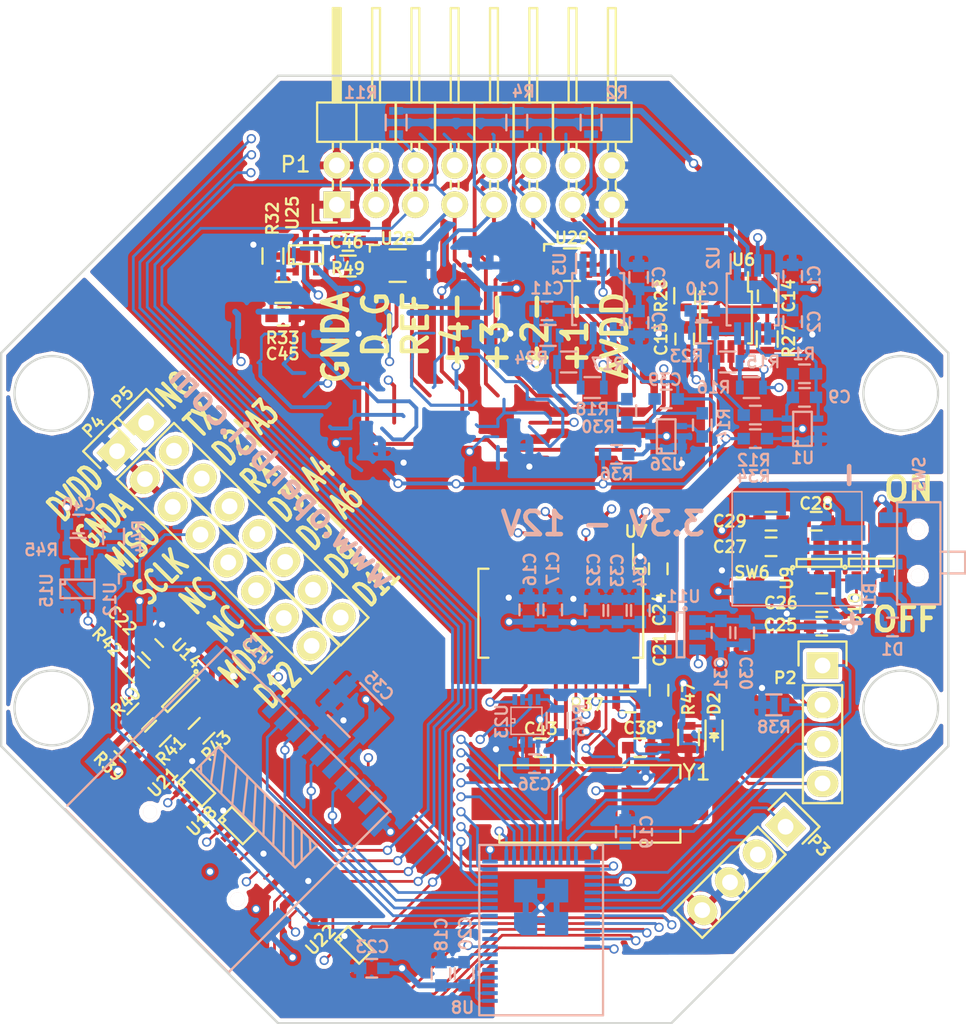
<source format=kicad_pcb>
(kicad_pcb (version 4) (host pcbnew 4.0.7)
  (title_block (title Ganglion) (rev 01) (company "OpenBCI, Inc"))
  (layers (0 F.Cu signal) (1 In1.Cu signal) (2 In2.Cu signal) (31 B.Cu signal) (34 B.Paste user hide) (35 F.Paste user) (36 B.SilkS user hide) (37 F.SilkS user) (38 B.Mask user) (39 F.Mask user) (44 Edge.Cuts user))
  (net 0 "")
  (net 1 /V_BATT)
  (net 2 VAA)
  (net 3 GNDA)
  (net 4 "Net-(C9-Pad1)")
  (net 5 "Net-(C10-Pad2)")
  (net 6 "Net-(C11-Pad1)")
  (net 7 "Net-(C14-Pad1)")
  (net 8 VDD)
  (net 9 /V_IN)
  (net 10 "Net-(C40-Pad1)")
  (net 11 1_IN+)
  (net 12 2_IN+)
  (net 13 REF)
  (net 14 /SIM_RST)
  (net 15 MISO)
  (net 16 SCK)
  (net 17 MOSI)
  (net 18 /D_5|A_6)
  (net 19 /D_3|A_4)
  (net 20 /SIM_RX)
  (net 21 /D_2|A_3)
  (net 22 /SIM_TX)
  (net 23 /D_14)
  (net 24 "Net-(R15-Pad1)")
  (net 25 "Net-(R17-Pad1)")
  (net 26 /MCP_RST)
  (net 27 "Net-(R39-Pad1)")
  (net 28 "Net-(R40-Pad1)")
  (net 29 "Net-(R41-Pad1)")
  (net 30 "Net-(R42-Pad1)")
  (net 31 uA_SENS)
  (net 32 /MCP_SS)
  (net 33 DAC_SS)
  (net 34 Z_TEST_2)
  (net 35 Z_TEST_1)
  (net 36 Z_TEST_REF)
  (net 37 /V_ENABLE)
  (net 38 SD_SS)
  (net 39 /D_4|A_5)
  (net 40 /D_23)
  (net 41 /D_24)
  (net 42 /D_21)
  (net 43 /D_12)
  (net 44 /D_9)
  (net 45 /D_11)
  (net 46 "Net-(C43-Pad2)")
  (net 47 "Net-(D2-Pad1)")
  (net 48 "Net-(B1-Pad1)")
  (net 49 "Net-(C36-Pad1)")
  (net 50 "Net-(C36-Pad2)")
  (net 51 MCP_DRDY)
  (net 52 DRDY)
  (net 53 "Net-(C38-Pad2)")
  (net 54 REF_1)
  (net 55 "Net-(C39-Pad1)")
  (net 56 REF_2)
  (net 57 I_BIAS)
  (net 58 OUT_1)
  (net 59 OUT_2)
  (net 60 V_REF)
  (net 61 "Net-(C45-Pad1)")
  (net 62 "Net-(R34-Pad2)")
  (net 63 "Net-(R36-Pad2)")
  (net 64 /SENSORS/IMP_SIG)
  (net 65 /REF+_OUT)
  (net 66 D_G)
  (net 67 "Net-(C46-Pad1)")
  (module Housings_SSOP:MSOP-8_3x3mm_Pitch0.65mm (layer F.Cu) (at 124.467703 77.129389 270)
    (fp_text reference U6 (at -3.723389 -1.135297 360) (layer F.SilkS) (effects (font (size 0.75 0.75))))
    (fp_text value LM7332)
    (pad 1 smd rect (at -2.2 -0.975 270) (size 1.45 0.45) (layers F.Cu F.Paste F.Mask) (net 57 I_BIAS))
    (pad 2 smd rect (at -2.2 -0.325 270) (size 1.45 0.45) (layers F.Cu F.Paste F.Mask) (net 57 I_BIAS))
    (pad 3 smd rect (at -2.2 0.325 270) (size 1.45 0.45) (layers F.Cu F.Paste F.Mask) (net 7 "Net-(C14-Pad1)"))
    (pad 4 smd rect (at -2.2 0.975 270) (size 1.45 0.45) (layers F.Cu F.Paste F.Mask) (net 3 GNDA))
    (pad 5 smd rect (at 2.2 0.975 270) (size 1.45 0.45) (layers F.Cu F.Paste F.Mask) (net 65 /REF+_OUT))
    (pad 6 smd rect (at 2.2 0.325 270) (size 1.45 0.45) (layers F.Cu F.Paste F.Mask) (net 60 V_REF))
    (pad 7 smd rect (at 2.2 -0.325 270) (size 1.45 0.45) (layers F.Cu F.Paste F.Mask) (net 60 V_REF))
    (pad 8 smd rect (at 2.2 -0.975 270) (size 1.45 0.45) (layers F.Cu F.Paste F.Mask) (net 2 VAA))
  )
  (module Capacitors_SMD:C_0603 (layer F.Cu) (at 121.800705 78.526388 90)
    (fp_text reference C15 (at 0 -1.524 90) (layer F.SilkS) (effects (font (size 0.75 0.75))))
    (fp_text value 0.1uF)
    (pad 1 smd rect (at -0.75 0 90) (size 0.8 0.75) (layers F.Cu F.Paste F.Mask) (net 65 /REF+_OUT))
    (pad 2 smd rect (at 0.75 0 90) (size 0.8 0.75) (layers F.Cu F.Paste F.Mask) (net 3 GNDA))
  )
  (module Capacitors_SMD:C_0603 (layer F.Cu) (at 127.134705 75.732389 90)
    (fp_text reference C14 (at 0 1.397 90) (layer F.SilkS) (effects (font (size 0.75 0.75))))
    (fp_text value 1uF)
    (pad 1 smd rect (at -0.75 0 90) (size 0.8 0.75) (layers F.Cu F.Paste F.Mask) (net 7 "Net-(C14-Pad1)"))
    (pad 2 smd rect (at 0.75 0 90) (size 0.8 0.75) (layers F.Cu F.Paste F.Mask) (net 3 GNDA))
  )
  (module Capacitors_SMD:C_0603 (layer B.Cu) (at 129.54 82.296)
    (fp_text reference C9 (at 2.2733 -0.0254) (layer B.SilkS) (effects (font (size 0.75 0.75)) (justify mirror)))
    (fp_text value 22uF)
    (pad 1 smd rect (at -0.75 0) (size 0.8 0.75) (layers B.Cu B.Paste B.Mask) (net 4 "Net-(C9-Pad1)"))
    (pad 2 smd rect (at 0.75 0) (size 0.8 0.75) (layers B.Cu B.Paste B.Mask) (net 54 REF_1))
  )
  (module Capacitors_SMD:C_0603 (layer B.Cu) (at 128.778 74.4855 270)
    (fp_text reference C1 (at 0 -1.397 270) (layer B.SilkS) (effects (font (size 0.75 0.75)) (justify mirror)))
    (fp_text value 0.1uF)
    (pad 1 smd rect (at -0.75 0 270) (size 0.8 0.75) (layers B.Cu B.Paste B.Mask) (net 2 VAA))
    (pad 2 smd rect (at 0.75 0 270) (size 0.8 0.75) (layers B.Cu B.Paste B.Mask) (net 3 GNDA))
  )
  (module Capacitors_SMD:C_0603 (layer B.Cu) (at 128.778 77.4065 90)
    (fp_text reference C2 (at 0 1.397 90) (layer B.SilkS) (effects (font (size 0.75 0.75)) (justify mirror)))
    (fp_text value 0.1uF)
    (pad 1 smd rect (at -0.75 0 90) (size 0.8 0.75) (layers B.Cu B.Paste B.Mask) (net 2 VAA))
    (pad 2 smd rect (at 0.75 0 90) (size 0.8 0.75) (layers B.Cu B.Paste B.Mask) (net 3 GNDA))
  )
  (module Capacitors_SMD:C_0603 (layer B.Cu) (at 118.8212 74.549 270)
    (fp_text reference C3 (at 0 -1.3208 270) (layer B.SilkS) (effects (font (size 0.75 0.75)) (justify mirror)))
    (fp_text value 0.1uF)
    (pad 1 smd rect (at -0.75 0 270) (size 0.8 0.75) (layers B.Cu B.Paste B.Mask) (net 2 VAA))
    (pad 2 smd rect (at 0.75 0 270) (size 0.8 0.75) (layers B.Cu B.Paste B.Mask) (net 3 GNDA))
  )
  (module Capacitors_SMD:C_0603 (layer B.Cu) (at 118.8466 77.47 90)
    (fp_text reference C4 (at 0 1.2954 90) (layer B.SilkS) (effects (font (size 0.75 0.75)) (justify mirror)))
    (fp_text value 0.1uF)
    (pad 1 smd rect (at -0.75 0 90) (size 0.8 0.75) (layers B.Cu B.Paste B.Mask) (net 2 VAA))
    (pad 2 smd rect (at 0.75 0 90) (size 0.8 0.75) (layers B.Cu B.Paste B.Mask) (net 3 GNDA))
  )
  (module Capacitors_SMD:C_0603 (layer B.Cu) (at 122.936 76.708 180)
    (fp_text reference C10 (at 0.004932 1.420884 180) (layer B.SilkS) (effects (font (size 0.75 0.75)) (justify mirror)))
    (fp_text value 1uF)
    (pad 1 smd rect (at -0.75 0 180) (size 0.8 0.75) (layers B.Cu B.Paste B.Mask) (net 3 GNDA))
    (pad 2 smd rect (at 0.75 0 180) (size 0.8 0.75) (layers B.Cu B.Paste B.Mask) (net 5 "Net-(C10-Pad2)"))
  )
  (module Capacitors_SMD:C_0603 (layer B.Cu) (at 112.903 76.708)
    (fp_text reference C11 (at 0 -1.4605) (layer B.SilkS) (effects (font (size 0.75 0.75)) (justify mirror)))
    (fp_text value 1uF)
    (pad 1 smd rect (at -0.75 0) (size 0.8 0.75) (layers B.Cu B.Paste B.Mask) (net 6 "Net-(C11-Pad1)"))
    (pad 2 smd rect (at 0.75 0) (size 0.8 0.75) (layers B.Cu B.Paste B.Mask) (net 3 GNDA))
  )
  (module Capacitors_SMD:C_0603 (layer B.Cu) (at 111.7219 96.0247 270)
    (fp_text reference C16 (at -2.6162 -0.0762 270) (layer B.SilkS) (effects (font (size 0.75 0.75)) (justify mirror)))
    (fp_text value 0.1uF)
    (pad 1 smd rect (at -0.75 0 270) (size 0.8 0.75) (layers B.Cu B.Paste B.Mask) (net 2 VAA))
    (pad 2 smd rect (at 0.75 0 270) (size 0.8 0.75) (layers B.Cu B.Paste B.Mask) (net 3 GNDA))
  )
  (module Capacitors_SMD:C_0603 (layer B.Cu) (at 113.2713 96.0247 270)
    (fp_text reference C17 (at -2.6924 -0.0127 270) (layer B.SilkS) (effects (font (size 0.75 0.75)) (justify mirror)))
    (fp_text value 1uF)
    (pad 1 smd rect (at -0.75 0 270) (size 0.8 0.75) (layers B.Cu B.Paste B.Mask) (net 2 VAA))
    (pad 2 smd rect (at 0.75 0 270) (size 0.8 0.75) (layers B.Cu B.Paste B.Mask) (net 3 GNDA))
  )
  (module Capacitors_SMD:C_0603 (layer B.Cu) (at 106.045 119.5324 270)
    (fp_text reference C18 (at -2.54 -0.0254 270) (layer B.SilkS) (effects (font (size 0.75 0.75)) (justify mirror)))
    (fp_text value 10uF)
    (pad 1 smd rect (at -0.75 0 270) (size 0.8 0.75) (layers B.Cu B.Paste B.Mask) (net 8 VDD))
    (pad 2 smd rect (at 0.75 0 270) (size 0.8 0.75) (layers B.Cu B.Paste B.Mask) (net 3 GNDA))
  )
  (module Capacitors_SMD:C_0603 (layer B.Cu) (at 117.9576 110.363 270)
    (fp_text reference C19 (at 0 -1.3843 270) (layer B.SilkS) (effects (font (size 0.75 0.75)) (justify mirror)))
    (fp_text value 1uF)
    (pad 1 smd rect (at -0.75 0 270) (size 0.8 0.75) (layers B.Cu B.Paste B.Mask) (net 8 VDD))
    (pad 2 smd rect (at 0.75 0 270) (size 0.8 0.75) (layers B.Cu B.Paste B.Mask) (net 3 GNDA))
  )
  (module Capacitors_SMD:C_0603 (layer B.Cu) (at 107.5436 119.5324 270)
    (fp_text reference C20 (at -2.6162 -0.0762 270) (layer B.SilkS) (effects (font (size 0.75 0.75)) (justify mirror)))
    (fp_text value 0.1uF)
    (pad 1 smd rect (at -0.75 0 270) (size 0.8 0.75) (layers B.Cu B.Paste B.Mask) (net 8 VDD))
    (pad 2 smd rect (at 0.75 0 270) (size 0.8 0.75) (layers B.Cu B.Paste B.Mask) (net 3 GNDA))
  )
  (module Capacitors_SMD:C_0603 (layer F.Cu) (at 120.142 101.219 270)
    (fp_text reference C21 (at -2.6162 -0.0508 270) (layer F.SilkS) (effects (font (size 0.75 0.75))))
    (fp_text value 0.1uF)
    (pad 1 smd rect (at -0.75 0 270) (size 0.8 0.75) (layers F.Cu F.Paste F.Mask) (net 3 GNDA))
    (pad 2 smd rect (at 0.75 0 270) (size 0.8 0.75) (layers F.Cu F.Paste F.Mask) (net 8 VDD))
  )
  (module Capacitors_SMD:C_0603 (layer F.Cu) (at 87.4141 98.5901 315)
    (fp_text reference C22 (at -2.747958 0.071842 315) (layer F.SilkS) (effects (font (size 0.75 0.75))))
    (fp_text value 0.1uF)
    (pad 1 smd rect (at -0.75 0 315) (size 0.8 0.75) (layers F.Cu F.Paste F.Mask) (net 8 VDD))
    (pad 2 smd rect (at 0.75 0 315) (size 0.8 0.75) (layers F.Cu F.Paste F.Mask) (net 3 GNDA))
  )
  (module Capacitors_SMD:C_0603 (layer B.Cu) (at 101.5746 119.1768)
    (fp_text reference C23 (at 0.0381 -1.3843) (layer B.SilkS) (effects (font (size 0.75 0.75)) (justify mirror)))
    (fp_text value 1uF)
    (pad 1 smd rect (at -0.75 0) (size 0.8 0.75) (layers B.Cu B.Paste B.Mask) (net 8 VDD))
    (pad 2 smd rect (at 0.75 0) (size 0.8 0.75) (layers B.Cu B.Paste B.Mask) (net 3 GNDA))
  )
  (module Capacitors_SMD:C_0603 (layer F.Cu) (at 120.0912 93.3704 90)
    (fp_text reference C24 (at -2.6162 0.0762 90) (layer F.SilkS) (effects (font (size 0.75 0.75))))
    (fp_text value 0.1uF)
    (pad 1 smd rect (at -0.75 0 90) (size 0.8 0.75) (layers F.Cu F.Paste F.Mask) (net 3 GNDA))
    (pad 2 smd rect (at 0.75 0 90) (size 0.8 0.75) (layers F.Cu F.Paste F.Mask) (net 2 VAA))
  )
  (module Capacitors_SMD:C_0603 (layer F.Cu) (at 130.6576 97.0788)
    (fp_text reference C25 (at -2.667 -0.0762) (layer F.SilkS) (effects (font (size 0.75 0.75))))
    (fp_text value 1uF)
    (pad 1 smd rect (at -0.75 0) (size 0.8 0.75) (layers F.Cu F.Paste F.Mask) (net 3 GNDA))
    (pad 2 smd rect (at 0.75 0) (size 0.8 0.75) (layers F.Cu F.Paste F.Mask) (net 9 /V_IN))
  )
  (module Capacitors_SMD:C_0603 (layer F.Cu) (at 130.6576 95.5548 180)
    (fp_text reference C26 (at 2.6416 -0.0254 180) (layer F.SilkS) (effects (font (size 0.75 0.75))))
    (fp_text value 0.1uF)
    (pad 1 smd rect (at -0.75 0 180) (size 0.8 0.75) (layers F.Cu F.Paste F.Mask) (net 3 GNDA))
    (pad 2 smd rect (at 0.75 0 180) (size 0.8 0.75) (layers F.Cu F.Paste F.Mask) (net 9 /V_IN))
  )
  (module Capacitors_SMD:C_0603 (layer F.Cu) (at 127.381 91.948)
    (fp_text reference C27 (at -2.667 0) (layer F.SilkS) (effects (font (size 0.75 0.75))))
    (fp_text value 0.1uF)
    (pad 1 smd rect (at -0.75 0) (size 0.8 0.75) (layers F.Cu F.Paste F.Mask) (net 3 GNDA))
    (pad 2 smd rect (at 0.75 0) (size 0.8 0.75) (layers F.Cu F.Paste F.Mask) (net 8 VDD))
  )
  (module Capacitors_SMD:C_0603 (layer F.Cu) (at 130.302 90.297 180)
    (fp_text reference C28 (at 0 1.143 180) (layer F.SilkS) (effects (font (size 0.75 0.75))))
    (fp_text value 1uF)
    (pad 1 smd rect (at -0.75 0 180) (size 0.8 0.75) (layers F.Cu F.Paste F.Mask) (net 3 GNDA))
    (pad 2 smd rect (at 0.75 0 180) (size 0.8 0.75) (layers F.Cu F.Paste F.Mask) (net 8 VDD))
  )
  (module Capacitors_SMD:C_0603 (layer F.Cu) (at 127.381 90.297)
    (fp_text reference C29 (at -2.667 0) (layer F.SilkS) (effects (font (size 0.75 0.75))))
    (fp_text value 10uF)
    (pad 1 smd rect (at -0.75 0) (size 0.8 0.75) (layers F.Cu F.Paste F.Mask) (net 3 GNDA))
    (pad 2 smd rect (at 0.75 0) (size 0.8 0.75) (layers F.Cu F.Paste F.Mask) (net 8 VDD))
  )
  (module Capacitors_SMD:C_0603 (layer B.Cu) (at 125.6792 97.5106 90)
    (fp_text reference C30 (at -2.6035 0.127 90) (layer B.SilkS) (effects (font (size 0.75 0.75)) (justify mirror)))
    (fp_text value 1uF)
    (pad 1 smd rect (at -0.75 0 90) (size 0.8 0.75) (layers B.Cu B.Paste B.Mask) (net 3 GNDA))
    (pad 2 smd rect (at 0.75 0 90) (size 0.8 0.75) (layers B.Cu B.Paste B.Mask) (net 9 /V_IN))
  )
  (module Capacitors_SMD:C_0603 (layer B.Cu) (at 124.1425 97.4852 90)
    (fp_text reference C31 (at -2.6289 0.0127 90) (layer B.SilkS) (effects (font (size 0.75 0.75)) (justify mirror)))
    (fp_text value 0.1uF)
    (pad 1 smd rect (at -0.75 0 90) (size 0.8 0.75) (layers B.Cu B.Paste B.Mask) (net 3 GNDA))
    (pad 2 smd rect (at 0.75 0 90) (size 0.8 0.75) (layers B.Cu B.Paste B.Mask) (net 9 /V_IN))
  )
  (module Capacitors_SMD:C_0603 (layer B.Cu) (at 115.951 96.0628 90)
    (fp_text reference C32 (at 2.6289 -0.0254 90) (layer B.SilkS) (effects (font (size 0.75 0.75)) (justify mirror)))
    (fp_text value 0.1uF)
    (pad 1 smd rect (at -0.75 0 90) (size 0.8 0.75) (layers B.Cu B.Paste B.Mask) (net 3 GNDA))
    (pad 2 smd rect (at 0.75 0 90) (size 0.8 0.75) (layers B.Cu B.Paste B.Mask) (net 2 VAA))
  )
  (module Capacitors_SMD:C_0603 (layer B.Cu) (at 117.4496 96.0628 90)
    (fp_text reference C33 (at 2.5908 0 90) (layer B.SilkS) (effects (font (size 0.75 0.75)) (justify mirror)))
    (fp_text value 1uF)
    (pad 1 smd rect (at -0.75 0 90) (size 0.8 0.75) (layers B.Cu B.Paste B.Mask) (net 3 GNDA))
    (pad 2 smd rect (at 0.75 0 90) (size 0.8 0.75) (layers B.Cu B.Paste B.Mask) (net 2 VAA))
  )
  (module Capacitors_SMD:C_0603 (layer B.Cu) (at 118.9355 96.0628 90)
    (fp_text reference C34 (at 2.5654 0 90) (layer B.SilkS) (effects (font (size 0.75 0.75)) (justify mirror)))
    (fp_text value 10uF)
    (pad 1 smd rect (at -0.75 0 90) (size 0.8 0.75) (layers B.Cu B.Paste B.Mask) (net 3 GNDA))
    (pad 2 smd rect (at 0.75 0 90) (size 0.8 0.75) (layers B.Cu B.Paste B.Mask) (net 2 VAA))
  )
  (module Capacitors_SMD:C_0603 (layer B.Cu) (at 82.6262 90.4748 180)
    (fp_text reference C40 (at -0.0254 1.2573 180) (layer B.SilkS) (effects (font (size 0.75 0.75)) (justify mirror)))
    (fp_text value 1uF)
    (pad 1 smd rect (at -0.75 0 180) (size 0.8 0.75) (layers B.Cu B.Paste B.Mask) (net 10 "Net-(C40-Pad1)"))
    (pad 2 smd rect (at 0.75 0 180) (size 0.8 0.75) (layers B.Cu B.Paste B.Mask) (net 3 GNDA))
  )
  (module Socket_Strips:Socket_Strip_Straight_1x04 (layer F.Cu) (at 130.7084 99.6188 270)
    (fp_text reference P2 (at 0.8001 2.413 360) (layer F.SilkS) (effects (font (size 0.75 0.75))))
    (fp_text value CONN_01X04)
    (pad 1 thru_hole rect (at 0 0 270) (size 1.7272 2.032) (drill 1.016) (layers *.Cu *.Mask F.SilkS) (net 23 /D_14))
    (pad 2 thru_hole oval (at 2.54 0 270) (size 1.7272 2.032) (drill 1.016) (layers *.Cu *.Mask F.SilkS) (net 14 /SIM_RST))
    (pad 3 thru_hole oval (at 5.08 0 270) (size 1.7272 2.032) (drill 1.016) (layers *.Cu *.Mask F.SilkS) (net 39 /D_4|A_5))
    (pad 4 thru_hole oval (at 7.62 0 270) (size 1.7272 2.032) (drill 1.016) (layers *.Cu *.Mask F.SilkS) (net 40 /D_23))
  )
  (module Socket_Strips:Socket_Strip_Straight_1x04 (layer F.Cu) (at 128.3208 110.0328 225)
    (fp_text reference P3 (at -0.646578 -2.370788 315) (layer F.SilkS) (effects (font (size 0.75 0.75))))
    (fp_text value CONN_01X04)
    (pad 1 thru_hole rect (at 0 0 225) (size 1.7272 2.032) (drill 1.016) (layers *.Cu *.Mask F.SilkS) (net 41 /D_24))
    (pad 2 thru_hole oval (at 2.54 0 225) (size 1.7272 2.032) (drill 1.016) (layers *.Cu *.Mask F.SilkS) (net 42 /D_21))
    (pad 3 thru_hole oval (at 5.08 0 225) (size 1.7272 2.032) (drill 1.016) (layers *.Cu *.Mask F.SilkS) (net 8 VDD))
    (pad 4 thru_hole oval (at 7.62 0 225) (size 1.7272 2.032) (drill 1.016) (layers *.Cu *.Mask F.SilkS) (net 3 GNDA))
  )
  (module Socket_Strips:Socket_Strip_Straight_1x08 (layer F.Cu) (at 85.1154 85.7758 315)
    (fp_text reference P4 (at -2.200163 -0.044901 405) (layer F.SilkS) (effects (font (size 0.75 0.75))))
    (fp_text value CONN_01X08)
    (pad 1 thru_hole rect (at 0 0 315) (size 1.7272 2.032) (drill 1.016) (layers *.Cu *.Mask F.SilkS) (net 8 VDD))
    (pad 2 thru_hole oval (at 2.54 0 315) (size 1.7272 2.032) (drill 1.016) (layers *.Cu *.Mask F.SilkS) (net 3 GNDA))
    (pad 3 thru_hole oval (at 5.08 0 315) (size 1.7272 2.032) (drill 1.016) (layers *.Cu *.Mask F.SilkS) (net 15 MISO))
    (pad 4 thru_hole oval (at 7.62 0 315) (size 1.7272 2.032) (drill 1.016) (layers *.Cu *.Mask F.SilkS) (net 16 SCK))
    (pad 5 thru_hole oval (at 10.16 0 315) (size 1.7272 2.032) (drill 1.016) (layers *.Cu *.Mask F.SilkS))
    (pad 6 thru_hole oval (at 12.7 0 315) (size 1.7272 2.032) (drill 1.016) (layers *.Cu *.Mask F.SilkS))
    (pad 7 thru_hole oval (at 15.24 0 315) (size 1.7272 2.032) (drill 1.016) (layers *.Cu *.Mask F.SilkS) (net 17 MOSI))
    (pad 8 thru_hole oval (at 17.78 0 315) (size 1.7272 2.032) (drill 1.016) (layers *.Cu *.Mask F.SilkS) (net 43 /D_12))
  )
  (module Socket_Strips:Socket_Strip_Straight_1x08 (layer F.Cu) (at 86.995 83.947 315)
    (fp_text reference P5 (at -2.236084 -0.080822 405) (layer F.SilkS) (effects (font (size 0.75 0.75))))
    (fp_text value CONN_01X08)
    (pad 1 thru_hole rect (at 0 0 315) (size 1.7272 2.032) (drill 1.016) (layers *.Cu *.Mask F.SilkS))
    (pad 2 thru_hole oval (at 2.54 0 315) (size 1.7272 2.032) (drill 1.016) (layers *.Cu *.Mask F.SilkS) (net 22 /SIM_TX))
    (pad 3 thru_hole oval (at 5.08 0 315) (size 1.7272 2.032) (drill 1.016) (layers *.Cu *.Mask F.SilkS) (net 21 /D_2|A_3))
    (pad 4 thru_hole oval (at 7.62 0 315) (size 1.7272 2.032) (drill 1.016) (layers *.Cu *.Mask F.SilkS) (net 20 /SIM_RX))
    (pad 5 thru_hole oval (at 10.16 0 315) (size 1.7272 2.032) (drill 1.016) (layers *.Cu *.Mask F.SilkS) (net 19 /D_3|A_4))
    (pad 6 thru_hole oval (at 12.7 0 315) (size 1.7272 2.032) (drill 1.016) (layers *.Cu *.Mask F.SilkS) (net 18 /D_5|A_6))
    (pad 7 thru_hole oval (at 15.24 0 315) (size 1.7272 2.032) (drill 1.016) (layers *.Cu *.Mask F.SilkS) (net 44 /D_9))
    (pad 8 thru_hole oval (at 17.78 0 315) (size 1.7272 2.032) (drill 1.016) (layers *.Cu *.Mask F.SilkS) (net 45 /D_11))
  )
  (module Resistors_SMD:R_0603 (layer B.Cu) (at 115.7478 64.5414 90)
    (fp_text reference R2 (at 1.9304 1.6637 180) (layer B.SilkS) (effects (font (size 0.75 0.75)) (justify mirror)))
    (fp_text value 330K)
    (pad 1 smd rect (at -0.75 0 90) (size 0.5 0.9) (layers B.Cu B.Paste B.Mask) (net 11 1_IN+))
    (pad 2 smd rect (at 0.75 0 90) (size 0.5 0.9) (layers B.Cu B.Paste B.Mask) (net 57 I_BIAS))
  )
  (module Resistors_SMD:R_0603 (layer B.Cu) (at 110.9472 64.5414 90)
    (fp_text reference R4 (at 2.0066 0.4318 180) (layer B.SilkS) (effects (font (size 0.75 0.75)) (justify mirror)))
    (fp_text value 330K)
    (pad 1 smd rect (at -0.75 0 90) (size 0.5 0.9) (layers B.Cu B.Paste B.Mask) (net 12 2_IN+))
    (pad 2 smd rect (at 0.75 0 90) (size 0.5 0.9) (layers B.Cu B.Paste B.Mask) (net 57 I_BIAS))
  )
  (module Resistors_SMD:R_0603 (layer B.Cu) (at 103.1494 64.5414 270)
    (fp_text reference R11 (at -1.9304 2.286 360) (layer B.SilkS) (effects (font (size 0.75 0.75)) (justify mirror)))
    (fp_text value 330K)
    (pad 1 smd rect (at -0.75 0 270) (size 0.5 0.9) (layers B.Cu B.Paste B.Mask) (net 57 I_BIAS))
    (pad 2 smd rect (at 0.75 0 270) (size 0.5 0.9) (layers B.Cu B.Paste B.Mask) (net 13 REF))
  )
  (module Resistors_SMD:R_0603 (layer B.Cu) (at 124.587 80.01 180)
    (fp_text reference R15 (at -2.286 0 180) (layer B.SilkS) (effects (font (size 0.75 0.75)) (justify mirror)))
    (fp_text value 100K)
    (pad 1 smd rect (at -0.75 0 180) (size 0.5 0.9) (layers B.Cu B.Paste B.Mask) (net 24 "Net-(R15-Pad1)"))
    (pad 2 smd rect (at 0.75 0 180) (size 0.5 0.9) (layers B.Cu B.Paste B.Mask) (net 58 OUT_1))
  )
  (module Resistors_SMD:R_0603 (layer B.Cu) (at 126.111 81.661)
    (fp_text reference R16 (at -2.4384 -0.0127) (layer B.SilkS) (effects (font (size 0.75 0.75)) (justify mirror)))
    (fp_text value 2K)
    (pad 1 smd rect (at -0.75 0) (size 0.5 0.9) (layers B.Cu B.Paste B.Mask) (net 24 "Net-(R15-Pad1)"))
    (pad 2 smd rect (at 0.75 0) (size 0.5 0.9) (layers B.Cu B.Paste B.Mask) (net 60 V_REF))
  )
  (module Resistors_SMD:R_0603 (layer B.Cu) (at 114.3 80.01 180)
    (fp_text reference R17 (at -2.54 -0.127 180) (layer B.SilkS) (effects (font (size 0.75 0.75)) (justify mirror)))
    (fp_text value 100K)
    (pad 1 smd rect (at -0.75 0 180) (size 0.5 0.9) (layers B.Cu B.Paste B.Mask) (net 25 "Net-(R17-Pad1)"))
    (pad 2 smd rect (at 0.75 0 180) (size 0.5 0.9) (layers B.Cu B.Paste B.Mask) (net 59 OUT_2))
  )
  (module Resistors_SMD:R_0603 (layer B.Cu) (at 115.824 81.661)
    (fp_text reference R18 (at 0 1.397) (layer B.SilkS) (effects (font (size 0.75 0.75)) (justify mirror)))
    (fp_text value 2K)
    (pad 1 smd rect (at -0.75 0) (size 0.5 0.9) (layers B.Cu B.Paste B.Mask) (net 25 "Net-(R17-Pad1)"))
    (pad 2 smd rect (at 0.75 0) (size 0.5 0.9) (layers B.Cu B.Paste B.Mask) (net 60 V_REF))
  )
  (module Resistors_SMD:R_0603 (layer B.Cu) (at 123.017132 78.128887)
    (fp_text reference R23 (at -1.097132 1.500113 180) (layer B.SilkS) (effects (font (size 0.75 0.75)) (justify mirror)))
    (fp_text value 1K)
    (pad 1 smd rect (at -0.75 0) (size 0.5 0.9) (layers B.Cu B.Paste B.Mask) (net 5 "Net-(C10-Pad2)"))
    (pad 2 smd rect (at 0.75 0) (size 0.5 0.9) (layers B.Cu B.Paste B.Mask) (net 58 OUT_1))
  )
  (module Resistors_SMD:R_0603 (layer B.Cu) (at 112.9665 78.2955)
    (fp_text reference R24 (at -1.0795 1.4605 180) (layer B.SilkS) (effects (font (size 0.75 0.75)) (justify mirror)))
    (fp_text value 1K)
    (pad 1 smd rect (at -0.75 0) (size 0.5 0.9) (layers B.Cu B.Paste B.Mask) (net 6 "Net-(C11-Pad1)"))
    (pad 2 smd rect (at 0.75 0) (size 0.5 0.9) (layers B.Cu B.Paste B.Mask) (net 59 OUT_2))
  )
  (module Resistors_SMD:R_0603 (layer F.Cu) (at 127.134703 78.526389 90)
    (fp_text reference R27 (at -0.127 1.397 90) (layer F.SilkS) (effects (font (size 0.75 0.75))))
    (fp_text value 100K)
    (pad 1 smd rect (at -0.75 0 90) (size 0.5 0.9) (layers F.Cu F.Paste F.Mask) (net 2 VAA))
    (pad 2 smd rect (at 0.75 0 90) (size 0.5 0.9) (layers F.Cu F.Paste F.Mask) (net 7 "Net-(C14-Pad1)"))
  )
  (module Resistors_SMD:R_0603 (layer F.Cu) (at 121.800703 75.732389 90)
    (fp_text reference R28 (at 0 -1.524 90) (layer F.SilkS) (effects (font (size 0.75 0.75))))
    (fp_text value 100K)
    (pad 1 smd rect (at -0.75 0 90) (size 0.5 0.9) (layers F.Cu F.Paste F.Mask) (net 7 "Net-(C14-Pad1)"))
    (pad 2 smd rect (at 0.75 0 90) (size 0.5 0.9) (layers F.Cu F.Paste F.Mask) (net 3 GNDA))
  )
  (module Resistors_SMD:R_0603 (layer F.Cu) (at 118.1227 101.9683 180)
    (fp_text reference R37 (at 2.6289 -0.1905 180) (layer F.SilkS) (effects (font (size 0.75 0.75))))
    (fp_text value 100K)
    (pad 1 smd rect (at -0.75 0 180) (size 0.5 0.9) (layers F.Cu F.Paste F.Mask) (net 8 VDD))
    (pad 2 smd rect (at 0.75 0 180) (size 0.5 0.9) (layers F.Cu F.Paste F.Mask) (net 26 /MCP_RST))
  )
  (module Resistors_SMD:R_0603 (layer B.Cu) (at 127.5588 102.1588 180)
    (fp_text reference R38 (at -0.0127 -1.4351 180) (layer B.SilkS) (effects (font (size 0.75 0.75)) (justify mirror)))
    (fp_text value 10K)
    (pad 1 smd rect (at -0.75 0 180) (size 0.5 0.9) (layers B.Cu B.Paste B.Mask) (net 14 /SIM_RST))
    (pad 2 smd rect (at 0.75 0 180) (size 0.5 0.9) (layers B.Cu B.Paste B.Mask) (net 8 VDD))
  )
  (module Resistors_SMD:R_0603 (layer F.Cu) (at 85.7758 105.029 315)
    (fp_text reference R39 (at -0.071842 1.652367 315) (layer F.SilkS) (effects (font (size 0.75 0.75))))
    (fp_text value 100)
    (pad 1 smd rect (at -0.75 0 315) (size 0.5 0.9) (layers F.Cu F.Paste F.Mask) (net 27 "Net-(R39-Pad1)"))
    (pad 2 smd rect (at 0.75 0 315) (size 0.5 0.9) (layers F.Cu F.Paste F.Mask) (net 64 /SENSORS/IMP_SIG))
  )
  (module Resistors_SMD:R_0603 (layer F.Cu) (at 86.614 102.8954 225)
    (fp_text reference R40 (at 0 1.293157 225) (layer F.SilkS) (effects (font (size 0.75 0.75))))
    (fp_text value 1K)
    (pad 1 smd rect (at -0.75 0 225) (size 0.5 0.9) (layers F.Cu F.Paste F.Mask) (net 28 "Net-(R40-Pad1)"))
    (pad 2 smd rect (at 0.75 0 225) (size 0.5 0.9) (layers F.Cu F.Paste F.Mask) (net 27 "Net-(R39-Pad1)"))
  )
  (module Resistors_SMD:R_0603 (layer F.Cu) (at 87.757 104.013 225)
    (fp_text reference R41 (at 0.197566 -1.382959 225) (layer F.SilkS) (effects (font (size 0.75 0.75))))
    (fp_text value 1K)
    (pad 1 smd rect (at -0.75 0 225) (size 0.5 0.9) (layers F.Cu F.Paste F.Mask) (net 29 "Net-(R41-Pad1)"))
    (pad 2 smd rect (at 0.75 0 225) (size 0.5 0.9) (layers F.Cu F.Paste F.Mask) (net 64 /SENSORS/IMP_SIG))
  )
  (module Resistors_SMD:R_0603 (layer F.Cu) (at 86.3346 99.8728 315)
    (fp_text reference R42 (at -2.586314 0.071842 495) (layer F.SilkS) (effects (font (size 0.75 0.75))))
    (fp_text value 1M)
    (pad 1 smd rect (at -0.75 0 315) (size 0.5 0.9) (layers F.Cu F.Paste F.Mask) (net 30 "Net-(R42-Pad1)"))
    (pad 2 smd rect (at 0.75 0 315) (size 0.5 0.9) (layers F.Cu F.Paste F.Mask) (net 28 "Net-(R40-Pad1)"))
  )
  (module Resistors_SMD:R_0603 (layer F.Cu) (at 90.5764 103.8352 225)
    (fp_text reference R43 (at 0.017961 -1.382959 225) (layer F.SilkS) (effects (font (size 0.75 0.75))))
    (fp_text value 1M)
    (pad 1 smd rect (at -0.75 0 225) (size 0.5 0.9) (layers F.Cu F.Paste F.Mask) (net 31 uA_SENS))
    (pad 2 smd rect (at 0.75 0 225) (size 0.5 0.9) (layers F.Cu F.Paste F.Mask) (net 29 "Net-(R41-Pad1)"))
  )
  (module Resistors_SMD:R_0603 (layer B.Cu) (at 84.8868 91.2749 270)
    (fp_text reference R44 (at 0.018115 -1.620248 270) (layer B.SilkS) (effects (font (size 0.75 0.75)) (justify mirror)))
    (fp_text value 100K)
    (pad 1 smd rect (at -0.75 0 270) (size 0.5 0.9) (layers B.Cu B.Paste B.Mask) (net 8 VDD))
    (pad 2 smd rect (at 0.75 0 270) (size 0.5 0.9) (layers B.Cu B.Paste B.Mask) (net 10 "Net-(C40-Pad1)"))
  )
  (module Resistors_SMD:R_0603 (layer B.Cu) (at 82.5881 92.0496 180)
    (fp_text reference R45 (at 2.3749 -0.1016 180) (layer B.SilkS) (effects (font (size 0.75 0.75)) (justify mirror)))
    (fp_text value 100K)
    (pad 1 smd rect (at -0.75 0 180) (size 0.5 0.9) (layers B.Cu B.Paste B.Mask) (net 10 "Net-(C40-Pad1)"))
    (pad 2 smd rect (at 0.75 0 180) (size 0.5 0.9) (layers B.Cu B.Paste B.Mask) (net 3 GNDA))
  )
  (module Housings_SSOP:MSOP-8_3x3mm_Pitch0.65mm (layer B.Cu) (at 126.192132 75.969885 270)
    (fp_text reference U2 (at -2.690885 2.544932 270) (layer B.SilkS) (effects (font (size 0.75 0.75)) (justify mirror)))
    (fp_text value AD8237)
    (pad 1 smd rect (at -2.2 0.975 270) (size 1.45 0.45) (layers B.Cu B.Paste B.Mask) (net 2 VAA))
    (pad 2 smd rect (at -2.2 0.325 270) (size 1.45 0.45) (layers B.Cu B.Paste B.Mask) (net 11 1_IN+))
    (pad 3 smd rect (at -2.2 -0.325 270) (size 1.45 0.45) (layers B.Cu B.Paste B.Mask) (net 13 REF))
    (pad 4 smd rect (at -2.2 -0.975 270) (size 1.45 0.45) (layers B.Cu B.Paste B.Mask) (net 3 GNDA))
    (pad 5 smd rect (at 2.2 -0.975 270) (size 1.45 0.45) (layers B.Cu B.Paste B.Mask) (net 2 VAA))
    (pad 6 smd rect (at 2.2 -0.325 270) (size 1.45 0.45) (layers B.Cu B.Paste B.Mask) (net 54 REF_1))
    (pad 7 smd rect (at 2.2 0.325 270) (size 1.45 0.45) (layers B.Cu B.Paste B.Mask) (net 24 "Net-(R15-Pad1)"))
    (pad 8 smd rect (at 2.2 0.975 270) (size 1.45 0.45) (layers B.Cu B.Paste B.Mask) (net 58 OUT_1))
  )
  (module Housings_SSOP:MSOP-8_3x3mm_Pitch0.65mm (layer B.Cu) (at 116.205 75.946 270)
    (fp_text reference U3 (at -2.2606 2.4892 270) (layer B.SilkS) (effects (font (size 0.75 0.75)) (justify mirror)))
    (fp_text value AD8237)
    (pad 1 smd rect (at -2.2 0.975 270) (size 1.45 0.45) (layers B.Cu B.Paste B.Mask) (net 2 VAA))
    (pad 2 smd rect (at -2.2 0.325 270) (size 1.45 0.45) (layers B.Cu B.Paste B.Mask) (net 12 2_IN+))
    (pad 3 smd rect (at -2.2 -0.325 270) (size 1.45 0.45) (layers B.Cu B.Paste B.Mask) (net 13 REF))
    (pad 4 smd rect (at -2.2 -0.975 270) (size 1.45 0.45) (layers B.Cu B.Paste B.Mask) (net 3 GNDA))
    (pad 5 smd rect (at 2.2 -0.975 270) (size 1.45 0.45) (layers B.Cu B.Paste B.Mask) (net 2 VAA))
    (pad 6 smd rect (at 2.2 -0.325 270) (size 1.45 0.45) (layers B.Cu B.Paste B.Mask) (net 56 REF_2))
    (pad 7 smd rect (at 2.2 0.325 270) (size 1.45 0.45) (layers B.Cu B.Paste B.Mask) (net 25 "Net-(R17-Pad1)"))
    (pad 8 smd rect (at 2.2 0.975 270) (size 1.45 0.45) (layers B.Cu B.Paste B.Mask) (net 59 OUT_2))
  )
  (module Housings_SSOP:SSOP-28_5.3x10.2mm_Pitch0.65mm (layer F.Cu) (at 113.792 96.2406 270)
    (fp_text reference U7 (at -5.2832 -4.8768 540) (layer F.SilkS) (effects (font (size 0.75 0.75))))
    (fp_text value MCP3912)
    (pad 1 smd rect (at -3.6 -4.225 270) (size 1.75 0.45) (layers F.Cu F.Paste F.Mask) (net 2 VAA))
    (pad 2 smd rect (at -3.6 -3.575 270) (size 1.75 0.45) (layers F.Cu F.Paste F.Mask) (net 5 "Net-(C10-Pad2)"))
    (pad 3 smd rect (at -3.6 -2.925 270) (size 1.75 0.45) (layers F.Cu F.Paste F.Mask) (net 60 V_REF))
    (pad 4 smd rect (at -3.6 -2.275 270) (size 1.75 0.45) (layers F.Cu F.Paste F.Mask) (net 60 V_REF))
    (pad 5 smd rect (at -3.6 -1.625 270) (size 1.75 0.45) (layers F.Cu F.Paste F.Mask) (net 6 "Net-(C11-Pad1)"))
    (pad 6 smd rect (at -3.6 -0.975 270) (size 1.75 0.45) (layers F.Cu F.Paste F.Mask))
    (pad 7 smd rect (at -3.6 -0.325 270) (size 1.75 0.45) (layers F.Cu F.Paste F.Mask) (net 60 V_REF))
    (pad 8 smd rect (at -3.6 0.325 270) (size 1.75 0.45) (layers F.Cu F.Paste F.Mask) (net 60 V_REF))
    (pad 9 smd rect (at -3.6 0.975 270) (size 1.75 0.45) (layers F.Cu F.Paste F.Mask))
    (pad 10 smd rect (at -3.6 1.625 270) (size 1.75 0.45) (layers F.Cu F.Paste F.Mask) (net 3 GNDA))
    (pad 11 smd rect (at -3.6 2.275 270) (size 1.75 0.45) (layers F.Cu F.Paste F.Mask) (net 3 GNDA))
    (pad 12 smd rect (at -3.6 2.925 270) (size 1.75 0.45) (layers F.Cu F.Paste F.Mask) (net 3 GNDA))
    (pad 13 smd rect (at -3.6 3.575 270) (size 1.75 0.45) (layers F.Cu F.Paste F.Mask) (net 3 GNDA))
    (pad 14 smd rect (at -3.6 4.225 270) (size 1.75 0.45) (layers F.Cu F.Paste F.Mask) (net 65 /REF+_OUT))
    (pad 15 smd rect (at 3.6 4.225 270) (size 1.75 0.45) (layers F.Cu F.Paste F.Mask) (net 3 GNDA))
    (pad 16 smd rect (at 3.6 3.575 270) (size 1.75 0.45) (layers F.Cu F.Paste F.Mask) (net 3 GNDA))
    (pad 17 smd rect (at 3.6 2.925 270) (size 1.75 0.45) (layers F.Cu F.Paste F.Mask) (net 3 GNDA))
    (pad 18 smd rect (at 3.6 2.275 270) (size 1.75 0.45) (layers F.Cu F.Paste F.Mask) (net 51 MCP_DRDY))
    (pad 19 smd rect (at 3.6 1.625 270) (size 1.75 0.45) (layers F.Cu F.Paste F.Mask) (net 3 GNDA))
    (pad 20 smd rect (at 3.6 0.975 270) (size 1.75 0.45) (layers F.Cu F.Paste F.Mask) (net 3 GNDA))
    (pad 21 smd rect (at 3.6 0.325 270) (size 1.75 0.45) (layers F.Cu F.Paste F.Mask) (net 46 "Net-(C43-Pad2)"))
    (pad 22 smd rect (at 3.6 -0.325 270) (size 1.75 0.45) (layers F.Cu F.Paste F.Mask) (net 53 "Net-(C38-Pad2)"))
    (pad 23 smd rect (at 3.6 -0.975 270) (size 1.75 0.45) (layers F.Cu F.Paste F.Mask) (net 32 /MCP_SS))
    (pad 24 smd rect (at 3.6 -1.625 270) (size 1.75 0.45) (layers F.Cu F.Paste F.Mask) (net 16 SCK))
    (pad 25 smd rect (at 3.6 -2.275 270) (size 1.75 0.45) (layers F.Cu F.Paste F.Mask) (net 15 MISO))
    (pad 26 smd rect (at 3.6 -2.925 270) (size 1.75 0.45) (layers F.Cu F.Paste F.Mask) (net 17 MOSI))
    (pad 27 smd rect (at 3.6 -3.575 270) (size 1.75 0.45) (layers F.Cu F.Paste F.Mask) (net 26 /MCP_RST))
    (pad 28 smd rect (at 3.6 -4.225 270) (size 1.75 0.45) (layers F.Cu F.Paste F.Mask) (net 8 VDD))
  )
  (module OpenBCI:RFD77101 (layer B.Cu) (at 112.522 116.713)
    (fp_text reference U8 (at -5.08 5.0038) (layer B.SilkS) (effects (font (size 0.75 0.75)) (justify mirror)))
    (fp_text value rfd_77101)
    (pad 1 smd rect (at -3.305 4.57) (size 1 0.254) (layers B.Cu B.Paste B.Mask) (net 3 GNDA))
    (pad 2 smd rect (at -3.305 4.07) (size 1 0.254) (layers B.Cu B.Paste B.Mask) (net 3 GNDA))
    (pad 3 smd rect (at -3.305 3.57) (size 1 0.254) (layers B.Cu B.Paste B.Mask))
    (pad 4 smd rect (at -3.305 3.07) (size 1 0.254) (layers B.Cu B.Paste B.Mask) (net 3 GNDA))
    (pad 5 smd rect (at -3.305 2.57) (size 1 0.254) (layers B.Cu B.Paste B.Mask))
    (pad 6 smd rect (at -3.305 2.07) (size 1 0.254) (layers B.Cu B.Paste B.Mask) (net 3 GNDA))
    (pad 7 smd rect (at -3.305 1.57) (size 1 0.254) (layers B.Cu B.Paste B.Mask) (net 8 VDD))
    (pad 8 smd rect (at -3.305 1.07) (size 1 0.254) (layers B.Cu B.Paste B.Mask) (net 14 /SIM_RST))
    (pad 9 smd rect (at -3.305 0.57) (size 1 0.254) (layers B.Cu B.Paste B.Mask))
    (pad 10 smd rect (at -3.305 0.07) (size 1 0.254) (layers B.Cu B.Paste B.Mask))
    (pad 11 smd rect (at -3.305 -0.43) (size 1 0.254) (layers B.Cu B.Paste B.Mask) (net 33 DAC_SS))
    (pad 12 smd rect (at -3.305 -0.93) (size 1 0.254) (layers B.Cu B.Paste B.Mask) (net 38 SD_SS))
    (pad 13 smd rect (at -3.305 -1.43) (size 1 0.254) (layers B.Cu B.Paste B.Mask) (net 17 MOSI))
    (pad 14 smd rect (at -3.305 -1.93) (size 1 0.254) (layers B.Cu B.Paste B.Mask) (net 16 SCK))
    (pad 15 smd rect (at -3.305 -2.43) (size 1 0.254) (layers B.Cu B.Paste B.Mask) (net 15 MISO))
    (pad 16 smd rect (at -3.305 -2.93) (size 1 0.254) (layers B.Cu B.Paste B.Mask) (net 43 /D_12))
    (pad 17 smd rect (at -3.305 -3.43) (size 1 0.254) (layers B.Cu B.Paste B.Mask) (net 45 /D_11))
    (pad 18 smd rect (at -3.305 -3.93) (size 1 0.254) (layers B.Cu B.Paste B.Mask) (net 44 /D_9))
    (pad 19 smd rect (at -3.305 -4.43) (size 1 0.254) (layers B.Cu B.Paste B.Mask) (net 3 GNDA))
    (pad 20 smd rect (at -2.25 -4.72) (size 0.254 1) (layers B.Cu B.Paste B.Mask) (net 52 DRDY))
    (pad 21 smd rect (at -1.75 -4.72) (size 0.254 1) (layers B.Cu B.Paste B.Mask) (net 18 /D_5|A_6))
    (pad 22 smd rect (at -1.25 -4.72) (size 0.254 1) (layers B.Cu B.Paste B.Mask) (net 19 /D_3|A_4))
    (pad 23 smd rect (at -0.75 -4.72) (size 0.254 1) (layers B.Cu B.Paste B.Mask) (net 20 /SIM_RX))
    (pad 24 smd rect (at -0.25 -4.72) (size 0.254 1) (layers B.Cu B.Paste B.Mask) (net 21 /D_2|A_3))
    (pad 25 smd rect (at 0.25 -4.72) (size 0.254 1) (layers B.Cu B.Paste B.Mask) (net 22 /SIM_TX))
    (pad 26 smd rect (at 0.75 -4.72) (size 0.254 1) (layers B.Cu B.Paste B.Mask) (net 32 /MCP_SS))
    (pad 27 smd rect (at 1.25 -4.72) (size 0.254 1) (layers B.Cu B.Paste B.Mask))
    (pad 28 smd rect (at 1.75 -4.72) (size 0.254 1) (layers B.Cu B.Paste B.Mask))
    (pad 29 smd rect (at 2.25 -4.72) (size 0.254 1) (layers B.Cu B.Paste B.Mask) (net 23 /D_14))
    (pad 30 smd rect (at 3.305 -4.43) (size 1 0.254) (layers B.Cu B.Paste B.Mask) (net 3 GNDA))
    (pad 31 smd rect (at 3.305 -3.93) (size 1 0.254) (layers B.Cu B.Paste B.Mask) (net 31 uA_SENS))
    (pad 32 smd rect (at 3.305 -3.43) (size 1 0.254) (layers B.Cu B.Paste B.Mask) (net 39 /D_4|A_5))
    (pad 33 smd rect (at 3.305 -2.93) (size 1 0.254) (layers B.Cu B.Paste B.Mask) (net 26 /MCP_RST))
    (pad 34 smd rect (at 3.305 -2.43) (size 1 0.254) (layers B.Cu B.Paste B.Mask) (net 40 /D_23))
    (pad 35 smd rect (at 3.305 -1.93) (size 1 0.254) (layers B.Cu B.Paste B.Mask) (net 41 /D_24))
    (pad 36 smd rect (at 3.305 -1.43) (size 1 0.254) (layers B.Cu B.Paste B.Mask) (net 42 /D_21))
    (pad 37 smd rect (at 3.305 -0.93) (size 1 0.254) (layers B.Cu B.Paste B.Mask) (net 36 Z_TEST_REF))
    (pad 38 smd rect (at 3.305 -0.43) (size 1 0.254) (layers B.Cu B.Paste B.Mask))
    (pad 39 smd rect (at 3.305 0.07) (size 1 0.254) (layers B.Cu B.Paste B.Mask))
    (pad 40 smd rect (at 3.305 0.57) (size 1 0.254) (layers B.Cu B.Paste B.Mask) (net 34 Z_TEST_2))
    (pad 41 smd rect (at 3.305 1.07) (size 1 0.254) (layers B.Cu B.Paste B.Mask) (net 35 Z_TEST_1))
    (pad 42 smd rect (at -1 -0.635) (size 1.5 1.01) (layers B.Cu B.Paste B.Mask) (net 3 GNDA))
    (pad 43 smd rect (at -1 -2.54) (size 1.5 1.5) (layers B.Cu B.Paste B.Mask) (net 3 GNDA))
    (pad 44 smd rect (at 1 -2.54) (size 1.5 1.5) (layers B.Cu B.Paste B.Mask) (net 3 GNDA))
    (pad 45 smd rect (at 1 -0.42) (size 1.5 1.5) (layers B.Cu B.Paste B.Mask) (net 3 GNDA))
    (pad "" smd trapezoid (at -1.28 0.09) (size 0.48 0.47) (rect_delta 0 -0.47) (layers B.Cu B.Paste B.Mask))
    (pad "" smd rect (at -0.76 0.08) (size 1.01 0.49) (layers B.Cu B.Paste B.Mask))
  )
  (module TO_SOT_Packages_SMD:SOT-23-5 (layer F.Cu) (at 130.4798 92.9894 90)
    (fp_text reference U9 (at -0.9906 -2.0828 90) (layer F.SilkS) (effects (font (size 0.75 0.75))))
    (fp_text value NCP551)
    (pad 1 smd rect (at -1.1 -0.95 90) (size 1.06 0.65) (layers F.Cu F.Paste F.Mask) (net 9 /V_IN))
    (pad 2 smd rect (at -1.1 0 90) (size 1.06 0.65) (layers F.Cu F.Paste F.Mask) (net 3 GNDA))
    (pad 3 smd rect (at -1.1 0.95 90) (size 1.06 0.65) (layers F.Cu F.Paste F.Mask) (net 37 /V_ENABLE))
    (pad 4 smd rect (at 1.1 0.95 90) (size 1.06 0.65) (layers F.Cu F.Paste F.Mask))
    (pad 5 smd rect (at 1.1 -0.95 90) (size 1.06 0.65) (layers F.Cu F.Paste F.Mask) (net 8 VDD))
  )
  (module TO_SOT_Packages_SMD:SOT-23-5 (layer F.Cu) (at 133.858 92.964 90)
    (fp_text reference U10 (at -3.0353 -1.0541 90) (layer F.SilkS) (effects (font (size 0.75 0.75))))
    (fp_text value NCP300)
    (pad 1 smd rect (at -1.1 -0.95 90) (size 1.06 0.65) (layers F.Cu F.Paste F.Mask) (net 37 /V_ENABLE))
    (pad 2 smd rect (at -1.1 0 90) (size 1.06 0.65) (layers F.Cu F.Paste F.Mask) (net 9 /V_IN))
    (pad 3 smd rect (at -1.1 0.95 90) (size 1.06 0.65) (layers F.Cu F.Paste F.Mask) (net 3 GNDA))
    (pad 4 smd rect (at 1.1 0.95 90) (size 1.06 0.65) (layers F.Cu F.Paste F.Mask))
    (pad 5 smd rect (at 1.1 -0.95 90) (size 1.06 0.65) (layers F.Cu F.Paste F.Mask))
  )
  (module TO_SOT_Packages_SMD:SOT-23-5 (layer B.Cu) (at 121.5263 97.6376 180)
    (fp_text reference U11 (at -0.1905 2.4765 180) (layer B.SilkS) (effects (font (size 0.75 0.75)) (justify mirror)))
    (fp_text value NCP551)
    (pad 1 smd rect (at -1.1 0.95 180) (size 1.06 0.65) (layers B.Cu B.Paste B.Mask) (net 9 /V_IN))
    (pad 2 smd rect (at -1.1 0 180) (size 1.06 0.65) (layers B.Cu B.Paste B.Mask) (net 3 GNDA))
    (pad 3 smd rect (at -1.1 -0.95 180) (size 1.06 0.65) (layers B.Cu B.Paste B.Mask) (net 37 /V_ENABLE))
    (pad 4 smd rect (at 1.1 -0.95 180) (size 1.06 0.65) (layers B.Cu B.Paste B.Mask))
    (pad 5 smd rect (at 1.1 0.95 180) (size 1.06 0.65) (layers B.Cu B.Paste B.Mask) (net 2 VAA))
  )
  (module TO_SOT_Packages_SMD:SC-70-6 (layer B.Cu) (at 86.5632 95.4786)
    (fp_text reference U12 (at -1.905 -0.1524 270) (layer B.SilkS) (effects (font (size 0.75 0.75)) (justify mirror)))
    (fp_text value AD5621)
    (pad 1 smd rect (at -0.65024 -0.94996) (size 0.39878 0.7493) (layers B.Cu B.Paste B.Mask) (net 33 DAC_SS))
    (pad 2 smd rect (at 0 -0.94996) (size 0.39878 0.7493) (layers B.Cu B.Paste B.Mask) (net 16 SCK))
    (pad 3 smd rect (at 0.65024 -0.94996) (size 0.39878 0.7493) (layers B.Cu B.Paste B.Mask) (net 17 MOSI))
    (pad 4 smd rect (at 0.65024 0.94996) (size 0.39878 0.7493) (layers B.Cu B.Paste B.Mask) (net 8 VDD))
    (pad 5 smd rect (at 0 0.94996) (size 0.39878 0.7493) (layers B.Cu B.Paste B.Mask) (net 3 GNDA))
    (pad 6 smd rect (at -0.65024 0.94996) (size 0.39878 0.7493) (layers B.Cu B.Paste B.Mask) (net 27 "Net-(R39-Pad1)"))
  )
  (module TO_SOT_Packages_SMD:SOT-23-5 (layer F.Cu) (at 89.2302 101.4222 315)
    (fp_text reference U14 (at -1.580525 -2.083419 315) (layer F.SilkS) (effects (font (size 0.75 0.75))))
    (fp_text value MCP6V13T)
    (pad 1 smd rect (at -1.1 -0.95 315) (size 1.06 0.65) (layers F.Cu F.Paste F.Mask) (net 31 uA_SENS))
    (pad 2 smd rect (at -1.1 0 315) (size 1.06 0.65) (layers F.Cu F.Paste F.Mask) (net 3 GNDA))
    (pad 3 smd rect (at -1.1 0.95 315) (size 1.06 0.65) (layers F.Cu F.Paste F.Mask) (net 28 "Net-(R40-Pad1)"))
    (pad 4 smd rect (at 1.1 0.95 315) (size 1.06 0.65) (layers F.Cu F.Paste F.Mask) (net 29 "Net-(R41-Pad1)"))
    (pad 5 smd rect (at 1.1 -0.95 315) (size 1.06 0.65) (layers F.Cu F.Paste F.Mask) (net 8 VDD))
  )
  (module "OpenBCI:SSSS810701\rSSSS810701" (layer B.Cu) (at 135.128 90.0684 180)
    (fp_text reference SW5 (at -1.8288 2.8067 270) (layer B.SilkS) (effects (font (size 0.75 0.75)) (justify mirror)))
    (fp_text value SPDT)
    (pad "" np_thru_hole circle (at -1.75 -3.75 180) (size 0.9 0.9) (drill 0.9) (layers *.Cu *.Mask B.SilkS))
    (pad 3 smd rect (at 0 -4.5 180) (size 1.5 0.7) (layers B.Cu B.Paste B.Mask) (net 1 /V_BATT))
    (pad 2 smd rect (at 0 -3 180) (size 1.5 0.7) (layers B.Cu B.Paste B.Mask) (net 1 /V_BATT))
    (pad 1 smd rect (at 0 0 180) (size 1.5 0.7) (layers B.Cu B.Paste B.Mask) (net 9 /V_IN))
    (pad "" np_thru_hole circle (at -1.75 -0.75 180) (size 0.9 0.9) (drill 0.9) (layers *.Cu *.Mask B.SilkS))
  )
  (module OpenBCI:ST-TF-0003A (layer B.Cu) (at 89.408 111.252 135)
    (fp_text reference U13 (at 5.522 12.2705 135) (layer B.SilkS) (effects (font (size 0.75 0.75)) (justify mirror)))
    (fp_text value SEEED_microSD)
    (pad 9 smd rect (at -6.578 10.508 135) (size 0.7 1.6) (layers B.Cu B.Paste B.Mask))
    (pad 8 smd rect (at -5.478 10.508 135) (size 0.7 1.6) (layers B.Cu B.Paste B.Mask))
    (pad 7 smd rect (at -4.378 10.508 135) (size 0.7 1.6) (layers B.Cu B.Paste B.Mask) (net 15 MISO))
    (pad 6 smd rect (at -3.278 10.508 135) (size 0.7 1.6) (layers B.Cu B.Paste B.Mask) (net 3 GNDA))
    (pad 5 smd rect (at -2.178 10.508 135) (size 0.7 1.6) (layers B.Cu B.Paste B.Mask) (net 16 SCK))
    (pad 4 smd rect (at -1.078 10.508 135) (size 0.7 1.6) (layers B.Cu B.Paste B.Mask) (net 8 VDD))
    (pad 1 smd rect (at 2.222 10.508 135) (size 0.7 1.6) (layers B.Cu B.Paste B.Mask))
    (pad 2 smd rect (at 1.122 10.508 135) (size 0.7 1.6) (layers B.Cu B.Paste B.Mask) (net 38 SD_SS))
    (pad 3 smd rect (at 0.022 10.508 135) (size 0.7 1.6) (layers B.Cu B.Paste B.Mask) (net 17 MOSI))
    (pad "" np_thru_hole circle (at 3.072 0.008 135) (size 0.9 0.9) (drill 0.9) (layers *.Cu *.Mask B.SilkS))
    (pad "" np_thru_hole circle (at -4.928 0.008 135) (size 0.9 0.9) (drill 0.9) (layers *.Cu *.Mask B.SilkS))
    (pad 10 smd rect (at -7.728 9.908 135) (size 1.2 1.6) (layers B.Cu B.Paste B.Mask) (net 3 GNDA))
    (pad 11 smd rect (at -7.728 0.408 135) (size 1.2 2.2) (layers B.Cu B.Paste B.Mask) (net 3 GNDA))
    (pad 12 smd rect (at 7.772 0.408 135) (size 1.2 2.2) (layers B.Cu B.Paste B.Mask) (net 3 GNDA))
    (pad 13 smd rect (at 6.872 10.008 135) (size 1.6 1.4) (layers B.Cu B.Paste B.Mask) (net 3 GNDA))
  )
  (module Resistors_SMD:R_0603 (layer B.Cu) (at 113.552922 103.175165 90)
    (fp_text reference R46 (at 0.0094 1.470801 90) (layer B.SilkS) (effects (font (size 0.75 0.75)) (justify mirror)))
    (fp_text value 100K)
    (pad 1 smd rect (at -0.75 0 90) (size 0.5 0.9) (layers B.Cu B.Paste B.Mask) (net 50 "Net-(C36-Pad2)"))
    (pad 2 smd rect (at 0.75 0 90) (size 0.5 0.9) (layers B.Cu B.Paste B.Mask) (net 3 GNDA))
  )
  (module Capacitors_SMD:C_0603 (layer B.Cu) (at 135.2296 97.1296 180)
    (fp_text reference D1 (at 0 -1.4478 180) (layer B.SilkS) (effects (font (size 0.75 0.75)) (justify mirror)))
    (fp_text value D_Schottky)
    (pad 1 smd rect (at -0.75 0 180) (size 0.8 0.75) (layers B.Cu B.Paste B.Mask) (net 1 /V_BATT))
    (pad 2 smd rect (at 0.75 0 180) (size 0.8 0.75) (layers B.Cu B.Paste B.Mask) (net 48 "Net-(B1-Pad1)"))
  )
  (module OpenBCI:PTS810 (layer F.Cu) (at 125.984 97.79 90)
    (fp_text reference SW6 (at 4.191 0.1651 180) (layer F.SilkS) (effects (font (size 0.75 0.75))))
    (fp_text value TACT_SWITCH)
    (pad 1 smd rect (at -1.2 -0.7 90) (size 1.05 0.65) (layers F.Cu F.Paste F.Mask) (net 3 GNDA))
    (pad 2 smd rect (at 2.95 -0.7 90) (size 1.05 0.65) (layers F.Cu F.Paste F.Mask) (net 3 GNDA))
    (pad 3 smd rect (at -1.2 1.45 90) (size 1.05 0.65) (layers F.Cu F.Paste F.Mask) (net 14 /SIM_RST))
    (pad 4 smd rect (at 2.95 1.45 90) (size 1.05 0.65) (layers F.Cu F.Paste F.Mask) (net 14 /SIM_RST))
  )
  (module Capacitors_SMD:C_1210 (layer B.Cu) (at 100.4824 102.489 135)
    (fp_text reference C35 (at -0.00898 2.182202 135) (layer B.SilkS) (effects (font (size 0.75 0.75)) (justify mirror)))
    (fp_text value 100uF)
    (pad 1 smd rect (at -1.5 0 135) (size 1 2.5) (layers B.Cu B.Paste B.Mask) (net 3 GNDA))
    (pad 2 smd rect (at 1.5 0 135) (size 1 2.5) (layers B.Cu B.Paste B.Mask) (net 8 VDD))
  )
  (module Capacitors_SMD:C_0603 (layer F.Cu) (at 112.4712 104.9274)
    (fp_text reference C43 (at 0.0254 -1.2192) (layer F.SilkS) (effects (font (size 0.75 0.75))))
    (fp_text value 18pF)
    (pad 1 smd rect (at -0.75 0) (size 0.8 0.75) (layers F.Cu F.Paste F.Mask) (net 3 GNDA))
    (pad 2 smd rect (at 0.75 0) (size 0.8 0.75) (layers F.Cu F.Paste F.Mask) (net 46 "Net-(C43-Pad2)"))
  )
  (module LEDs:LED_0603 (layer F.Cu) (at 123.698 104.267 270)
    (fp_text reference D2 (at -2.1844 0 270) (layer F.SilkS) (effects (font (size 0.75 0.75))))
    (fp_text value LED)
    (pad 2 smd rect (at 0.7493 0 90) (size 0.79756 0.79756) (layers F.Cu F.Paste F.Mask) (net 40 /D_23))
    (pad 1 smd rect (at -0.7493 0 90) (size 0.79756 0.79756) (layers F.Cu F.Paste F.Mask) (net 47 "Net-(D2-Pad1)"))
  )
  (module Resistors_SMD:R_0603 (layer F.Cu) (at 122.047 104.267 270)
    (fp_text reference R47 (at -2.5146 0 450) (layer F.SilkS) (effects (font (size 0.75 0.75))))
    (fp_text value 1K)
    (pad 1 smd rect (at -0.75 0 270) (size 0.5 0.9) (layers F.Cu F.Paste F.Mask) (net 47 "Net-(D2-Pad1)"))
    (pad 2 smd rect (at 0.75 0 270) (size 0.5 0.9) (layers F.Cu F.Paste F.Mask) (net 3 GNDA))
  )
  (module Capacitors_SMD:C_0603 (layer B.Cu) (at 112.092418 105.956464)
    (fp_text reference C36 (at -0.002218 1.333136) (layer B.SilkS) (effects (font (size 0.75 0.75)) (justify mirror)))
    (fp_text value 0.01uF)
    (pad 1 smd rect (at -0.75 0) (size 0.8 0.75) (layers B.Cu B.Paste B.Mask) (net 49 "Net-(C36-Pad1)"))
    (pad 2 smd rect (at 0.75 0) (size 0.8 0.75) (layers B.Cu B.Paste B.Mask) (net 50 "Net-(C36-Pad2)"))
  )
  (module OpenBCI:VSSOP-8 (layer B.Cu) (at 110.82242 101.816263)
    (fp_text reference U23 (at -0.85312 1.409337 270) (layer B.SilkS) (effects (font (size 0.75 0.75)) (justify mirror)))
    (fp_text value 74LVC2G00)
    (pad 8 smd rect (at 0 2.75) (size 0.3 0.7) (layers B.Cu B.Paste B.Mask) (net 8 VDD))
    (pad 7 smd rect (at 0.5 2.75) (size 0.3 0.7) (layers B.Cu B.Paste B.Mask) (net 49 "Net-(C36-Pad1)"))
    (pad 6 smd rect (at 1 2.75) (size 0.3 0.7) (layers B.Cu B.Paste B.Mask) (net 50 "Net-(C36-Pad2)"))
    (pad 5 smd rect (at 1.5 2.75) (size 0.3 0.7) (layers B.Cu B.Paste B.Mask) (net 50 "Net-(C36-Pad2)"))
    (pad 4 smd rect (at 1.5 0) (size 0.3 0.7) (layers B.Cu B.Paste B.Mask) (net 3 GNDA))
    (pad 3 smd rect (at 1 0) (size 0.3 0.7) (layers B.Cu B.Paste B.Mask) (net 52 DRDY))
    (pad 2 smd rect (at 0.5 0) (size 0.3 0.7) (layers B.Cu B.Paste B.Mask) (net 52 DRDY))
    (pad 1 smd rect (at 0 0) (size 0.3 0.7) (layers B.Cu B.Paste B.Mask) (net 51 MCP_DRDY))
  )
  (module TO_SOT_Packages_SMD:SC-70-5 (layer B.Cu) (at 82.55 94.6658)
    (fp_text reference U15 (at -1.9939 0.1016 90) (layer B.SilkS) (effects (font (size 0.75 0.75)) (justify mirror)))
    (fp_text value MCP6001)
    (pad 1 smd rect (at -0.6604 -1.016) (size 0.4064 0.6604) (layers B.Cu B.Paste B.Mask) (net 30 "Net-(R42-Pad1)"))
    (pad 3 smd rect (at 0.6604 -1.016) (size 0.4064 0.6604) (layers B.Cu B.Paste B.Mask) (net 10 "Net-(C40-Pad1)"))
    (pad 2 smd rect (at 0 -1.016) (size 0.4064 0.6604) (layers B.Cu B.Paste B.Mask) (net 3 GNDA))
    (pad 4 smd rect (at 0.6604 1.016) (size 0.4064 0.6604) (layers B.Cu B.Paste B.Mask) (net 30 "Net-(R42-Pad1)"))
    (pad 5 smd rect (at -0.6604 1.016) (size 0.4064 0.6604) (layers B.Cu B.Paste B.Mask) (net 8 VDD))
  )
  (module Capacitors_SMD:C_0603 (layer F.Cu) (at 118.8974 104.9274 180)
    (fp_text reference C38 (at -0.0254 1.27 180) (layer F.SilkS) (effects (font (size 0.75 0.75))))
    (fp_text value 18pF)
    (pad 1 smd rect (at -0.75 0 180) (size 0.8 0.75) (layers F.Cu F.Paste F.Mask) (net 3 GNDA))
    (pad 2 smd rect (at 0.75 0 180) (size 0.8 0.75) (layers F.Cu F.Paste F.Mask) (net 53 "Net-(C38-Pad2)"))
  )
  (module Capacitors_SMD:C_0603 (layer B.Cu) (at 120.604552 82.399342)
    (fp_text reference C39 (at -0.081552 -1.246342 180) (layer B.SilkS) (effects (font (size 0.75 0.75)) (justify mirror)))
    (fp_text value 22uF)
    (pad 1 smd rect (at -0.75 0) (size 0.8 0.75) (layers B.Cu B.Paste B.Mask) (net 55 "Net-(C39-Pad1)"))
    (pad 2 smd rect (at 0.75 0) (size 0.8 0.75) (layers B.Cu B.Paste B.Mask) (net 56 REF_2))
  )
  (module Capacitors_SMD:C_0603 (layer B.Cu) (at 129.54 80.772)
    (fp_text reference R1 (at -0.029494 -1.279573) (layer B.SilkS) (effects (font (size 0.75 0.75)) (justify mirror)))
    (fp_text value 1M)
    (pad 1 smd rect (at -0.75 0) (size 0.8 0.75) (layers B.Cu B.Paste B.Mask) (net 4 "Net-(C9-Pad1)"))
    (pad 2 smd rect (at 0.75 0) (size 0.8 0.75) (layers B.Cu B.Paste B.Mask) (net 54 REF_1))
  )
  (module Capacitors_SMD:C_0603 (layer B.Cu) (at 126.365 83.439)
    (fp_text reference R12 (at -0.1016 2.921 180) (layer B.SilkS) (effects (font (size 0.75 0.75)) (justify mirror)))
    (fp_text value 1M)
    (pad 1 smd rect (at -0.75 0) (size 0.8 0.75) (layers B.Cu B.Paste B.Mask) (net 58 OUT_1))
    (pad 2 smd rect (at 0.75 0) (size 0.8 0.75) (layers B.Cu B.Paste B.Mask) (net 4 "Net-(C9-Pad1)"))
  )
  (module Capacitors_SMD:C_0603 (layer B.Cu) (at 122.936 84.074 270)
    (fp_text reference R14 (at 0 -1.397 270) (layer B.SilkS) (effects (font (size 0.75 0.75)) (justify mirror)))
    (fp_text value 1M)
    (pad 1 smd rect (at -0.75 0 270) (size 0.8 0.75) (layers B.Cu B.Paste B.Mask) (net 55 "Net-(C39-Pad1)"))
    (pad 2 smd rect (at 0.75 0 270) (size 0.8 0.75) (layers B.Cu B.Paste B.Mask) (net 56 REF_2))
  )
  (module Capacitors_SMD:C_0603 (layer B.Cu) (at 118.064551 83.161342 270)
    (fp_text reference R30 (at 1.039658 1.859551 360) (layer B.SilkS) (effects (font (size 0.75 0.75)) (justify mirror)))
    (fp_text value 1M)
    (pad 1 smd rect (at -0.75 0 270) (size 0.8 0.75) (layers B.Cu B.Paste B.Mask) (net 59 OUT_2))
    (pad 2 smd rect (at 0.75 0 270) (size 0.8 0.75) (layers B.Cu B.Paste B.Mask) (net 55 "Net-(C39-Pad1)"))
  )
  (module TO_SOT_Packages_SMD:SC-70-5 (layer B.Cu) (at 129.413 84.328 90)
    (fp_text reference U1 (at -1.875506 0.009574 360) (layer B.SilkS) (effects (font (size 0.75 0.75)) (justify mirror)))
    (fp_text value MCP6V31U)
    (pad 1 smd rect (at -0.6604 -1.016 90) (size 0.4064 0.6604) (layers B.Cu B.Paste B.Mask) (net 62 "Net-(R34-Pad2)"))
    (pad 3 smd rect (at 0.6604 -1.016 90) (size 0.4064 0.6604) (layers B.Cu B.Paste B.Mask) (net 4 "Net-(C9-Pad1)"))
    (pad 2 smd rect (at 0 -1.016 90) (size 0.4064 0.6604) (layers B.Cu B.Paste B.Mask) (net 3 GNDA))
    (pad 4 smd rect (at 0.6604 1.016 90) (size 0.4064 0.6604) (layers B.Cu B.Paste B.Mask) (net 54 REF_1))
    (pad 5 smd rect (at -0.6604 1.016 90) (size 0.4064 0.6604) (layers B.Cu B.Paste B.Mask) (net 2 VAA))
  )
  (module Capacitors_SMD:C_0603 (layer F.Cu) (at 95.8469 77.0636)
    (fp_text reference C45 (at -0.033272 2.429706) (layer F.SilkS) (effects (font (size 0.75 0.75))))
    (fp_text value 1uF)
    (pad 1 smd rect (at -0.75 0) (size 0.8 0.75) (layers F.Cu F.Paste F.Mask) (net 61 "Net-(C45-Pad1)"))
    (pad 2 smd rect (at 0.75 0) (size 0.8 0.75) (layers F.Cu F.Paste F.Mask) (net 3 GNDA))
  )
  (module Resistors_SMD:R_0603 (layer F.Cu) (at 95.1865 73.1647 270)
    (fp_text reference R32 (at -2.4257 0.0254 270) (layer F.SilkS) (effects (font (size 0.75 0.75))))
    (fp_text value 100K)
    (pad 1 smd rect (at -0.75 0 270) (size 0.5 0.9) (layers F.Cu F.Paste F.Mask) (net 2 VAA))
    (pad 2 smd rect (at 0.75 0 270) (size 0.5 0.9) (layers F.Cu F.Paste F.Mask) (net 61 "Net-(C45-Pad1)"))
  )
  (module Resistors_SMD:R_0603 (layer F.Cu) (at 95.8469 75.5142)
    (fp_text reference R33 (at -0.033274 2.937706) (layer F.SilkS) (effects (font (size 0.75 0.75))))
    (fp_text value 100K)
    (pad 1 smd rect (at -0.75 0) (size 0.5 0.9) (layers F.Cu F.Paste F.Mask) (net 61 "Net-(C45-Pad1)"))
    (pad 2 smd rect (at 0.75 0) (size 0.5 0.9) (layers F.Cu F.Paste F.Mask) (net 3 GNDA))
  )
  (module Capacitors_SMD:C_0603 (layer B.Cu) (at 126.365 84.963)
    (fp_text reference R34 (at -0.1143 2.4384 180) (layer B.SilkS) (effects (font (size 0.75 0.75)) (justify mirror)))
    (fp_text value 500K)
    (pad 1 smd rect (at -0.75 0) (size 0.8 0.75) (layers B.Cu B.Paste B.Mask) (net 60 V_REF))
    (pad 2 smd rect (at 0.75 0) (size 0.8 0.75) (layers B.Cu B.Paste B.Mask) (net 62 "Net-(R34-Pad2)"))
  )
  (module Capacitors_SMD:C_0603 (layer B.Cu) (at 117.399 85.982)
    (fp_text reference R36 (at 0 1.27) (layer B.SilkS) (effects (font (size 0.75 0.75)) (justify mirror)))
    (fp_text value 500K)
    (pad 1 smd rect (at -0.75 0) (size 0.8 0.75) (layers B.Cu B.Paste B.Mask) (net 60 V_REF))
    (pad 2 smd rect (at 0.75 0) (size 0.8 0.75) (layers B.Cu B.Paste B.Mask) (net 63 "Net-(R36-Pad2)"))
  )
  (module TO_SOT_Packages_SMD:SC-70-5 (layer F.Cu) (at 97.3201 73.0758)
    (fp_text reference U25 (at -0.871473 -2.701095 90) (layer F.SilkS) (effects (font (size 0.75 0.75))))
    (fp_text value MCP6V31U)
    (pad 1 smd rect (at -0.6604 1.016) (size 0.4064 0.6604) (layers F.Cu F.Paste F.Mask) (net 61 "Net-(C45-Pad1)"))
    (pad 3 smd rect (at 0.6604 1.016) (size 0.4064 0.6604) (layers F.Cu F.Paste F.Mask) (net 67 "Net-(C46-Pad1)"))
    (pad 2 smd rect (at 0 1.016) (size 0.4064 0.6604) (layers F.Cu F.Paste F.Mask) (net 3 GNDA))
    (pad 4 smd rect (at 0.6604 -1.016) (size 0.4064 0.6604) (layers F.Cu F.Paste F.Mask) (net 67 "Net-(C46-Pad1)"))
    (pad 5 smd rect (at -0.6604 -1.016) (size 0.4064 0.6604) (layers F.Cu F.Paste F.Mask) (net 2 VAA))
  )
  (module TO_SOT_Packages_SMD:SC-70-5 (layer B.Cu) (at 120.604552 84.812341 90)
    (fp_text reference U26 (at -1.801659 0.045448 180) (layer B.SilkS) (effects (font (size 0.75 0.75)) (justify mirror)))
    (fp_text value MCP6V31U)
    (pad 1 smd rect (at -0.6604 -1.016 90) (size 0.4064 0.6604) (layers B.Cu B.Paste B.Mask) (net 63 "Net-(R36-Pad2)"))
    (pad 3 smd rect (at 0.6604 -1.016 90) (size 0.4064 0.6604) (layers B.Cu B.Paste B.Mask) (net 55 "Net-(C39-Pad1)"))
    (pad 2 smd rect (at 0 -1.016 90) (size 0.4064 0.6604) (layers B.Cu B.Paste B.Mask) (net 3 GNDA))
    (pad 4 smd rect (at 0.6604 1.016 90) (size 0.4064 0.6604) (layers B.Cu B.Paste B.Mask) (net 56 REF_2))
    (pad 5 smd rect (at -0.6604 1.016 90) (size 0.4064 0.6604) (layers B.Cu B.Paste B.Mask) (net 2 VAA))
  )
  (module Pin_Headers:Pin_Header_Angled_2x08 (layer F.Cu) (at 99.314 69.85 90)
    (fp_text reference P1 (at 2.6035 -2.667 180) (layer F.SilkS))
    (fp_text value CONN_02X08)
    (pad 1 thru_hole rect (at 0 0 90) (size 1.7272 1.7272) (drill 1.016) (layers *.Cu *.Mask F.SilkS) (net 3 GNDA))
    (pad 2 thru_hole oval (at 2.54 0 90) (size 1.7272 1.7272) (drill 1.016) (layers *.Cu *.Mask F.SilkS))
    (pad 3 thru_hole oval (at 0 2.54 90) (size 1.7272 1.7272) (drill 1.016) (layers *.Cu *.Mask F.SilkS) (net 66 D_G))
    (pad 4 thru_hole oval (at 2.54 2.54 90) (size 1.7272 1.7272) (drill 1.016) (layers *.Cu *.Mask F.SilkS))
    (pad 5 thru_hole oval (at 0 5.08 90) (size 1.7272 1.7272) (drill 1.016) (layers *.Cu *.Mask F.SilkS) (net 13 REF))
    (pad 6 thru_hole oval (at 2.54 5.08 90) (size 1.7272 1.7272) (drill 1.016) (layers *.Cu *.Mask F.SilkS))
    (pad 7 thru_hole oval (at 0 7.62 90) (size 1.7272 1.7272) (drill 1.016) (layers *.Cu *.Mask F.SilkS))
    (pad 8 thru_hole oval (at 2.54 7.62 90) (size 1.7272 1.7272) (drill 1.016) (layers *.Cu *.Mask F.SilkS))
    (pad 9 thru_hole oval (at 0 10.16 90) (size 1.7272 1.7272) (drill 1.016) (layers *.Cu *.Mask F.SilkS))
    (pad 10 thru_hole oval (at 2.54 10.16 90) (size 1.7272 1.7272) (drill 1.016) (layers *.Cu *.Mask F.SilkS))
    (pad 11 thru_hole oval (at 0 12.7 90) (size 1.7272 1.7272) (drill 1.016) (layers *.Cu *.Mask F.SilkS) (net 12 2_IN+))
    (pad 12 thru_hole oval (at 2.54 12.7 90) (size 1.7272 1.7272) (drill 1.016) (layers *.Cu *.Mask F.SilkS))
    (pad 13 thru_hole oval (at 0 15.24 90) (size 1.7272 1.7272) (drill 1.016) (layers *.Cu *.Mask F.SilkS) (net 11 1_IN+))
    (pad 14 thru_hole oval (at 2.54 15.24 90) (size 1.7272 1.7272) (drill 1.016) (layers *.Cu *.Mask F.SilkS))
    (pad 15 thru_hole oval (at 0 17.78 90) (size 1.7272 1.7272) (drill 1.016) (layers *.Cu *.Mask F.SilkS) (net 2 VAA))
    (pad 16 thru_hole oval (at 2.54 17.78 90) (size 1.7272 1.7272) (drill 1.016) (layers *.Cu *.Mask F.SilkS))
  )
  (module TO_SOT_Packages_SMD:SC-70-6 (layer F.Cu) (at 103.224 73.782 270)
    (fp_text reference U28 (at -1.7476 -0.027 360) (layer F.SilkS) (effects (font (size 0.75 0.75))))
    (fp_text value TPD4E1B06)
    (pad 1 smd rect (at -0.65024 0.94996 270) (size 0.39878 0.7493) (layers F.Cu F.Paste F.Mask) (net 66 D_G))
    (pad 2 smd rect (at 0 0.94996 270) (size 0.39878 0.7493) (layers F.Cu F.Paste F.Mask) (net 3 GNDA))
    (pad 3 smd rect (at 0.65024 0.94996 270) (size 0.39878 0.7493) (layers F.Cu F.Paste F.Mask) (net 3 GNDA))
    (pad 4 smd rect (at 0.65024 -0.94996 270) (size 0.39878 0.7493) (layers F.Cu F.Paste F.Mask))
    (pad 5 smd rect (at 0 -0.94996 270) (size 0.39878 0.7493) (layers F.Cu F.Paste F.Mask) (net 13 REF))
    (pad 6 smd rect (at -0.65024 -0.94996 270) (size 0.39878 0.7493) (layers F.Cu F.Paste F.Mask))
  )
  (module TO_SOT_Packages_SMD:SC-70-6 (layer F.Cu) (at 114.4905 73.7235 270)
    (fp_text reference U29 (at -1.7272 -0.0254 360) (layer F.SilkS) (effects (font (size 0.75 0.75))))
    (fp_text value TPD4E1B06)
    (pad 1 smd rect (at -0.65024 0.94996 270) (size 0.39878 0.7493) (layers F.Cu F.Paste F.Mask))
    (pad 2 smd rect (at 0 0.94996 270) (size 0.39878 0.7493) (layers F.Cu F.Paste F.Mask) (net 12 2_IN+))
    (pad 3 smd rect (at 0.65024 0.94996 270) (size 0.39878 0.7493) (layers F.Cu F.Paste F.Mask) (net 3 GNDA))
    (pad 4 smd rect (at 0.65024 -0.94996 270) (size 0.39878 0.7493) (layers F.Cu F.Paste F.Mask) (net 2 VAA))
    (pad 5 smd rect (at 0 -0.94996 270) (size 0.39878 0.7493) (layers F.Cu F.Paste F.Mask) (net 11 1_IN+))
    (pad 6 smd rect (at -0.65024 -0.94996 270) (size 0.39878 0.7493) (layers F.Cu F.Paste F.Mask))
  )
  (module Crystals:Crystal_HC49-SD_SMD (layer F.Cu) (at 115.6716 108.5596 180)
    (fp_text reference Y1 (at -6.8961 2.032 180) (layer F.SilkS))
    (fp_text value Crystal_Small)
    (pad 1 smd rect (at -4.84886 0 180) (size 5.6007 2.10058) (layers F.Cu F.Paste F.Mask) (net 53 "Net-(C38-Pad2)"))
    (pad 2 smd rect (at 4.84886 0 180) (size 5.6007 2.10058) (layers F.Cu F.Paste F.Mask) (net 46 "Net-(C43-Pad2)"))
  )
  (module OpenBCI:JST_RA_SMT (layer B.Cu) (at 131.7244 92.964 90)
    (fp_text reference B1 (at -2.032 2.032 270) (layer B.SilkS) (effects (font (size 0.75 0.75)) (justify mirror)))
    (fp_text value JS_2_Battery)
    (pad 2 smd rect (at 1.905 0 90) (size 1 3.5) (layers B.Cu B.Paste B.Mask) (net 3 GNDA))
    (pad 1 smd rect (at 0 0 90) (size 1 3.5) (layers B.Cu B.Paste B.Mask) (net 48 "Net-(B1-Pad1)"))
    (pad 4 smd rect (at 3.7973 -5.08 90) (size 1.5 3.4) (layers B.Cu B.Paste B.Mask) (net 3 GNDA))
    (pad 3 smd rect (at -1.9177 -5.08 90) (size 1.5 3.4) (layers B.Cu B.Paste B.Mask) (net 3 GNDA))
  )
  (module TO_SOT_Packages_SMD:SC-70-5 (layer F.Cu) (at 92.8878 109.9566 315)
    (fp_text reference U18 (at -1.814012 1.41888 405) (layer F.SilkS) (effects (font (size 0.75 0.75))))
    (fp_text value 74LVC1G66)
    (pad 1 smd rect (at -0.6604 1.016 315) (size 0.4064 0.6604) (layers F.Cu F.Paste F.Mask) (net 64 /SENSORS/IMP_SIG))
    (pad 3 smd rect (at 0.6604 1.016 315) (size 0.4064 0.6604) (layers F.Cu F.Paste F.Mask) (net 3 GNDA))
    (pad 2 smd rect (at 0 1.016 315) (size 0.4064 0.6604) (layers F.Cu F.Paste F.Mask) (net 12 2_IN+))
    (pad 4 smd rect (at 0.6604 -1.016 315) (size 0.4064 0.6604) (layers F.Cu F.Paste F.Mask) (net 34 Z_TEST_2))
    (pad 5 smd rect (at -0.6604 -1.016 315) (size 0.4064 0.6604) (layers F.Cu F.Paste F.Mask) (net 8 VDD))
  )
  (module TO_SOT_Packages_SMD:SC-70-5 (layer F.Cu) (at 90.2462 107.5182 315)
    (fp_text reference U21 (at -1.778091 1.275196 405) (layer F.SilkS) (effects (font (size 0.75 0.75))))
    (fp_text value 74LVC1G66)
    (pad 1 smd rect (at -0.6604 1.016 315) (size 0.4064 0.6604) (layers F.Cu F.Paste F.Mask) (net 64 /SENSORS/IMP_SIG))
    (pad 3 smd rect (at 0.6604 1.016 315) (size 0.4064 0.6604) (layers F.Cu F.Paste F.Mask) (net 3 GNDA))
    (pad 2 smd rect (at 0 1.016 315) (size 0.4064 0.6604) (layers F.Cu F.Paste F.Mask) (net 11 1_IN+))
    (pad 4 smd rect (at 0.6604 -1.016 315) (size 0.4064 0.6604) (layers F.Cu F.Paste F.Mask) (net 35 Z_TEST_1))
    (pad 5 smd rect (at -0.6604 -1.016 315) (size 0.4064 0.6604) (layers F.Cu F.Paste F.Mask) (net 8 VDD))
  )
  (module TO_SOT_Packages_SMD:SC-70-5 (layer F.Cu) (at 100.4062 117.6782 315)
    (fp_text reference U22 (at -1.74217 1.275196 405) (layer F.SilkS) (effects (font (size 0.75 0.75))))
    (fp_text value 74LVC1G66)
    (pad 1 smd rect (at -0.6604 1.016 315) (size 0.4064 0.6604) (layers F.Cu F.Paste F.Mask) (net 64 /SENSORS/IMP_SIG))
    (pad 3 smd rect (at 0.6604 1.016 315) (size 0.4064 0.6604) (layers F.Cu F.Paste F.Mask) (net 3 GNDA))
    (pad 2 smd rect (at 0 1.016 315) (size 0.4064 0.6604) (layers F.Cu F.Paste F.Mask) (net 13 REF))
    (pad 4 smd rect (at 0.6604 -1.016 315) (size 0.4064 0.6604) (layers F.Cu F.Paste F.Mask) (net 36 Z_TEST_REF))
    (pad 5 smd rect (at -0.6604 -1.016 315) (size 0.4064 0.6604) (layers F.Cu F.Paste F.Mask) (net 8 VDD))
  )
  (module Capacitors_SMD:C_0603 (layer F.Cu) (at 100.0379 72.2249)
    (fp_text reference C46 (at -0.0762 0.0381) (layer F.SilkS) (effects (font (size 0.75 0.75))))
    (fp_text value 1uF)
    (pad 1 smd rect (at -0.75 0) (size 0.8 0.75) (layers F.Cu F.Paste F.Mask) (net 67 "Net-(C46-Pad1)"))
    (pad 2 smd rect (at 0.75 0) (size 0.8 0.75) (layers F.Cu F.Paste F.Mask) (net 66 D_G))
  )
  (module Resistors_SMD:R_0603 (layer F.Cu) (at 100.0379 73.8124)
    (fp_text reference R49 (at 0 0.1524) (layer F.SilkS) (effects (font (size 0.75 0.75))))
    (fp_text value 330K)
    (pad 1 smd rect (at -0.75 0) (size 0.5 0.9) (layers F.Cu F.Paste F.Mask) (net 67 "Net-(C46-Pad1)"))
    (pad 2 smd rect (at 0.75 0) (size 0.5 0.9) (layers F.Cu F.Paste F.Mask) (net 66 D_G))
  )
  (gr_text "3.3V - 12V" (at 116.5098 90.4494) (layer B.SilkS) (effects (font (size 1.5 1.5) (thickness 0.3)) (justify mirror)))
  (gr_text www.openbci.com (at 95.7834 87.4395 315) (layer B.SilkS) (effects (font (size 1.5 1.5) (thickness 0.3)) (justify mirror)))
  (gr_circle (center 135.763 82.042) (end 135.763 84.455) (layer Edge.Cuts) (width 0.15))
  (gr_circle (center 80.899 102.362) (end 80.899 104.775) (layer Edge.Cuts) (width 0.15))
  (gr_circle (center 80.899 82.042) (end 80.899 84.455) (layer Edge.Cuts) (width 0.15))
  (gr_circle (center 135.763 102.362) (end 135.763 104.775) (layer Edge.Cuts) (width 0.15))
  (gr_text "DVDD\nGNDA\nMISO\nSCLK\nNC\nNC\nMOSI\nD12" (at 90.297 93.3704 45) (layer F.SilkS) (effects (font (size 1.6 1) (thickness 0.25)) (justify right)))
  (gr_text "NC\nTX\nD2|A3\nRX\nD3|A4\nD5|A6\nD9\nD11" (at 94.3864 89.0778 45) (layer F.SilkS) (effects (font (size 1.6 1) (thickness 0.25)) (justify left)))
  (gr_text "GNDA\nD_G\nREF\n+4-\n+3-\n+2-\n+1-\nAVDD" (at 108.2675 75.311 90) (layer F.SilkS) (effects (font (size 1.6 1.5) (thickness 0.3)) (justify right)))
  (gr_text ON (at 136.271 88.2396) (layer F.SilkS) (effects (font (size 1.5 1.5) (thickness 0.3))))
  (gr_text OFF (at 136.0424 96.647) (layer F.SilkS) (effects (font (size 1.5 1.5) (thickness 0.3))))
  (gr_text + (at 132.6261 96.7613) (layer B.SilkS) (effects (font (size 1.5 1.5) (thickness 0.3)) (justify mirror)))
  (gr_text - (at 132.3213 87.3125 90) (layer B.SilkS) (effects (font (size 1.5 1.5) (thickness 0.3)) (justify mirror)))
  (gr_line (start 120.9294 122.7328) (end 95.5294 122.7328) (angle 90) (layer Edge.Cuts) (width 0.15))
  (gr_line (start 138.8364 104.8258) (end 120.9294 122.7328) (angle 90) (layer Edge.Cuts) (width 0.15))
  (gr_line (start 138.8364 79.4258) (end 138.8364 104.8258) (angle 90) (layer Edge.Cuts) (width 0.15))
  (gr_line (start 120.9294 61.5188) (end 138.8364 79.4258) (angle 90) (layer Edge.Cuts) (width 0.15))
  (gr_line (start 95.5294 61.5188) (end 120.9294 61.5188) (angle 90) (layer Edge.Cuts) (width 0.15))
  (gr_line (start 77.6224 79.4258) (end 95.5294 61.5188) (angle 90) (layer Edge.Cuts) (width 0.15))
  (gr_line (start 77.6224 104.8258) (end 77.6224 79.4258) (angle 90) (layer Edge.Cuts) (width 0.15))
  (gr_line (start 95.5294 122.7328) (end 77.6224 104.8258) (angle 90) (layer Edge.Cuts) (width 0.15))
  (segment (start 111.76 85.4964) (end 111.76 86.7664) (width 0.25) (layer B.Cu) (net 0))
  (via (at 111.76 86.7664) (size 0.6) (drill 0.4) (layers F.Cu B.Cu) (net 0))
  (segment (start 102.235 85.6234) (end 102.743 85.6234) (width 0.25) (layer B.Cu) (net 0))
  (via (at 103.632 86.5124) (size 0.6) (drill 0.4) (layers F.Cu B.Cu) (net 0))
  (segment (start 102.743 85.6234) (end 103.632 86.5124) (width 0.25) (layer B.Cu) (net 0))
  (segment (start 109.2454 78.22) (end 110.486 78.22) (width 0.381) (layer B.Cu) (net 0))
  (via (at 110.524 78.182) (size 0.6) (drill 0.4) (layers F.Cu B.Cu) (net 0))
  (segment (start 110.486 78.22) (end 110.524 78.182) (width 0.381) (layer B.Cu) (net 0))
  (segment (start 97.8379 78.1968) (end 99.4559 78.1968) (width 0.381) (layer B.Cu) (net 0))
  (segment (start 99.4559 78.1968) (end 99.4664 78.2073) (width 0.381) (layer B.Cu) (net 0))
  (segment (start 107.5534 78.146) (end 109.1714 78.146) (width 0.381) (layer B.Cu) (net 0))
  (segment (start 109.1714 78.146) (end 109.2454 78.22) (width 0.381) (layer B.Cu) (net 0))
  (segment (start 99.4664 78.2073) (end 100.6987 78.2073) (width 0.381) (layer B.Cu) (net 0))
  (via (at 100.724 78.182) (size 0.6) (drill 0.4) (layers F.Cu B.Cu) (net 0))
  (segment (start 100.6987 78.2073) (end 100.724 78.182) (width 0.381) (layer B.Cu) (net 0))
  (segment (start 95.107592 113.803733) (end 94.0943 114.817025) (width 0.381) (layer F.Cu) (net 0))
  (via (at 94.0943 115.3541) (size 0.6) (drill 0.4) (layers F.Cu B.Cu) (net 0))
  (segment (start 94.0943 114.817025) (end 94.0943 115.3541) (width 0.381) (layer F.Cu) (net 0))
  (segment (start 109.728 84.836) (end 108.8644 84.836) (width 0.1778) (layer B.Cu) (net 0))
  (via (at 107.8992 85.8012) (size 0.6) (drill 0.4) (layers F.Cu B.Cu) (net 0))
  (segment (start 108.8644 84.836) (end 107.8992 85.8012) (width 0.1778) (layer B.Cu) (net 0))
  (segment (start 100.203 84.963) (end 99.5426 84.963) (width 0.1778) (layer B.Cu) (net 0))
  (via (at 99.2632 85.2424) (size 0.6) (drill 0.4) (layers F.Cu B.Cu) (net 0))
  (segment (start 99.5426 84.963) (end 99.2632 85.2424) (width 0.1778) (layer B.Cu) (net 0))
  (segment (start 109.1946 75.2736) (end 110.7324 75.2736) (width 0.381) (layer B.Cu) (net 0))
  (via (at 110.924 75.257) (size 0.6) (drill 0.4) (layers F.Cu B.Cu) (net 0))
  (segment (start 110.7324 75.2736) (end 110.924 75.257) (width 0.381) (layer B.Cu) (net 0))
  (segment (start 99.4918 75.2736) (end 99.5002 75.282) (width 0.381) (layer B.Cu) (net 0))
  (segment (start 99.5002 75.282) (end 100.624 75.282) (width 0.381) (layer B.Cu) (net 0))
  (via (at 100.624 75.282) (size 0.6) (drill 0.4) (layers F.Cu B.Cu) (net 0))
  (segment (start 99.4918 75.2736) (end 99.3241 75.2736) (width 0.381) (layer B.Cu) (net 0))
  (segment (start 97.8379 73.7874) (end 97.8379 73.7968) (width 0.381) (layer B.Cu) (net 0))
  (segment (start 99.3241 75.2736) (end 97.8379 73.7874) (width 0.381) (layer B.Cu) (net 0))
  (segment (start 94.2474 76.7588) (end 99.4149 76.7588) (width 0.381) (layer B.Cu) (net 0))
  (segment (start 99.4149 76.7588) (end 99.4664 76.7073) (width 0.381) (layer B.Cu) (net 0))
  (segment (start 107.5534 73.746) (end 107.5534 73.9114) (width 0.381) (layer B.Cu) (net 0))
  (segment (start 108.9156 75.2736) (end 109.1946 75.2736) (width 0.381) (layer B.Cu) (net 0))
  (segment (start 107.5534 73.9114) (end 108.9156 75.2736) (width 0.381) (layer B.Cu) (net 0))
  (segment (start 104.001 76.835) (end 109.1304 76.835) (width 0.381) (layer B.Cu) (net 0))
  (segment (start 109.1304 76.835) (end 109.2454 76.72) (width 0.381) (layer B.Cu) (net 0))
  (segment (start 122.5143 104.7228) (end 122.4643 104.6728) (width 0.1778) (layer B.Cu) (net 0))
  (segment (start 122.4643 104.6728) (end 121.9643 104.6728) (width 0.1778) (layer B.Cu) (net 0))
  (segment (start 121.9643 104.6728) (end 121.4643 104.6728) (width 0.1778) (layer B.Cu) (net 0))
  (segment (start 116.2812 103.8733) (end 115.443 103.8733) (width 0.1778) (layer B.Cu) (net 0))
  (via (at 115.443 103.8733) (size 0.6) (drill 0.4) (layers F.Cu B.Cu) (net 0))
  (segment (start 117.2337 104.8258) (end 116.2812 103.8733) (width 0.1778) (layer B.Cu) (net 0))
  (segment (start 121.6526 101.8921) (end 121.7168 101.8279) (width 0.381) (layer B.Cu) (net 0))
  (segment (start 121.7168 101.8279) (end 121.7168 100.7745) (width 0.381) (layer B.Cu) (net 0))
  (via (at 121.7168 100.7745) (size 0.6) (drill 0.4) (layers F.Cu B.Cu) (net 0))
  (segment (start 122.6183 105.2355) (end 122.6183 104.7228) (width 0.1778) (layer B.Cu) (net 0))
  (segment (start 121.6526 101.8921) (end 121.6526 103.3907) (width 0.381) (layer B.Cu) (net 0))
  (segment (start 121.5349 104.5831) (end 121.5349 103.4127) (width 0.381) (layer B.Cu) (net 0))
  (segment (start 121.5349 103.4127) (end 121.6526 103.3907) (width 0.1778) (layer B.Cu) (net 0))
  (segment (start 99.4918 75.2736) (end 99.4918 76.6819) (width 0.381) (layer B.Cu) (net 0))
  (segment (start 99.4918 76.6819) (end 99.4664 76.7073) (width 0.381) (layer B.Cu) (net 0))
  (segment (start 109.1946 75.2736) (end 109.1946 76.6692) (width 0.381) (layer B.Cu) (net 0))
  (segment (start 109.1946 76.6692) (end 109.2454 76.72) (width 0.381) (layer B.Cu) (net 0))
  (segment (start 122.5143 105.7228) (end 123.3344 105.7228) (width 0.1778) (layer B.Cu) (net 0))
  (segment (start 123.5202 105.537) (end 123.5202 103.7583) (width 0.1778) (layer B.Cu) (net 0))
  (segment (start 123.3344 105.7228) (end 123.5202 105.537) (width 0.1778) (layer B.Cu) (net 0))
  (segment (start 123.5202 103.7583) (end 123.1526 103.3907) (width 0.1778) (layer B.Cu) (net 0))
  (segment (start 98.148308 113.958067) (end 97.728241 113.538) (width 0.1778) (layer F.Cu) (net 0))
  (via (at 97.4725 113.538) (size 0.6) (drill 0.4) (layers F.Cu B.Cu) (net 0))
  (segment (start 97.728241 113.538) (end 97.4725 113.538) (width 0.1778) (layer F.Cu) (net 0))
  (segment (start 119.2657 106.1466) (end 119.2657 106.5403) (width 0.1778) (layer B.Cu) (net 0))
  (via (at 119.2784 106.8832) (size 0.6) (drill 0.4) (layers F.Cu B.Cu) (net 0))
  (segment (start 119.2657 106.5403) (end 119.2784 106.8832) (width 0.1778) (layer B.Cu) (net 0))
  (segment (start 95.646408 111.468867) (end 94.880733 111.468867) (width 0.1778) (layer F.Cu) (net 0))
  (via (at 94.5769 111.7727) (size 0.6) (drill 0.4) (layers F.Cu B.Cu) (net 0))
  (segment (start 94.880733 111.468867) (end 94.5769 111.7727) (width 0.1778) (layer F.Cu) (net 0))
  (segment (start 105.549 81.661) (end 105.652 81.558) (width 0.2032) (layer B.Cu) (net 0))
  (segment (start 105.652 81.558) (end 105.652 80.01) (width 0.2032) (layer B.Cu) (net 0))
  (segment (start 106.2534 78.146) (end 106.2534 79.4086) (width 0.2032) (layer B.Cu) (net 0))
  (segment (start 106.2534 79.4086) (end 105.652 80.01) (width 0.2032) (layer B.Cu) (net 0))
  (segment (start 97.2185 80.7205) (end 96.4565 80.7205) (width 0.25) (layer B.Cu) (net 0))
  (segment (start 96.4565 80.7205) (end 95.873 80.137) (width 0.25) (layer B.Cu) (net 0))
  (segment (start 96.5379 78.1968) (end 96.5379 79.4721) (width 0.25) (layer B.Cu) (net 0))
  (segment (start 96.5379 79.4721) (end 95.873 80.137) (width 0.25) (layer B.Cu) (net 0))
  (segment (start 106.9034 73.746) (end 106.9034 74.6026) (width 0.25) (layer B.Cu) (net 0))
  (segment (start 107.424 81.932) (end 107.424 83.932) (width 0.25) (layer F.Cu) (net 0))
  (segment (start 106.099 80.607) (end 107.424 81.932) (width 0.25) (layer F.Cu) (net 0))
  (segment (start 106.099 75.407) (end 106.099 80.607) (width 0.25) (layer F.Cu) (net 0))
  (via (at 106.099 75.407) (size 0.6) (drill 0.4) (layers F.Cu B.Cu) (net 0))
  (segment (start 106.9034 74.6026) (end 106.099 75.407) (width 0.25) (layer B.Cu) (net 0))
  (via (at 102.649 81.182) (size 0.6) (drill 0.4) (layers F.Cu B.Cu) (net 0))
  (segment (start 97.1879 74.7459) (end 98.124 75.682) (width 0.25) (layer B.Cu) (net 0))
  (via (at 98.124 75.682) (size 0.6) (drill 0.4) (layers F.Cu B.Cu) (net 0))
  (segment (start 97.1879 73.7968) (end 97.1879 74.7459) (width 0.25) (layer B.Cu) (net 0))
  (segment (start 103.024 81.557) (end 103.024 83.932) (width 0.25) (layer F.Cu) (net 0))
  (segment (start 102.649 81.182) (end 103.024 81.557) (width 0.25) (layer F.Cu) (net 0))
  (segment (start 119.253 104.8512) (end 119.3814 104.7228) (width 0.1778) (layer B.Cu) (net 0))
  (segment (start 119.3814 104.7228) (end 120.7643 104.7228) (width 0.1778) (layer B.Cu) (net 0))
  (segment (start 113.124 83.957) (end 113.124 83.672) (width 0.2032) (layer B.Cu) (net 0))
  (segment (start 113.124 83.672) (end 112.752 83.3) (width 0.2032) (layer B.Cu) (net 0))
  (segment (start 112.752 83.3) (end 110.121 83.3) (width 0.2032) (layer B.Cu) (net 0))
  (segment (start 109.728 84.1756) (end 108.4446 84.1756) (width 0.2032) (layer B.Cu) (net 0))
  (segment (start 108.4446 84.1756) (end 108.331 84.062) (width 0.2032) (layer B.Cu) (net 0))
  (segment (start 109.728 84.1756) (end 109.728 83.693) (width 0.2032) (layer B.Cu) (net 0))
  (segment (start 110.121 83.3) (end 110.121 82.423) (width 0.2032) (layer B.Cu) (net 0))
  (segment (start 109.728 83.693) (end 110.121 83.3) (width 0.2032) (layer B.Cu) (net 0))
  (segment (start 113.124 85.457) (end 113.919 84.662) (width 0.2032) (layer B.Cu) (net 0))
  (segment (start 113.919 84.443) (end 113.919 83.377) (width 0.2032) (layer B.Cu) (net 0))
  (segment (start 113.919 83.377) (end 112.965 82.423) (width 0.2032) (layer B.Cu) (net 0))
  (segment (start 112.965 82.423) (end 111.621 82.423) (width 0.2032) (layer B.Cu) (net 0))
  (segment (start 113.919 84.662) (end 113.919 84.443) (width 0.2032) (layer B.Cu) (net 0))
  (segment (start 113.124 85.457) (end 113.0414 85.457) (width 0.2032) (layer B.Cu) (net 0))
  (segment (start 113.0414 85.457) (end 111.76 84.1756) (width 0.2032) (layer B.Cu) (net 0))
  (segment (start 111.621 82.423) (end 111.621 81.776) (width 0.2032) (layer B.Cu) (net 0))
  (segment (start 111.621 81.776) (end 111.125 81.28) (width 0.2032) (layer B.Cu) (net 0))
  (segment (start 111.125 81.28) (end 110.222 81.28) (width 0.2032) (layer B.Cu) (net 0))
  (segment (start 110.222 81.28) (end 108.444 79.502) (width 0.2032) (layer B.Cu) (net 0))
  (segment (start 108.444 79.502) (end 107.188 79.502) (width 0.2032) (layer B.Cu) (net 0))
  (segment (start 107.188 79.502) (end 106.9034 79.2174) (width 0.2032) (layer B.Cu) (net 0))
  (segment (start 106.9034 79.2174) (end 106.9034 78.146) (width 0.2032) (layer B.Cu) (net 0))
  (segment (start 100.203 84.3026) (end 98.9831 84.3026) (width 0.25) (layer B.Cu) (net 0))
  (segment (start 98.9831 84.3026) (end 98.8695 84.189) (width 0.25) (layer B.Cu) (net 0))
  (segment (start 103.632 83.5145) (end 103.5445 83.427) (width 0.25) (layer B.Cu) (net 0))
  (segment (start 103.5445 83.427) (end 100.469 83.427) (width 0.25) (layer B.Cu) (net 0))
  (segment (start 100.203 84.3026) (end 100.203 83.693) (width 0.25) (layer B.Cu) (net 0))
  (segment (start 100.469 83.427) (end 100.469 82.55) (width 0.25) (layer B.Cu) (net 0))
  (segment (start 100.203 83.693) (end 100.469 83.427) (width 0.25) (layer B.Cu) (net 0))
  (segment (start 101.969 82.55) (end 101.08 81.661) (width 0.25) (layer B.Cu) (net 0))
  (segment (start 97.1879 79.2174) (end 97.1879 78.1968) (width 0.25) (layer B.Cu) (net 0))
  (segment (start 97.5995 79.629) (end 97.1879 79.2174) (width 0.25) (layer B.Cu) (net 0))
  (segment (start 98.2345 79.629) (end 97.5995 79.629) (width 0.25) (layer B.Cu) (net 0))
  (segment (start 100.2665 81.661) (end 98.2345 79.629) (width 0.25) (layer B.Cu) (net 0))
  (segment (start 101.08 81.661) (end 100.2665 81.661) (width 0.25) (layer B.Cu) (net 0))
  (segment (start 103.632 85.0145) (end 104.4575 84.189) (width 0.25) (layer B.Cu) (net 0))
  (segment (start 104.013 82.55) (end 101.969 82.55) (width 0.25) (layer B.Cu) (net 0))
  (segment (start 104.4575 82.9945) (end 104.013 82.55) (width 0.25) (layer B.Cu) (net 0))
  (segment (start 104.4575 84.189) (end 104.4575 82.9945) (width 0.25) (layer B.Cu) (net 0))
  (segment (start 103.632 85.0145) (end 102.9469 85.0145) (width 0.25) (layer B.Cu) (net 0))
  (segment (start 102.9469 85.0145) (end 102.235 84.3026) (width 0.25) (layer B.Cu) (net 0))
  (segment (start 108.331 82.562) (end 108.089 82.804) (width 0.2032) (layer B.Cu) (net 0))
  (segment (start 108.089 82.804) (end 105.404 82.804) (width 0.2032) (layer B.Cu) (net 0))
  (segment (start 105.404 82.804) (end 104.152 81.552) (width 0.2032) (layer B.Cu) (net 0))
  (segment (start 104.152 81.552) (end 104.152 80.01) (width 0.2032) (layer B.Cu) (net 0))
  (segment (start 104.152 80.01) (end 104.2042 79.7292) (width 0.1778) (layer B.Cu) (net 0))
  (segment (start 104.2042 79.7292) (end 104.2042 78.359) (width 0.1778) (layer B.Cu) (net 0))
  (segment (start 105.6034 78.146) (end 104.4172 78.146) (width 0.1778) (layer B.Cu) (net 0))
  (segment (start 104.4172 78.146) (end 104.2042 78.359) (width 0.1778) (layer B.Cu) (net 0))
  (segment (start 98.8695 82.689) (end 98.6275 82.931) (width 0.25) (layer B.Cu) (net 0))
  (segment (start 98.6275 82.931) (end 96.393 82.931) (width 0.25) (layer B.Cu) (net 0))
  (segment (start 96.393 82.931) (end 94.373 80.911) (width 0.25) (layer B.Cu) (net 0))
  (segment (start 94.373 80.911) (end 94.373 80.137) (width 0.25) (layer B.Cu) (net 0))
  (segment (start 95.8879 78.1968) (end 94.6509 78.1968) (width 0.1778) (layer B.Cu) (net 0))
  (segment (start 94.6509 78.1968) (end 94.4379 78.4098) (width 0.1778) (layer B.Cu) (net 0))
  (segment (start 94.4379 78.4098) (end 94.4379 79.8308) (width 0.1778) (layer B.Cu) (net 0))
  (segment (start 94.4379 79.8308) (end 94.2079 80.0608) (width 0.1778) (layer B.Cu) (net 0))
  (segment (start 109.728 85.4964) (end 109.728 86.868) (width 0.25) (layer B.Cu) (net 0))
  (segment (start 109.728 86.868) (end 109.716 86.868) (width 0.25) (layer B.Cu) (net 0))
  (segment (start 100.203 85.6234) (end 100.203 86.475) (width 0.25) (layer B.Cu) (net 0))
  (segment (start 100.203 86.475) (end 100.899 87.007) (width 0.25) (layer B.Cu) (net 0))
  (segment (start 87.063512 76.461688) (end 87.063512 73.616888) (width 0.1778) (layer B.Cu) (net 0))
  (via (at 93.7641 67.7799) (size 0.6) (drill 0.4) (layers F.Cu B.Cu) (net 0))
  (segment (start 92.9005 67.7799) (end 93.7641 67.7799) (width 0.1778) (layer B.Cu) (net 0))
  (segment (start 87.063512 73.616888) (end 92.9005 67.7799) (width 0.1778) (layer B.Cu) (net 0))
  (segment (start 109.85246 73.787) (end 110.469 73.787) (width 0.25) (layer F.Cu) (net 0))
  (segment (start 110.469 73.787) (end 110.699 73.557) (width 0.25) (layer F.Cu) (net 0))
  (segment (start 110.699 73.557) (end 110.699 72.407) (width 0.25) (layer F.Cu) (net 0))
  (segment (start 110.699 72.407) (end 109.474 71.182) (width 0.25) (layer F.Cu) (net 0))
  (segment (start 109.474 71.182) (end 109.474 69.85) (width 0.25) (layer F.Cu) (net 0))
  (segment (start 106.2534 73.746) (end 106.2534 72.4356) (width 0.25) (layer B.Cu) (net 0))
  (segment (start 108.2675 71.501) (end 109.474 70.2945) (width 0.25) (layer B.Cu) (net 0))
  (segment (start 107.188 71.501) (end 108.2675 71.501) (width 0.25) (layer B.Cu) (net 0))
  (segment (start 106.2534 72.4356) (end 107.188 71.501) (width 0.25) (layer B.Cu) (net 0))
  (segment (start 109.474 70.2945) (end 109.474 69.85) (width 0.25) (layer B.Cu) (net 0))
  (segment (start 107.823 65.2914) (end 108.204 65.6724) (width 0.2032) (layer B.Cu) (net 0))
  (segment (start 108.204 65.6724) (end 108.204 68.58) (width 0.2032) (layer B.Cu) (net 0))
  (segment (start 108.204 68.58) (end 109.474 69.85) (width 0.2032) (layer B.Cu) (net 0))
  (segment (start 103.9368 112.9284) (end 105.975196 110.890004) (width 0.1778) (layer B.Cu) (net 0))
  (segment (start 94.649983 113.363317) (end 96.5073 111.506) (width 0.1778) (layer F.Cu) (net 0))
  (via (at 103.9368 112.9284) (size 0.6) (drill 0.4) (layers F.Cu B.Cu) (net 0))
  (segment (start 99.06 112.9284) (end 103.9368 112.9284) (width 0.1778) (layer F.Cu) (net 0))
  (segment (start 97.6376 111.506) (end 99.06 112.9284) (width 0.1778) (layer F.Cu) (net 0))
  (segment (start 96.5073 111.506) (end 97.6376 111.506) (width 0.1778) (layer F.Cu) (net 0))
  (segment (start 107.549996 96.948172) (end 87.063512 76.461688) (width 0.1778) (layer B.Cu) (net 0))
  (segment (start 107.549996 102.17602) (end 107.549996 96.948172) (width 0.1778) (layer B.Cu) (net 0))
  (segment (start 105.975196 103.75082) (end 107.549996 102.17602) (width 0.1778) (layer B.Cu) (net 0))
  (segment (start 105.975196 110.890004) (end 105.975196 103.75082) (width 0.1778) (layer B.Cu) (net 0))
  (segment (start 87.063512 76.461688) (end 87.0585 76.456676) (width 0.1778) (layer B.Cu) (net 0))
  (segment (start 106.2534 73.746) (end 106.1974 73.69) (width 0.1778) (layer B.Cu) (net 0))
  (segment (start 107.95254 73.787) (end 107.329 73.787) (width 0.25) (layer F.Cu) (net 0))
  (segment (start 106.934 73.392) (end 106.934 69.85) (width 0.25) (layer F.Cu) (net 0))
  (segment (start 107.329 73.787) (end 106.934 73.392) (width 0.25) (layer F.Cu) (net 0))
  (segment (start 96.5379 73.7968) (end 96.5379 72.4356) (width 0.25) (layer B.Cu) (net 0))
  (segment (start 104.7115 72.0725) (end 106.934 69.85) (width 0.25) (layer B.Cu) (net 0))
  (segment (start 96.901 72.0725) (end 104.7115 72.0725) (width 0.25) (layer B.Cu) (net 0))
  (segment (start 96.5379 72.4356) (end 96.901 72.0725) (width 0.25) (layer B.Cu) (net 0))
  (segment (start 103.2256 68.58) (end 103.2256 68.58) (width 0.2032) (layer B.Cu) (net 0))
  (segment (start 87.559258 73.718042) (end 92.6973 68.58) (width 0.1778) (layer B.Cu) (net 0))
  (segment (start 92.6973 68.58) (end 103.2256 68.58) (width 0.1778) (layer B.Cu) (net 0))
  (segment (start 87.559258 76.423142) (end 87.559258 73.718042) (width 0.1778) (layer B.Cu) (net 0))
  (segment (start 103.2256 68.58) (end 105.664 68.58) (width 0.1778) (layer B.Cu) (net 0))
  (segment (start 104.6988 65.2914) (end 105.664 66.2566) (width 0.2032) (layer B.Cu) (net 0))
  (segment (start 105.664 66.2566) (end 105.664 68.58) (width 0.2032) (layer B.Cu) (net 0))
  (segment (start 105.664 68.58) (end 106.934 69.85) (width 0.2032) (layer B.Cu) (net 0))
  (segment (start 104.5718 113.5634) (end 106.352998 111.782202) (width 0.1778) (layer B.Cu) (net 0))
  (segment (start 99.4537 113.5634) (end 104.5718 113.5634) (width 0.1778) (layer F.Cu) (net 0))
  (via (at 104.5718 113.5634) (size 0.6) (drill 0.4) (layers F.Cu B.Cu) (net 0))
  (segment (start 99.4537 113.5634) (end 97.151883 115.865217) (width 0.1778) (layer F.Cu) (net 0))
  (segment (start 106.352998 111.782202) (end 106.352998 103.90731) (width 0.1778) (layer B.Cu) (net 0))
  (segment (start 106.352998 103.90731) (end 107.927798 102.33251) (width 0.1778) (layer B.Cu) (net 0))
  (segment (start 107.927798 102.33251) (end 107.927798 96.791682) (width 0.1778) (layer B.Cu) (net 0))
  (segment (start 107.927798 96.791682) (end 87.559258 76.423142) (width 0.1778) (layer B.Cu) (net 0))
  (segment (start 87.559258 76.423142) (end 87.556998 76.420882) (width 0.1778) (layer B.Cu) (net 0))
  (segment (start 96.5379 73.7968) (end 96.52 73.7789) (width 0.1778) (layer B.Cu) (net 0))
  (segment (start 104.394 67.31) (end 104.394 69.85) (width 0.25) (layer F.Cu) (net 0))
  (segment (start 106.2482 65.2914) (end 106.934 65.9772) (width 0.2032) (layer B.Cu) (net 0))
  (segment (start 106.934 65.9772) (end 106.934 67.31) (width 0.2032) (layer B.Cu) (net 0))
  (segment (start 109.724 82.182) (end 108.949 81.407) (width 0.25) (layer F.Cu) (net 0))
  (segment (start 108.60376 73.13676) (end 107.95254 73.13676) (width 0.25) (layer F.Cu) (net 0))
  (segment (start 108.949 73.482) (end 108.60376 73.13676) (width 0.25) (layer F.Cu) (net 0))
  (segment (start 108.949 81.407) (end 108.949 73.482) (width 0.25) (layer F.Cu) (net 0))
  (segment (start 107.95254 73.13676) (end 107.95254 72.65346) (width 0.25) (layer F.Cu) (net 0))
  (segment (start 108.224 68.56) (end 109.474 67.31) (width 0.25) (layer F.Cu) (net 0))
  (segment (start 108.224 72.382) (end 108.224 68.56) (width 0.25) (layer F.Cu) (net 0))
  (segment (start 107.95254 72.65346) (end 108.224 72.382) (width 0.25) (layer F.Cu) (net 0))
  (segment (start 109.3978 65.2914) (end 109.474 65.3676) (width 0.2032) (layer B.Cu) (net 0))
  (segment (start 109.474 65.3676) (end 109.474 67.31) (width 0.2032) (layer B.Cu) (net 0))
  (segment (start 114.124 82.182) (end 112.224 82.182) (width 0.25) (layer F.Cu) (net 0))
  (segment (start 109.574 74.7157) (end 109.85246 74.43724) (width 0.25) (layer F.Cu) (net 0))
  (segment (start 109.574 79.532) (end 109.574 74.7157) (width 0.25) (layer F.Cu) (net 0))
  (segment (start 112.224 82.182) (end 109.574 79.532) (width 0.25) (layer F.Cu) (net 0))
  (segment (start 109.85246 74.43724) (end 110.56876 74.43724) (width 0.25) (layer F.Cu) (net 0))
  (segment (start 110.749 68.575) (end 112.014 67.31) (width 0.25) (layer F.Cu) (net 0))
  (segment (start 110.749 70.932) (end 110.749 68.575) (width 0.25) (layer F.Cu) (net 0))
  (segment (start 111.174 71.357) (end 110.749 70.932) (width 0.25) (layer F.Cu) (net 0))
  (segment (start 111.174 73.832) (end 111.174 71.357) (width 0.25) (layer F.Cu) (net 0))
  (segment (start 110.56876 74.43724) (end 111.174 73.832) (width 0.25) (layer F.Cu) (net 0))
  (segment (start 112.4966 65.2914) (end 112.4966 66.8274) (width 0.2032) (layer B.Cu) (net 0))
  (segment (start 112.4966 66.8274) (end 112.014 67.31) (width 0.2032) (layer B.Cu) (net 0))
  (segment (start 114.1222 65.2914) (end 114.1222 66.8782) (width 0.2032) (layer B.Cu) (net 0))
  (segment (start 114.1222 66.8782) (end 114.554 67.31) (width 0.2032) (layer B.Cu) (net 0))
  (via (at 112.7887 89.6747) (size 0.6) (drill 0.4) (layers F.Cu B.Cu) (net 0))
  (segment (start 102.7042 79.9622) (end 102.724 79.982) (width 0.2032) (layer B.Cu) (net 0))
  (via (at 102.724 79.982) (size 0.6) (drill 0.4) (layers F.Cu B.Cu) (net 0))
  (segment (start 114.767 92.6406) (end 114.767 91.6522) (width 0.1778) (layer F.Cu) (net 0))
  (segment (start 114.767 91.6522) (end 112.7887 89.6747) (width 0.1778) (layer F.Cu) (net 0))
  (segment (start 102.7042 79.9622) (end 102.7042 78.359) (width 0.2032) (layer B.Cu) (net 0))
  (segment (start 102.5518 76.7842) (end 102.7042 76.9366) (width 0.381) (layer B.Cu) (net 0))
  (segment (start 102.7042 76.9366) (end 102.7042 78.359) (width 0.381) (layer B.Cu) (net 0))
  (segment (start 92.9379 78.4098) (end 92.9379 79.7959) (width 0.2032) (layer B.Cu) (net 0))
  (segment (start 112.817 91.2397) (end 112.6236 91.0463) (width 0.1778) (layer F.Cu) (net 0))
  (segment (start 112.6236 91.0463) (end 111.0234 91.0463) (width 0.1778) (layer F.Cu) (net 0))
  (via (at 111.0234 91.0463) (size 0.6) (drill 0.4) (layers F.Cu B.Cu) (net 0))
  (segment (start 112.817 91.2397) (end 112.817 92.6406) (width 0.1778) (layer F.Cu) (net 0))
  (via (at 93.124 79.982) (size 0.6) (drill 0.4) (layers F.Cu B.Cu) (net 0))
  (segment (start 92.9379 79.7959) (end 93.124 79.982) (width 0.2032) (layer B.Cu) (net 0))
  (segment (start 92.7474 76.7588) (end 92.9379 76.9493) (width 0.381) (layer B.Cu) (net 0))
  (segment (start 92.9379 76.9493) (end 92.9379 78.4098) (width 0.381) (layer B.Cu) (net 0))
  (segment (start 113.772 111.993) (end 113.772 108.0843) (width 0.1778) (layer B.Cu) (net 0))
  (segment (start 115.7097 106.1466) (end 117.2337 106.1466) (width 0.1778) (layer B.Cu) (net 0))
  (segment (start 113.772 108.0843) (end 115.7097 106.1466) (width 0.1778) (layer B.Cu) (net 0))
  (segment (start 117.2337 106.1466) (end 117.7036 106.1466) (width 0.1778) (layer B.Cu) (net 0))
  (segment (start 117.7036 106.1466) (end 118.2116 105.6386) (width 0.1778) (layer B.Cu) (net 0))
  (segment (start 118.2116 105.6386) (end 120.0404 105.6386) (width 0.1778) (layer B.Cu) (net 0))
  (segment (start 120.0404 105.6386) (end 120.1246 105.7228) (width 0.1778) (layer B.Cu) (net 0))
  (segment (start 120.1246 105.7228) (end 120.7643 105.7228) (width 0.1778) (layer B.Cu) (net 0))
  (segment (start 114.272 111.993) (end 114.272 110.7466) (width 0.1778) (layer B.Cu) (net 0))
  (segment (start 121.4548 106.7261) (end 121.4548 106.3244) (width 0.1778) (layer B.Cu) (net 0))
  (segment (start 119.8753 108.3056) (end 121.4548 106.7261) (width 0.1778) (layer B.Cu) (net 0))
  (segment (start 116.713 108.3056) (end 119.8753 108.3056) (width 0.1778) (layer B.Cu) (net 0))
  (segment (start 114.272 110.7466) (end 116.713 108.3056) (width 0.1778) (layer B.Cu) (net 0))
  (segment (start 115.827 116.283) (end 119.8898 116.283) (width 0.1778) (layer B.Cu) (net 0))
  (segment (start 119.8898 116.283) (end 120.142 116.5352) (width 0.1778) (layer B.Cu) (net 0))
  (segment (start 120.142 116.5352) (end 119.8898 116.283) (width 0.1778) (layer B.Cu) (net 0))
  (via (at 120.142 116.5352) (size 0.6) (drill 0.4) (layers F.Cu B.Cu) (net 0))
  (segment (start 99.061769 116.812831) (end 99.061769 114.854334) (width 0.1778) (layer F.Cu) (net 0))
  (segment (start 108.34822 116.287596) (end 119.894396 116.287596) (width 0.1778) (layer F.Cu) (net 0))
  (segment (start 104.179422 120.456394) (end 108.34822 116.287596) (width 0.1778) (layer F.Cu) (net 0))
  (segment (start 98.79287 120.456394) (end 104.179422 120.456394) (width 0.1778) (layer F.Cu) (net 0))
  (segment (start 97.638938 119.302462) (end 98.79287 120.456394) (width 0.1778) (layer F.Cu) (net 0))
  (segment (start 97.638938 118.235662) (end 97.638938 119.302462) (width 0.1778) (layer F.Cu) (net 0))
  (segment (start 99.061769 116.812831) (end 97.638938 118.235662) (width 0.1778) (layer F.Cu) (net 0))
  (segment (start 120.142 116.5352) (end 119.894396 116.287596) (width 0.1778) (layer F.Cu) (net 0))
  (segment (start 96.547169 112.377834) (end 96.547169 113.625131) (width 0.1778) (layer F.Cu) (net 0))
  (segment (start 119.2468 116.783) (end 119.3546 116.8908) (width 0.1778) (layer B.Cu) (net 0))
  (via (at 119.3546 116.8908) (size 0.6) (drill 0.4) (layers F.Cu B.Cu) (net 0))
  (segment (start 119.2468 116.783) (end 115.827 116.783) (width 0.1778) (layer B.Cu) (net 0))
  (segment (start 119.129198 116.665398) (end 119.3546 116.8908) (width 0.1778) (layer F.Cu) (net 0))
  (segment (start 109.80011 116.665398) (end 119.129198 116.665398) (width 0.1778) (layer F.Cu) (net 0))
  (segment (start 105.631312 120.834196) (end 109.80011 116.665398) (width 0.1778) (layer F.Cu) (net 0))
  (segment (start 96.65518 120.834196) (end 105.631312 120.834196) (width 0.1778) (layer F.Cu) (net 0))
  (segment (start 95.288992 119.468008) (end 96.65518 120.834196) (width 0.1778) (layer F.Cu) (net 0))
  (segment (start 95.288992 114.883308) (end 95.288992 119.468008) (width 0.1778) (layer F.Cu) (net 0))
  (segment (start 96.547169 113.625131) (end 95.288992 114.883308) (width 0.1778) (layer F.Cu) (net 0))
  (segment (start 105.324 82.182) (end 104.17396 81.03196) (width 0.25) (layer F.Cu) (net 0))
  (segment (start 104.17396 81.03196) (end 104.17396 74.43224) (width 0.25) (layer F.Cu) (net 0))
  (segment (start 118.524 82.182) (end 118.524 79.907) (width 0.25) (layer F.Cu) (net 0))
  (segment (start 114.14026 73.07326) (end 113.54054 73.07326) (width 0.25) (layer F.Cu) (net 0))
  (segment (start 114.499 73.432) (end 114.14026 73.07326) (width 0.25) (layer F.Cu) (net 0))
  (segment (start 114.499 75.882) (end 114.499 73.432) (width 0.25) (layer F.Cu) (net 0))
  (segment (start 118.524 79.907) (end 114.499 75.882) (width 0.25) (layer F.Cu) (net 0))
  (segment (start 101.854 67.31) (end 101.854 69.85) (width 0.25) (layer F.Cu) (net 0))
  (segment (start 135.9796 97.1296) (end 135.9796 95.4158) (width 0.381) (layer B.Cu) (net 1))
  (segment (start 135.9796 95.4158) (end 135.0772 94.5134) (width 0.381) (layer B.Cu) (net 1))
  (segment (start 135.0772 94.5134) (end 135.128 94.5684) (width 0.381) (layer B.Cu) (net 1))
  (segment (start 135.128 93.0684) (end 135.128 94.5134) (width 0.381) (layer B.Cu) (net 1))
  (segment (start 135.128 94.5134) (end 135.128 94.5684) (width 0.381) (layer B.Cu) (net 1))
  (segment (start 96.6597 72.0598) (end 95.4532 72.0598) (width 0.25) (layer F.Cu) (net 2))
  (segment (start 95.4532 72.0598) (end 95.1992 72.3138) (width 0.25) (layer F.Cu) (net 2))
  (segment (start 95.1992 72.3138) (end 95.1865 72.4147) (width 0.25) (layer F.Cu) (net 2))
  (segment (start 130.048 78.232) (end 129.0066 79.2734) (width 0.2032) (layer F.Cu) (net 2))
  (via (at 130.048 78.232) (size 0.6) (drill 0.4) (layers F.Cu B.Cu) (net 2))
  (segment (start 128.6002 79.2734) (end 128.6002 79.276389) (width 0.2032) (layer F.Cu) (net 2))
  (segment (start 129.0066 79.2734) (end 128.6002 79.2734) (width 0.2032) (layer F.Cu) (net 2))
  (segment (start 121.620552 85.472741) (end 121.620552 86.557848) (width 0.25) (layer B.Cu) (net 2))
  (via (at 121.6152 86.5632) (size 0.6) (drill 0.4) (layers F.Cu B.Cu) (net 2))
  (segment (start 121.620552 86.557848) (end 121.6152 86.5632) (width 0.25) (layer B.Cu) (net 2))
  (segment (start 95.1865 72.4147) (end 93.983405 72.372595) (width 0.381) (layer F.Cu) (net 2))
  (via (at 93.924 72.432) (size 0.6) (drill 0.4) (layers F.Cu B.Cu) (net 2))
  (segment (start 93.983405 72.372595) (end 93.924 72.432) (width 0.381) (layer F.Cu) (net 2))
  (segment (start 115.44046 74.37374) (end 116.65726 74.37374) (width 0.25) (layer F.Cu) (net 2))
  (segment (start 117.094 73.937) (end 117.094 69.85) (width 0.25) (layer F.Cu) (net 2))
  (segment (start 116.65726 74.37374) (end 117.094 73.937) (width 0.25) (layer F.Cu) (net 2))
  (segment (start 127.134703 79.276389) (end 128.6002 79.276389) (width 0.2032) (layer F.Cu) (net 2))
  (segment (start 128.6002 79.276389) (end 128.618389 79.276389) (width 0.2032) (layer F.Cu) (net 2))
  (segment (start 118.8466 78.22) (end 120.086 78.22) (width 0.381) (layer B.Cu) (net 2))
  (via (at 120.124 78.182) (size 0.6) (drill 0.4) (layers F.Cu B.Cu) (net 2))
  (segment (start 120.086 78.22) (end 120.124 78.182) (width 0.381) (layer B.Cu) (net 2))
  (segment (start 125.442703 79.329389) (end 127.081703 79.329389) (width 0.25) (layer F.Cu) (net 2))
  (segment (start 127.081703 79.329389) (end 127.134703 79.276389) (width 0.25) (layer F.Cu) (net 2))
  (segment (start 111.7219 95.2747) (end 110.4639 95.2747) (width 0.381) (layer B.Cu) (net 2))
  (via (at 110.4265 95.2373) (size 0.6) (drill 0.4) (layers F.Cu B.Cu) (net 2))
  (segment (start 110.4639 95.2747) (end 110.4265 95.2373) (width 0.381) (layer B.Cu) (net 2))
  (segment (start 115.951 95.3128) (end 114.6055 95.3128) (width 0.381) (layer B.Cu) (net 2))
  (via (at 114.6048 95.3135) (size 0.6) (drill 0.4) (layers F.Cu B.Cu) (net 2))
  (segment (start 114.6055 95.3128) (end 114.6048 95.3135) (width 0.381) (layer B.Cu) (net 2))
  (segment (start 118.017 92.6406) (end 118.8525 92.6406) (width 0.381) (layer F.Cu) (net 2))
  (segment (start 118.9729 92.6204) (end 118.9228 92.5703) (width 0.381) (layer F.Cu) (net 2))
  (via (at 118.9228 92.5703) (size 0.6) (drill 0.4) (layers F.Cu B.Cu) (net 2))
  (segment (start 118.9729 92.6204) (end 120.0912 92.6204) (width 0.381) (layer F.Cu) (net 2))
  (segment (start 118.8525 92.6406) (end 118.9228 92.5703) (width 0.381) (layer F.Cu) (net 2))
  (segment (start 120.4263 96.6876) (end 120.4263 95.6486) (width 0.381) (layer B.Cu) (net 2))
  (via (at 120.1166 95.3389) (size 0.6) (drill 0.4) (layers F.Cu B.Cu) (net 2))
  (segment (start 120.4263 95.6486) (end 120.1166 95.3389) (width 0.381) (layer B.Cu) (net 2))
  (segment (start 92.631092 111.136733) (end 92.631092 111.432508) (width 0.381) (layer F.Cu) (net 3))
  (via (at 91.1225 112.9411) (size 0.6) (drill 0.4) (layers F.Cu B.Cu) (net 3))
  (segment (start 92.631092 111.432508) (end 91.1225 112.9411) (width 0.381) (layer F.Cu) (net 3))
  (segment (start 131.052 90.297) (end 130.4544 90.8946) (width 0.381) (layer F.Cu) (net 3))
  (segment (start 130.4544 90.8946) (end 130.4544 94.234) (width 0.381) (layer F.Cu) (net 3))
  (segment (start 130.4544 94.234) (end 130.4798 94.0894) (width 0.381) (layer F.Cu) (net 3))
  (segment (start 126.6444 94.8817) (end 124.0409 94.8817) (width 0.381) (layer B.Cu) (net 3))
  (via (at 123.9774 94.8182) (size 0.6) (drill 0.4) (layers F.Cu B.Cu) (net 3))
  (segment (start 124.0409 94.8817) (end 123.9774 94.8182) (width 0.381) (layer B.Cu) (net 3))
  (segment (start 131.7244 91.059) (end 131.7244 89.662) (width 0.381) (layer B.Cu) (net 3))
  (via (at 131.0386 88.9762) (size 0.6) (drill 0.4) (layers F.Cu B.Cu) (net 3))
  (segment (start 131.7244 89.662) (end 131.0386 88.9762) (width 0.381) (layer B.Cu) (net 3))
  (segment (start 126.6444 89.1667) (end 125.9205 89.1667) (width 0.381) (layer B.Cu) (net 3))
  (segment (start 125.9205 89.1667) (end 124.206 90.8812) (width 0.381) (layer B.Cu) (net 3))
  (via (at 124.206 90.8812) (size 0.6) (drill 0.4) (layers F.Cu B.Cu) (net 3))
  (segment (start 128.397 84.328) (end 129.413 84.328) (width 0.2032) (layer B.Cu) (net 3))
  (via (at 129.413 84.328) (size 0.6) (drill 0.4) (layers F.Cu B.Cu) (net 3))
  (segment (start 113.552922 102.425165) (end 113.119235 102.425165) (width 0.1778) (layer B.Cu) (net 3))
  (segment (start 113.119235 102.425165) (end 112.4458 103.0986) (width 0.1778) (layer B.Cu) (net 3))
  (via (at 112.4458 103.0986) (size 0.6) (drill 0.4) (layers F.Cu B.Cu) (net 3))
  (segment (start 106.045 120.2824) (end 104.636 120.2824) (width 0.381) (layer B.Cu) (net 3))
  (via (at 103.5304 119.1768) (size 0.6) (drill 0.4) (layers F.Cu B.Cu) (net 3))
  (segment (start 103.5304 119.1768) (end 102.3246 119.1768) (width 0.381) (layer B.Cu) (net 3))
  (segment (start 104.636 120.2824) (end 103.5304 119.1768) (width 0.381) (layer B.Cu) (net 3))
  (segment (start 107.5436 120.2824) (end 106.0076 120.2824) (width 0.381) (layer B.Cu) (net 3))
  (segment (start 106.0076 120.2824) (end 105.9942 120.269) (width 0.381) (layer B.Cu) (net 3))
  (segment (start 105.9942 120.269) (end 106.045 120.2824) (width 0.381) (layer B.Cu) (net 3))
  (segment (start 119.588552 84.812341) (end 120.618659 84.812341) (width 0.25) (layer B.Cu) (net 3))
  (via (at 120.624 84.807) (size 0.6) (drill 0.4) (layers F.Cu B.Cu) (net 3))
  (segment (start 120.618659 84.812341) (end 120.624 84.807) (width 0.25) (layer B.Cu) (net 3))
  (segment (start 124.1425 98.2352) (end 124.1425 99.3775) (width 0.381) (layer B.Cu) (net 3))
  (via (at 124.079 99.441) (size 0.6) (drill 0.4) (layers F.Cu B.Cu) (net 3))
  (segment (start 124.1425 99.3775) (end 124.079 99.441) (width 0.381) (layer B.Cu) (net 3))
  (segment (start 128.778 75.2355) (end 130.0775 75.2355) (width 0.381) (layer B.Cu) (net 3))
  (via (at 130.124 75.282) (size 0.6) (drill 0.4) (layers F.Cu B.Cu) (net 3))
  (segment (start 130.0775 75.2355) (end 130.124 75.282) (width 0.381) (layer B.Cu) (net 3))
  (segment (start 118.8212 75.299) (end 120.107 75.299) (width 0.381) (layer B.Cu) (net 3))
  (via (at 120.124 75.282) (size 0.6) (drill 0.4) (layers F.Cu B.Cu) (net 3))
  (segment (start 120.107 75.299) (end 120.124 75.282) (width 0.381) (layer B.Cu) (net 3))
  (segment (start 128.778 75.2355) (end 127.9775 75.2355) (width 0.381) (layer B.Cu) (net 3))
  (segment (start 127.167132 74.425132) (end 127.167132 73.769885) (width 0.381) (layer B.Cu) (net 3))
  (segment (start 127.9775 75.2355) (end 127.167132 74.425132) (width 0.381) (layer B.Cu) (net 3))
  (segment (start 123.686 76.708) (end 128.7265 76.708) (width 0.381) (layer B.Cu) (net 3))
  (segment (start 128.7265 76.708) (end 128.778 76.6565) (width 0.381) (layer B.Cu) (net 3))
  (segment (start 113.653 76.708) (end 118.8346 76.708) (width 0.381) (layer B.Cu) (net 3))
  (segment (start 118.8346 76.708) (end 118.8466 76.72) (width 0.381) (layer B.Cu) (net 3))
  (segment (start 118.8212 75.299) (end 118.541 75.299) (width 0.381) (layer B.Cu) (net 3))
  (segment (start 117.18 73.938) (end 117.18 73.746) (width 0.381) (layer B.Cu) (net 3))
  (segment (start 118.541 75.299) (end 117.18 73.938) (width 0.381) (layer B.Cu) (net 3))
  (segment (start 97.609492 116.292933) (end 97.609492 117.325308) (width 0.381) (layer F.Cu) (net 3))
  (via (at 96.4565 118.4783) (size 0.6) (drill 0.4) (layers F.Cu B.Cu) (net 3))
  (segment (start 97.609492 117.325308) (end 96.4565 118.4783) (width 0.381) (layer F.Cu) (net 3))
  (segment (start 112.32242 101.816263) (end 112.94402 101.816263) (width 0.1778) (layer B.Cu) (net 3))
  (segment (start 112.94402 101.816263) (end 113.552922 102.425165) (width 0.1778) (layer B.Cu) (net 3))
  (segment (start 109.217 112.283) (end 109.217 111.509) (width 0.1778) (layer B.Cu) (net 3))
  (via (at 109.22 111.506) (size 0.6) (drill 0.4) (layers F.Cu B.Cu) (net 3))
  (segment (start 109.217 111.509) (end 109.22 111.506) (width 0.1778) (layer B.Cu) (net 3))
  (segment (start 111.242 116.803) (end 111.522 116.523) (width 0.1778) (layer B.Cu) (net 3))
  (segment (start 111.522 116.523) (end 111.522 116.078) (width 0.1778) (layer B.Cu) (net 3))
  (segment (start 111.762 116.793) (end 111.522 116.553) (width 0.381) (layer B.Cu) (net 3))
  (segment (start 111.522 116.553) (end 111.522 116.078) (width 0.381) (layer B.Cu) (net 3))
  (segment (start 101.878535 109.710507) (end 102.128607 109.710507) (width 0.381) (layer B.Cu) (net 3))
  (segment (start 102.128607 109.710507) (end 102.7811 110.363) (width 0.381) (layer B.Cu) (net 3))
  (via (at 102.7811 110.363) (size 0.6) (drill 0.4) (layers F.Cu B.Cu) (net 3))
  (segment (start 95.161021 116.428022) (end 95.161021 117.182821) (width 0.381) (layer B.Cu) (net 3))
  (segment (start 95.161021 117.182821) (end 96.4692 118.491) (width 0.381) (layer B.Cu) (net 3))
  (segment (start 86.5632 96.42856) (end 86.5632 95.4532) (width 0.381) (layer B.Cu) (net 3))
  (via (at 86.5632 95.4532) (size 0.6) (drill 0.4) (layers F.Cu B.Cu) (net 3))
  (segment (start 81.8762 90.4748) (end 81.8642 90.4628) (width 0.381) (layer B.Cu) (net 3))
  (segment (start 81.8642 90.4628) (end 81.8642 89.408) (width 0.381) (layer B.Cu) (net 3))
  (via (at 81.8642 89.408) (size 0.6) (drill 0.4) (layers F.Cu B.Cu) (net 3))
  (segment (start 91.625487 99.316038) (end 92.614049 100.3046) (width 0.381) (layer B.Cu) (net 3))
  (via (at 92.6211 100.3046) (size 0.6) (drill 0.4) (layers F.Cu B.Cu) (net 3))
  (segment (start 92.614049 100.3046) (end 92.6211 100.3046) (width 0.381) (layer B.Cu) (net 3))
  (segment (start 84.200866 105.467867) (end 85.133599 106.4006) (width 0.381) (layer B.Cu) (net 3))
  (via (at 85.1662 106.4006) (size 0.6) (drill 0.4) (layers F.Cu B.Cu) (net 3))
  (segment (start 85.133599 106.4006) (end 85.1662 106.4006) (width 0.381) (layer B.Cu) (net 3))
  (segment (start 101.54306 103.54966) (end 101.54306 102.15266) (width 0.381) (layer B.Cu) (net 3))
  (via (at 101.2063 101.8159) (size 0.6) (drill 0.4) (layers F.Cu B.Cu) (net 3))
  (segment (start 101.54306 102.15266) (end 101.2063 101.8159) (width 0.381) (layer B.Cu) (net 3))
  (segment (start 99.156174 106.139618) (end 99.156174 105.936546) (width 0.381) (layer B.Cu) (net 3))
  (segment (start 99.156174 105.936546) (end 101.54306 103.54966) (width 0.381) (layer B.Cu) (net 3))
  (segment (start 122.6263 97.6376) (end 123.5449 97.6376) (width 0.381) (layer B.Cu) (net 3))
  (segment (start 123.5449 97.6376) (end 124.1425 98.2352) (width 0.381) (layer B.Cu) (net 3))
  (segment (start 111.7219 96.7747) (end 110.4526 96.8001) (width 0.381) (layer B.Cu) (net 3))
  (via (at 110.4519 96.7994) (size 0.6) (drill 0.4) (layers F.Cu B.Cu) (net 3))
  (segment (start 110.4526 96.8001) (end 110.4519 96.7994) (width 0.381) (layer B.Cu) (net 3))
  (segment (start 113.2833 96.7867) (end 114.6175 96.8248) (width 0.381) (layer B.Cu) (net 3))
  (segment (start 114.6182 96.8255) (end 114.6175 96.8248) (width 0.381) (layer B.Cu) (net 3))
  (via (at 114.6175 96.8248) (size 0.6) (drill 0.4) (layers F.Cu B.Cu) (net 3))
  (segment (start 114.6182 96.8255) (end 115.951 96.8128) (width 0.381) (layer B.Cu) (net 3))
  (segment (start 113.2833 96.7867) (end 113.2713 96.7747) (width 0.381) (layer B.Cu) (net 3))
  (segment (start 111.7219 96.7747) (end 113.2586 96.762) (width 0.381) (layer B.Cu) (net 3))
  (segment (start 113.2586 96.762) (end 113.2713 96.7747) (width 0.381) (layer B.Cu) (net 3))
  (segment (start 88.452383 100.644383) (end 87.94443 100.13643) (width 0.381) (layer F.Cu) (net 3))
  (segment (start 87.94443 100.13643) (end 87.94443 99.12043) (width 0.381) (layer F.Cu) (net 3))
  (segment (start 82.548195 93.656377) (end 82.548195 92.759695) (width 0.381) (layer B.Cu) (net 3))
  (segment (start 82.548195 92.759695) (end 81.8381 92.0496) (width 0.381) (layer B.Cu) (net 3))
  (segment (start 81.8762 90.4748) (end 81.8762 92.0115) (width 0.381) (layer B.Cu) (net 3))
  (segment (start 81.8762 92.0115) (end 81.8381 92.0496) (width 0.381) (layer B.Cu) (net 3))
  (segment (start 115.827 112.283) (end 115.827 111.4141) (width 0.1778) (layer B.Cu) (net 3))
  (segment (start 116.1281 111.113) (end 115.9129 111.3282) (width 0.1778) (layer B.Cu) (net 3))
  (via (at 115.9129 111.3282) (size 0.6) (drill 0.4) (layers F.Cu B.Cu) (net 3))
  (segment (start 116.1281 111.113) (end 117.9576 111.113) (width 0.1778) (layer B.Cu) (net 3))
  (segment (start 115.827 111.4141) (end 115.9129 111.3282) (width 0.1778) (layer B.Cu) (net 3))
  (segment (start 118.9355 96.8128) (end 117.4496 96.8128) (width 0.381) (layer B.Cu) (net 3))
  (segment (start 115.951 96.8128) (end 117.4496 96.8128) (width 0.381) (layer B.Cu) (net 3))
  (segment (start 124.1679 98.2352) (end 125.6919 98.2606) (width 0.381) (layer B.Cu) (net 3))
  (segment (start 118.8212 75.299) (end 118.8212 76.6946) (width 0.381) (layer B.Cu) (net 3))
  (segment (start 118.8212 76.6946) (end 118.8466 76.72) (width 0.381) (layer B.Cu) (net 3))
  (segment (start 128.778 75.2355) (end 128.778 76.6565) (width 0.381) (layer B.Cu) (net 3))
  (segment (start 130.4798 94.0894) (end 130.4798 94.627) (width 0.381) (layer F.Cu) (net 3))
  (segment (start 130.4798 94.627) (end 131.4076 95.5548) (width 0.381) (layer F.Cu) (net 3))
  (segment (start 107.5436 120.2824) (end 108.331 120.2824) (width 0.1778) (layer B.Cu) (net 3))
  (segment (start 108.331 120.2824) (end 108.331 120.2182) (width 0.1778) (layer B.Cu) (net 3))
  (segment (start 109.217 119.783) (end 108.331 119.783) (width 0.1778) (layer B.Cu) (net 3))
  (segment (start 108.3564 119.761) (end 108.331 119.761) (width 0.1778) (layer B.Cu) (net 3))
  (segment (start 108.353 119.761) (end 108.3564 119.761) (width 0.1778) (layer B.Cu) (net 3))
  (segment (start 108.331 119.783) (end 108.353 119.761) (width 0.1778) (layer B.Cu) (net 3))
  (segment (start 109.217 120.783) (end 108.4012 120.783) (width 0.1778) (layer B.Cu) (net 3))
  (segment (start 108.4012 120.783) (end 108.331 120.8532) (width 0.1778) (layer B.Cu) (net 3))
  (segment (start 109.217 118.783) (end 108.5978 118.783) (width 0.1778) (layer B.Cu) (net 3))
  (segment (start 108.5576 121.283) (end 109.217 121.283) (width 0.1778) (layer B.Cu) (net 3))
  (segment (start 108.331 121.0564) (end 108.5576 121.283) (width 0.1778) (layer B.Cu) (net 3))
  (segment (start 108.331 119.0498) (end 108.331 119.761) (width 0.1778) (layer B.Cu) (net 3))
  (segment (start 108.331 119.761) (end 108.331 120.2182) (width 0.1778) (layer B.Cu) (net 3))
  (segment (start 108.331 120.2182) (end 108.331 120.8532) (width 0.1778) (layer B.Cu) (net 3))
  (segment (start 108.331 120.8532) (end 108.331 121.0564) (width 0.1778) (layer B.Cu) (net 3))
  (segment (start 108.5978 118.783) (end 108.331 119.0498) (width 0.1778) (layer B.Cu) (net 3))
  (segment (start 111.522 116.078) (end 111.6584 116.078) (width 0.381) (layer B.Cu) (net 3))
  (segment (start 111.6584 116.078) (end 112.522 115.2144) (width 0.381) (layer B.Cu) (net 3))
  (segment (start 111.522 114.173) (end 111.522 114.2144) (width 0.381) (layer B.Cu) (net 3))
  (segment (start 111.522 114.2144) (end 112.522 115.2144) (width 0.381) (layer B.Cu) (net 3))
  (segment (start 113.522 114.173) (end 113.522 114.2144) (width 0.381) (layer B.Cu) (net 3))
  (segment (start 113.522 114.2144) (end 112.522 115.2144) (width 0.381) (layer B.Cu) (net 3))
  (segment (start 112.506 115.1984) (end 112.522 115.2144) (width 0.381) (layer B.Cu) (net 3))
  (segment (start 113.522 116.293) (end 112.506 115.1984) (width 0.381) (layer B.Cu) (net 3))
  (segment (start 111.522 116.078) (end 113.307 116.078) (width 0.381) (layer B.Cu) (net 3))
  (segment (start 113.307 116.078) (end 113.522 116.293) (width 0.381) (layer B.Cu) (net 3))
  (segment (start 113.522 116.293) (end 113.522 114.173) (width 0.381) (layer B.Cu) (net 3))
  (segment (start 113.522 114.173) (end 111.522 114.173) (width 0.381) (layer B.Cu) (net 3))
  (segment (start 111.522 114.173) (end 111.522 116.078) (width 0.381) (layer B.Cu) (net 3))
  (via (at 112.522 115.2144) (size 0.6) (drill 0.4) (layers F.Cu B.Cu) (net 3))
  (segment (start 127.115 83.439) (end 127.369 83.693) (width 0.2032) (layer B.Cu) (net 4))
  (segment (start 127.369 83.693) (end 128.397 83.693) (width 0.2032) (layer B.Cu) (net 4))
  (segment (start 128.397 83.693) (end 128.397 83.6676) (width 0.2032) (layer B.Cu) (net 4))
  (segment (start 128.397 83.6676) (end 128.397 82.804) (width 0.2032) (layer B.Cu) (net 4))
  (segment (start 128.397 82.804) (end 128.778 82.423) (width 0.2032) (layer B.Cu) (net 4))
  (segment (start 128.778 82.423) (end 128.79 82.296) (width 0.2032) (layer B.Cu) (net 4))
  (segment (start 128.79 80.772) (end 128.79 82.284) (width 0.2032) (layer B.Cu) (net 4))
  (segment (start 128.79 82.284) (end 128.778 82.296) (width 0.2032) (layer B.Cu) (net 4))
  (segment (start 128.778 82.296) (end 128.79 82.296) (width 0.2032) (layer B.Cu) (net 4))
  (via (at 119.2784 89.6874) (size 0.6) (drill 0.4) (layers F.Cu B.Cu) (net 5))
  (segment (start 122.267132 80.875132) (end 122.267132 78.128887) (width 0.2032) (layer B.Cu) (net 5))
  (segment (start 122.267132 80.875132) (end 122.549 81.157) (width 0.2032) (layer B.Cu) (net 5))
  (via (at 122.549 81.157) (size 0.6) (drill 0.4) (layers F.Cu B.Cu) (net 5))
  (segment (start 117.367 91.6254) (end 119.2784 89.6874) (width 0.1778) (layer F.Cu) (net 5))
  (segment (start 117.367 91.6254) (end 117.367 92.6406) (width 0.1778) (layer F.Cu) (net 5))
  (segment (start 119.2784 89.6874) (end 119.300397 89.665403) (width 0.1778) (layer F.Cu) (net 5))
  (segment (start 122.186 76.708) (end 122.313 76.835) (width 0.381) (layer B.Cu) (net 5))
  (segment (start 122.313 76.835) (end 122.267132 78.128887) (width 0.381) (layer B.Cu) (net 5))
  (segment (start 112.2165 78.2955) (end 112.2165 80.0395) (width 0.2032) (layer B.Cu) (net 6))
  (segment (start 115.417 91.4914) (end 115.417 92.6406) (width 0.1778) (layer F.Cu) (net 6))
  (via (at 115.4176 91.0336) (size 0.6) (drill 0.4) (layers F.Cu B.Cu) (net 6))
  (segment (start 115.417 91.4914) (end 115.4176 91.0336) (width 0.1778) (layer F.Cu) (net 6))
  (via (at 112.174 80.082) (size 0.6) (drill 0.4) (layers F.Cu B.Cu) (net 6))
  (segment (start 112.2165 80.0395) (end 112.174 80.082) (width 0.2032) (layer B.Cu) (net 6))
  (segment (start 112.0895 76.6445) (end 112.2165 76.7715) (width 0.381) (layer B.Cu) (net 6))
  (segment (start 112.2165 76.7715) (end 112.2165 78.2955) (width 0.381) (layer B.Cu) (net 6))
  (segment (start 121.800703 76.482389) (end 123.670017 76.482389) (width 0.25) (layer F.Cu) (net 7))
  (segment (start 123.670017 76.482389) (end 124.142703 76.009703) (width 0.25) (layer F.Cu) (net 7))
  (segment (start 124.142703 74.929389) (end 124.142703 76.009703) (width 0.25) (layer F.Cu) (net 7))
  (segment (start 124.615389 76.482389) (end 127.134705 76.482389) (width 0.25) (layer F.Cu) (net 7))
  (segment (start 124.142703 76.009703) (end 124.615389 76.482389) (width 0.25) (layer F.Cu) (net 7))
  (segment (start 127.134703 77.776389) (end 127.134703 76.482391) (width 0.25) (layer F.Cu) (net 7))
  (segment (start 127.134703 76.482391) (end 127.134705 76.482389) (width 0.2032) (layer F.Cu) (net 7))
  (segment (start 93.169908 108.801867) (end 92.162933 108.801867) (width 0.1778) (layer F.Cu) (net 8))
  (segment (start 91.9734 108.9914) (end 91.9734 108.917897) (width 0.1778) (layer F.Cu) (net 8))
  (via (at 91.9734 108.9914) (size 0.6) (drill 0.4) (layers F.Cu B.Cu) (net 8))
  (segment (start 92.162933 108.801867) (end 91.9734 108.9914) (width 0.1778) (layer F.Cu) (net 8))
  (segment (start 90.517366 106.297231) (end 89.969497 105.791) (width 0.1778) (layer F.Cu) (net 8))
  (via (at 89.9668 105.791) (size 0.6) (drill 0.4) (layers F.Cu B.Cu) (net 8))
  (segment (start 89.969497 105.791) (end 89.9668 105.791) (width 0.1778) (layer F.Cu) (net 8))
  (segment (start 86.85837 98.09787) (end 87.97904 96.9772) (width 0.381) (layer F.Cu) (net 8))
  (via (at 88.0237 96.9772) (size 0.6) (drill 0.4) (layers F.Cu B.Cu) (net 8))
  (segment (start 87.97904 96.9772) (end 88.0237 96.9772) (width 0.1778) (layer F.Cu) (net 8))
  (segment (start 106.045 118.7824) (end 107.4286 118.7824) (width 0.381) (layer B.Cu) (net 8))
  (segment (start 107.4286 118.7824) (end 107.442 118.7958) (width 0.381) (layer B.Cu) (net 8))
  (segment (start 107.442 118.7958) (end 107.5436 118.7824) (width 0.381) (layer B.Cu) (net 8))
  (segment (start 128.397 93.472) (end 124.206 93.472) (width 0.381) (layer F.Cu) (net 8))
  (via (at 124.206 93.472) (size 0.6) (drill 0.4) (layers F.Cu B.Cu) (net 8))
  (segment (start 128.131 91.948) (end 128.131 92.595) (width 0.381) (layer F.Cu) (net 8))
  (via (at 128.397 96.266) (size 0.6) (drill 0.4) (layers F.Cu B.Cu) (net 8))
  (segment (start 128.397 92.861) (end 128.397 93.472) (width 0.381) (layer F.Cu) (net 8))
  (segment (start 128.397 93.472) (end 128.397 96.266) (width 0.381) (layer F.Cu) (net 8))
  (segment (start 128.131 92.595) (end 128.397 92.861) (width 0.381) (layer F.Cu) (net 8))
  (segment (start 128.131 91.948) (end 128.131 90.297) (width 0.381) (layer F.Cu) (net 8))
  (segment (start 128.131 90.297) (end 129.552 90.297) (width 0.381) (layer F.Cu) (net 8))
  (segment (start 129.5298 91.8894) (end 129.5298 90.3192) (width 0.381) (layer F.Cu) (net 8))
  (segment (start 129.5298 90.3192) (end 129.552 90.297) (width 0.381) (layer F.Cu) (net 8))
  (segment (start 110.82242 104.566263) (end 110.127237 104.566263) (width 0.1778) (layer B.Cu) (net 8))
  (via (at 109.601 105.029) (size 0.6) (drill 0.4) (layers F.Cu B.Cu) (net 8))
  (segment (start 109.6137 105.0798) (end 109.601 105.029) (width 0.1778) (layer B.Cu) (net 8))
  (segment (start 110.127237 104.566263) (end 109.6137 105.0798) (width 0.1778) (layer B.Cu) (net 8))
  (segment (start 90.679769 101.528266) (end 91.2368 100.971235) (width 0.381) (layer F.Cu) (net 8))
  (via (at 90.0303 98.5901) (size 0.6) (drill 0.4) (layers F.Cu B.Cu) (net 8))
  (segment (start 91.2368 99.7966) (end 90.0303 98.5901) (width 0.381) (layer F.Cu) (net 8))
  (segment (start 91.2368 100.971235) (end 91.2368 99.7966) (width 0.381) (layer F.Cu) (net 8))
  (segment (start 126.8088 102.1588) (end 126.8088 101.0786) (width 0.381) (layer B.Cu) (net 8))
  (via (at 126.7968 101.0666) (size 0.6) (drill 0.4) (layers F.Cu B.Cu) (net 8))
  (segment (start 126.8088 101.0786) (end 126.7968 101.0666) (width 0.381) (layer B.Cu) (net 8))
  (segment (start 99.42174 101.42834) (end 99.00264 102.41894) (width 0.381) (layer B.Cu) (net 8))
  (segment (start 99.00264 102.41894) (end 99.7458 103.1621) (width 0.381) (layer B.Cu) (net 8))
  (via (at 99.7458 103.1621) (size 0.6) (drill 0.4) (layers F.Cu B.Cu) (net 8))
  (segment (start 118.8727 101.9683) (end 120.1674 101.9937) (width 0.381) (layer F.Cu) (net 8))
  (segment (start 100.8246 119.1768) (end 100.8246 118.122) (width 0.381) (layer B.Cu) (net 8))
  (segment (start 100.8246 118.122) (end 99.8093 117.094) (width 0.381) (layer B.Cu) (net 8))
  (segment (start 118.8727 101.9683) (end 118.017 101.1126) (width 0.381) (layer F.Cu) (net 8))
  (segment (start 118.017 101.1126) (end 118.017 99.8406) (width 0.381) (layer F.Cu) (net 8))
  (segment (start 128.1564 91.9734) (end 128.131 91.948) (width 0.381) (layer F.Cu) (net 8))
  (segment (start 129.5298 91.8894) (end 128.1896 91.8894) (width 0.381) (layer F.Cu) (net 8))
  (segment (start 128.1896 91.8894) (end 128.131 91.948) (width 0.381) (layer F.Cu) (net 8))
  (segment (start 109.217 118.283) (end 108.043 118.283) (width 0.1778) (layer B.Cu) (net 8))
  (segment (start 108.043 118.283) (end 107.5436 118.7824) (width 0.1778) (layer B.Cu) (net 8))
  (segment (start 118.8466 101.969) (end 118.8332 101.9556) (width 0.1778) (layer F.Cu) (net 8))
  (segment (start 120.2175 101.9429) (end 120.2182 101.9436) (width 0.381) (layer F.Cu) (net 8))
  (segment (start 120.2182 101.9436) (end 120.1801 103.4034) (width 0.381) (layer F.Cu) (net 8))
  (via (at 120.1801 103.4034) (size 0.6) (drill 0.4) (layers F.Cu B.Cu) (net 8))
  (segment (start 120.1674 101.9937) (end 120.2175 101.9429) (width 0.381) (layer F.Cu) (net 8))
  (via (at 99.8093 117.094) (size 0.6) (drill 0.4) (layers F.Cu B.Cu) (net 8))
  (segment (start 99.8093 117.045897) (end 99.8093 117.094) (width 0.1778) (layer F.Cu) (net 8))
  (segment (start 100.662908 116.510767) (end 100.392533 116.510767) (width 0.1778) (layer F.Cu) (net 8))
  (segment (start 100.392533 116.510767) (end 99.8093 117.094) (width 0.1778) (layer F.Cu) (net 8))
  (segment (start 133.858 94.064) (end 133.858 89.5604) (width 0.381) (layer F.Cu) (net 9))
  (segment (start 135.0518 89.3826) (end 135.0518 90.043) (width 0.381) (layer B.Cu) (net 9))
  (segment (start 134.5438 88.8746) (end 135.0518 89.3826) (width 0.381) (layer B.Cu) (net 9))
  (via (at 134.5438 88.8746) (size 0.6) (drill 0.4) (layers F.Cu B.Cu) (net 9))
  (segment (start 133.858 89.5604) (end 134.5438 88.8746) (width 0.381) (layer F.Cu) (net 9))
  (segment (start 135.0518 90.043) (end 135.128 90.0684) (width 0.381) (layer B.Cu) (net 9))
  (segment (start 133.858 94.064) (end 133.858 95.6564) (width 0.381) (layer F.Cu) (net 9))
  (segment (start 132.461 97.0534) (end 132.461 97.0788) (width 0.381) (layer F.Cu) (net 9))
  (segment (start 133.858 95.6564) (end 132.461 97.0534) (width 0.381) (layer F.Cu) (net 9))
  (segment (start 131.4076 97.0788) (end 132.461 97.0788) (width 0.381) (layer F.Cu) (net 9))
  (segment (start 132.461 97.0788) (end 132.4356 97.0788) (width 0.381) (layer F.Cu) (net 9))
  (via (at 132.4356 97.1042) (size 0.6) (drill 0.4) (layers F.Cu B.Cu) (net 9))
  (segment (start 132.4356 97.1042) (end 126.0228 97.1042) (width 0.381) (layer B.Cu) (net 9))
  (segment (start 132.461 97.1042) (end 132.4356 97.1042) (width 0.381) (layer F.Cu) (net 9))
  (segment (start 132.4356 97.0788) (end 132.461 97.1042) (width 0.381) (layer F.Cu) (net 9))
  (segment (start 122.6263 96.6876) (end 124.0949 96.6876) (width 0.381) (layer B.Cu) (net 9))
  (segment (start 124.0949 96.6876) (end 124.1425 96.7352) (width 0.381) (layer B.Cu) (net 9))
  (segment (start 126.0228 97.1042) (end 125.6792 96.7606) (width 0.381) (layer B.Cu) (net 9))
  (segment (start 124.1552 96.7098) (end 124.1408 96.7098) (width 0.381) (layer B.Cu) (net 9))
  (segment (start 125.6792 96.7352) (end 124.1552 96.7098) (width 0.381) (layer B.Cu) (net 9))
  (segment (start 131.4076 97.0788) (end 131.4076 97.0548) (width 0.381) (layer F.Cu) (net 9))
  (segment (start 131.4076 97.0548) (end 129.9076 95.5548) (width 0.381) (layer F.Cu) (net 9))
  (segment (start 131.4584 97.1296) (end 131.4076 97.0788) (width 0.381) (layer F.Cu) (net 9))
  (segment (start 129.5298 94.0894) (end 129.5298 95.177) (width 0.381) (layer F.Cu) (net 9))
  (segment (start 129.5298 95.177) (end 129.9076 95.5548) (width 0.381) (layer F.Cu) (net 9))
  (segment (start 83.333095 93.580177) (end 83.333095 92.054605) (width 0.1778) (layer B.Cu) (net 10))
  (segment (start 83.333095 92.054605) (end 83.3381 92.0496) (width 0.1778) (layer B.Cu) (net 10))
  (segment (start 84.8868 92.0249) (end 83.3628 92.0249) (width 0.1778) (layer B.Cu) (net 10))
  (segment (start 83.3628 92.0249) (end 83.3381 92.0496) (width 0.1778) (layer B.Cu) (net 10))
  (segment (start 83.3762 90.4748) (end 83.3762 92.0115) (width 0.1778) (layer B.Cu) (net 10))
  (segment (start 83.3762 92.0115) (end 83.3381 92.0496) (width 0.1778) (layer B.Cu) (net 10))
  (segment (start 86.163196 76.629956) (end 86.163196 73.209104) (width 0.1778) (layer B.Cu) (net 11))
  (segment (start 105.219592 108.927808) (end 105.219592 103.43784) (width 0.1778) (layer B.Cu) (net 11))
  (segment (start 105.219592 103.43784) (end 106.794392 101.86304) (width 0.1778) (layer B.Cu) (net 11))
  (segment (start 106.794392 101.86304) (end 106.794392 97.261152) (width 0.1778) (layer B.Cu) (net 11))
  (segment (start 106.794392 97.261152) (end 86.163196 76.629956) (width 0.1778) (layer B.Cu) (net 11))
  (segment (start 91.6686 106.0958) (end 93.625292 106.0958) (width 0.1778) (layer F.Cu) (net 11))
  (segment (start 93.625292 106.0958) (end 99.085846 111.556354) (width 0.1778) (layer F.Cu) (net 11))
  (segment (start 99.085846 111.556354) (end 102.590154 111.556354) (width 0.1778) (layer F.Cu) (net 11))
  (segment (start 102.590154 111.556354) (end 102.5906 111.5568) (width 0.1778) (layer F.Cu) (net 11))
  (via (at 102.5906 111.5568) (size 0.6) (drill 0.4) (layers F.Cu B.Cu) (net 11))
  (segment (start 89.531883 108.232517) (end 91.6686 106.0958) (width 0.1778) (layer F.Cu) (net 11))
  (segment (start 102.5906 111.5568) (end 105.219592 108.927808) (width 0.1778) (layer B.Cu) (net 11))
  (segment (start 86.163196 73.209104) (end 93.7895 65.5828) (width 0.1778) (layer B.Cu) (net 11))
  (via (at 93.7895 65.5828) (size 0.6) (drill 0.4) (layers F.Cu B.Cu) (net 11))
  (segment (start 115.44046 73.7235) (end 116.2575 73.7235) (width 0.25) (layer F.Cu) (net 11))
  (segment (start 114.554 70.787) (end 114.554 69.85) (width 0.25) (layer F.Cu) (net 11))
  (segment (start 116.449 72.682) (end 114.554 70.787) (width 0.25) (layer F.Cu) (net 11))
  (segment (start 116.449 73.532) (end 116.449 72.682) (width 0.25) (layer F.Cu) (net 11))
  (segment (start 116.2575 73.7235) (end 116.449 73.532) (width 0.25) (layer F.Cu) (net 11))
  (segment (start 125.867132 73.769885) (end 125.867132 72.590632) (width 0.25) (layer B.Cu) (net 11))
  (segment (start 116.1415 71.4375) (end 114.554 69.85) (width 0.25) (layer B.Cu) (net 11))
  (segment (start 124.714 71.4375) (end 116.1415 71.4375) (width 0.25) (layer B.Cu) (net 11))
  (segment (start 125.867132 72.590632) (end 124.714 71.4375) (width 0.25) (layer B.Cu) (net 11))
  (segment (start 115.7478 65.2914) (end 115.7478 68.6562) (width 0.2032) (layer B.Cu) (net 11))
  (segment (start 115.7478 68.6562) (end 114.554 69.85) (width 0.2032) (layer B.Cu) (net 11))
  (segment (start 125.867132 73.769885) (end 125.8316 73.734353) (width 0.1778) (layer B.Cu) (net 11))
  (segment (start 86.586816 73.559292) (end 93.521908 66.6242) (width 0.1778) (layer B.Cu) (net 12))
  (segment (start 93.521908 66.6242) (end 93.8022 66.6242) (width 0.1778) (layer B.Cu) (net 12))
  (via (at 93.8022 66.6242) (size 0.6) (drill 0.4) (layers F.Cu B.Cu) (net 12))
  (segment (start 86.586816 76.519284) (end 86.586816 73.559292) (width 0.1778) (layer B.Cu) (net 12))
  (segment (start 113.54054 73.7235) (end 112.7655 73.7235) (width 0.25) (layer F.Cu) (net 12))
  (segment (start 112.7655 73.7235) (end 112.014 72.972) (width 0.25) (layer F.Cu) (net 12))
  (segment (start 112.014 72.972) (end 112.014 69.85) (width 0.25) (layer F.Cu) (net 12))
  (segment (start 115.88 73.746) (end 115.88 72.7) (width 0.25) (layer B.Cu) (net 12))
  (segment (start 115.88 72.7) (end 115.3795 72.1995) (width 0.25) (layer B.Cu) (net 12))
  (segment (start 115.3795 72.1995) (end 113.411 72.1995) (width 0.25) (layer B.Cu) (net 12))
  (segment (start 113.411 72.1995) (end 112.014 70.8025) (width 0.25) (layer B.Cu) (net 12))
  (segment (start 112.014 70.8025) (end 112.014 69.85) (width 0.25) (layer B.Cu) (net 12))
  (segment (start 110.9472 65.2914) (end 110.744 65.4946) (width 0.2032) (layer B.Cu) (net 12))
  (segment (start 110.744 65.4946) (end 110.744 68.58) (width 0.2032) (layer B.Cu) (net 12))
  (segment (start 110.744 68.58) (end 112.014 69.85) (width 0.2032) (layer B.Cu) (net 12))
  (segment (start 103.251 112.2299) (end 105.597394 109.883506) (width 0.1778) (layer B.Cu) (net 12))
  (segment (start 105.597394 109.883506) (end 105.597394 103.59433) (width 0.1778) (layer B.Cu) (net 12))
  (segment (start 105.597394 103.59433) (end 107.172194 102.01953) (width 0.1778) (layer B.Cu) (net 12))
  (segment (start 107.172194 102.01953) (end 107.172194 97.104662) (width 0.1778) (layer B.Cu) (net 12))
  (segment (start 107.172194 97.104662) (end 86.586816 76.519284) (width 0.1778) (layer B.Cu) (net 12))
  (segment (start 94.1324 108.712) (end 95.7072 108.712) (width 0.1778) (layer F.Cu) (net 12))
  (segment (start 95.7072 108.712) (end 99.2378 112.2426) (width 0.1778) (layer F.Cu) (net 12))
  (segment (start 99.2378 112.2426) (end 103.251 112.2299) (width 0.1778) (layer F.Cu) (net 12))
  (via (at 103.251 112.2299) (size 0.6) (drill 0.4) (layers F.Cu B.Cu) (net 12))
  (segment (start 92.160783 110.683617) (end 94.1324 108.712) (width 0.1778) (layer F.Cu) (net 12))
  (segment (start 86.586816 76.519284) (end 86.579098 76.511566) (width 0.1778) (layer B.Cu) (net 12))
  (segment (start 109.724 85.682) (end 109.0812 85.0392) (width 0.25) (layer F.Cu) (net 13))
  (segment (start 106.2736 85.0392) (end 105.5624 85.7504) (width 0.25) (layer F.Cu) (net 13))
  (segment (start 109.0812 85.0392) (end 106.2736 85.0392) (width 0.25) (layer F.Cu) (net 13))
  (segment (start 105.5624 85.7504) (end 105.324 85.682) (width 0.25) (layer F.Cu) (net 13))
  (segment (start 102.249 85.307) (end 101.274 84.332) (width 0.25) (layer F.Cu) (net 13))
  (segment (start 104.949 85.307) (end 102.249 85.307) (width 0.25) (layer F.Cu) (net 13))
  (segment (start 105.324 85.682) (end 104.949 85.307) (width 0.25) (layer F.Cu) (net 13))
  (segment (start 101.274 84.332) (end 101.274 79.607) (width 0.25) (layer F.Cu) (net 13))
  (segment (start 101.274 79.607) (end 103.174 77.707) (width 0.25) (layer F.Cu) (net 13))
  (segment (start 103.174 77.707) (end 103.174 74.257) (width 0.25) (layer F.Cu) (net 13))
  (segment (start 103.174 74.257) (end 103.644629 73.786371) (width 0.25) (layer F.Cu) (net 13))
  (segment (start 109.724 85.682) (end 114.124 85.682) (width 0.25) (layer F.Cu) (net 13))
  (segment (start 118.524 85.682) (end 114.124 85.682) (width 0.25) (layer F.Cu) (net 13))
  (segment (start 104.17396 73.782) (end 103.644629 73.786371) (width 0.25) (layer F.Cu) (net 13))
  (segment (start 100.33 71.374) (end 102.87 71.374) (width 0.1778) (layer B.Cu) (net 13))
  (segment (start 102.87 71.374) (end 104.394 69.85) (width 0.1778) (layer B.Cu) (net 13))
  (segment (start 103.1494 65.2914) (end 104.394 66.536) (width 0.2032) (layer B.Cu) (net 13))
  (segment (start 88.010554 76.340146) (end 88.010554 73.889046) (width 0.1778) (layer B.Cu) (net 13))
  (segment (start 90.5256 71.374) (end 100.33 71.374) (width 0.1778) (layer B.Cu) (net 13))
  (segment (start 100.33 71.374) (end 100.3935 71.374) (width 0.1778) (layer B.Cu) (net 13))
  (segment (start 88.010554 73.889046) (end 90.5256 71.374) (width 0.1778) (layer B.Cu) (net 13))
  (segment (start 105.5116 113.6142) (end 106.7308 112.395) (width 0.1778) (layer B.Cu) (net 13))
  (segment (start 108.3056 96.635192) (end 88.010554 76.340146) (width 0.1778) (layer B.Cu) (net 13))
  (segment (start 88.010554 76.340146) (end 87.9983 76.327892) (width 0.1778) (layer B.Cu) (net 13))
  (segment (start 108.3056 102.489) (end 108.3056 96.635192) (width 0.1778) (layer B.Cu) (net 13))
  (segment (start 106.7308 104.0638) (end 108.3056 102.489) (width 0.1778) (layer B.Cu) (net 13))
  (segment (start 106.7308 104.1019) (end 106.7308 104.0638) (width 0.1778) (layer B.Cu) (net 13))
  (segment (start 106.7308 112.395) (end 106.7308 104.1019) (width 0.1778) (layer B.Cu) (net 13))
  (segment (start 101.5873 116.4844) (end 99.653783 118.417917) (width 0.1778) (layer F.Cu) (net 13))
  (via (at 105.5116 113.6142) (size 0.6) (drill 0.4) (layers F.Cu B.Cu) (net 13))
  (segment (start 102.6414 116.4844) (end 105.5116 113.6142) (width 0.1778) (layer F.Cu) (net 13))
  (segment (start 101.5873 116.4844) (end 102.6414 116.4844) (width 0.1778) (layer F.Cu) (net 13))
  (segment (start 116.224 83.932) (end 119.324 83.932) (width 0.25) (layer F.Cu) (net 13))
  (segment (start 126.517132 71.988868) (end 126.517132 73.769885) (width 0.25) (layer B.Cu) (net 13))
  (segment (start 126.524 71.982) (end 126.517132 71.988868) (width 0.25) (layer B.Cu) (net 13))
  (via (at 126.524 71.982) (size 0.6) (drill 0.4) (layers F.Cu B.Cu) (net 13))
  (via (at 120.449 80.457) (size 0.6) (drill 0.4) (layers F.Cu B.Cu) (net 13))
  (segment (start 120.449 82.807) (end 120.449 80.457) (width 0.25) (layer F.Cu) (net 13))
  (segment (start 119.324 83.932) (end 120.449 82.807) (width 0.25) (layer F.Cu) (net 13))
  (segment (start 111.824 83.932) (end 114.624 83.932) (width 0.25) (layer F.Cu) (net 13))
  (segment (start 116.524 75.507) (end 116.524 73.752) (width 0.25) (layer B.Cu) (net 13))
  (via (at 116.524 75.507) (size 0.6) (drill 0.4) (layers F.Cu B.Cu) (net 13))
  (via (at 114.649 83.907) (size 0.6) (drill 0.4) (layers F.Cu B.Cu) (net 13))
  (segment (start 114.624 83.932) (end 114.649 83.907) (width 0.25) (layer F.Cu) (net 13))
  (segment (start 116.524 73.752) (end 116.53 73.746) (width 0.25) (layer B.Cu) (net 13))
  (segment (start 104.394 66.536) (end 104.394 67.31) (width 0.2032) (layer B.Cu) (net 13))
  (segment (start 104.4194 67.3354) (end 104.4448 67.3608) (width 0.1778) (layer B.Cu) (net 13))
  (segment (start 130.7084 102.1588) (end 129.7178 102.1588) (width 0.2032) (layer F.Cu) (net 14))
  (segment (start 127.434 99.875) (end 127.434 98.99) (width 0.2032) (layer F.Cu) (net 14))
  (segment (start 129.7178 102.1588) (end 127.434 99.875) (width 0.2032) (layer F.Cu) (net 14))
  (segment (start 127.434 94.84) (end 127.434 98.99) (width 0.2032) (layer F.Cu) (net 14))
  (segment (start 107.877 117.783) (end 107.7976 117.7036) (width 0.1778) (layer B.Cu) (net 14))
  (via (at 107.7976 117.7036) (size 0.6) (drill 0.4) (layers F.Cu B.Cu) (net 14))
  (segment (start 109.217 117.783) (end 107.877 117.783) (width 0.1778) (layer B.Cu) (net 14))
  (segment (start 130.7084 102.1588) (end 128.3088 102.1588) (width 0.1778) (layer B.Cu) (net 14))
  (segment (start 116.0526 101.9429) (end 118.237 101.9429) (width 0.1778) (layer B.Cu) (net 15))
  (segment (start 120.1387 105.2228) (end 120.7643 105.2228) (width 0.1778) (layer B.Cu) (net 15))
  (segment (start 120.0404 105.3211) (end 120.1387 105.2228) (width 0.1778) (layer B.Cu) (net 15))
  (segment (start 118.7831 105.3211) (end 120.0404 105.3211) (width 0.1778) (layer B.Cu) (net 15))
  (segment (start 118.5799 105.1179) (end 118.7831 105.3211) (width 0.1778) (layer B.Cu) (net 15))
  (segment (start 118.5799 102.2858) (end 118.5799 105.1179) (width 0.1778) (layer B.Cu) (net 15))
  (segment (start 118.237 101.9429) (end 118.5799 102.2858) (width 0.1778) (layer B.Cu) (net 15))
  (segment (start 116.0526 99.855) (end 116.067 99.8406) (width 0.1778) (layer F.Cu) (net 15))
  (segment (start 116.0526 99.855) (end 116.0526 101.9429) (width 0.1778) (layer F.Cu) (net 15))
  (via (at 116.0526 101.9429) (size 0.6) (drill 0.4) (layers F.Cu B.Cu) (net 15))
  (via (at 99.0346 109.3216) (size 0.6) (drill 0.4) (layers F.Cu B.Cu) (net 15))
  (segment (start 109.217 114.283) (end 103.287476 114.283) (width 0.1778) (layer B.Cu) (net 15))
  (segment (start 99.06 110.055524) (end 99.0346 109.3216) (width 0.1778) (layer B.Cu) (net 15))
  (segment (start 103.287476 114.283) (end 99.06 110.055524) (width 0.1778) (layer B.Cu) (net 15))
  (segment (start 99.06 107.791427) (end 99.933992 106.917435) (width 0.1778) (layer B.Cu) (net 15))
  (segment (start 99.0346 109.3216) (end 99.06 107.791427) (width 0.1778) (layer B.Cu) (net 15))
  (segment (start 120.9143 106.2228) (end 119.4284 107.7087) (width 0.1778) (layer B.Cu) (net 16))
  (via (at 116.0653 107.7087) (size 0.6) (drill 0.4) (layers F.Cu B.Cu) (net 16))
  (segment (start 119.4284 107.7087) (end 116.0653 107.7087) (width 0.1778) (layer B.Cu) (net 16))
  (segment (start 115.417 99.8406) (end 115.4176 99.8412) (width 0.1778) (layer F.Cu) (net 16))
  (segment (start 115.4176 99.8412) (end 115.4176 102.7684) (width 0.1778) (layer F.Cu) (net 16))
  (via (at 115.4176 102.7684) (size 0.6) (drill 0.4) (layers F.Cu B.Cu) (net 16))
  (segment (start 97.6376 109.294416) (end 97.6376 107.7468) (width 0.1778) (layer B.Cu) (net 16))
  (segment (start 103.126184 114.783) (end 97.6376 109.294416) (width 0.1778) (layer B.Cu) (net 16))
  (segment (start 109.217 114.783) (end 103.126184 114.783) (width 0.1778) (layer B.Cu) (net 16))
  (segment (start 97.6376 107.7468) (end 97.663 107.7214) (width 0.1778) (layer B.Cu) (net 16))
  (segment (start 97.647329 106.092829) (end 97.647329 107.705729) (width 0.1778) (layer B.Cu) (net 16))
  (via (at 97.663 107.7214) (size 0.6) (drill 0.4) (layers F.Cu B.Cu) (net 16))
  (segment (start 97.647329 107.705729) (end 97.663 107.7214) (width 0.1778) (layer B.Cu) (net 16))
  (segment (start 97.6376 106.102558) (end 97.647329 106.092829) (width 0.1778) (layer B.Cu) (net 16))
  (segment (start 115.4176 99.84) (end 115.417 99.8406) (width 0.1778) (layer F.Cu) (net 16))
  (segment (start 86.5632 94.52864) (end 86.5632 92.8116) (width 0.1778) (layer B.Cu) (net 16))
  (segment (start 88.210846 91.163954) (end 90.503554 91.163954) (width 0.1778) (layer B.Cu) (net 16))
  (segment (start 86.5632 92.8116) (end 88.210846 91.163954) (width 0.1778) (layer B.Cu) (net 16))
  (segment (start 97.647329 106.092829) (end 98.378357 105.361801) (width 0.1778) (layer B.Cu) (net 16))
  (segment (start 117.221 105.5116) (end 115.8621 105.5116) (width 0.1778) (layer B.Cu) (net 17))
  (segment (start 115.4176 105.0671) (end 115.4176 104.9655) (width 0.1778) (layer B.Cu) (net 17))
  (segment (start 115.8621 105.5116) (end 115.4176 105.0671) (width 0.1778) (layer B.Cu) (net 17))
  (segment (start 87.21344 94.52864) (end 91.11234 94.52864) (width 0.1778) (layer B.Cu) (net 17))
  (segment (start 95.072914 97.3709) (end 95.891707 96.552107) (width 0.1778) (layer B.Cu) (net 17))
  (segment (start 93.9546 97.3709) (end 95.072914 97.3709) (width 0.1778) (layer B.Cu) (net 17))
  (segment (start 91.11234 94.52864) (end 93.9546 97.3709) (width 0.1778) (layer B.Cu) (net 17))
  (segment (start 95.9612 105.0798) (end 95.9612 108.203108) (width 0.1778) (layer B.Cu) (net 17))
  (segment (start 103.041092 115.283) (end 95.9612 108.203108) (width 0.1778) (layer B.Cu) (net 17))
  (segment (start 103.041092 115.283) (end 109.217 115.283) (width 0.1778) (layer B.Cu) (net 17))
  (segment (start 96.822722 103.806166) (end 95.9612 104.667688) (width 0.1778) (layer B.Cu) (net 17))
  (via (at 95.9612 105.0798) (size 0.6) (drill 0.4) (layers F.Cu B.Cu) (net 17))
  (segment (start 95.9612 104.667688) (end 95.9612 105.0798) (width 0.1778) (layer B.Cu) (net 17))
  (segment (start 116.713 103.7209) (end 115.4176 104.9655) (width 0.1778) (layer F.Cu) (net 17))
  (segment (start 116.713 103.7209) (end 116.717 99.8406) (width 0.1778) (layer F.Cu) (net 17))
  (via (at 115.4176 104.9655) (size 0.6) (drill 0.4) (layers F.Cu B.Cu) (net 17))
  (segment (start 115.5827 104.9655) (end 115.4176 104.9655) (width 0.1778) (layer B.Cu) (net 17))
  (segment (start 96.803034 103.806166) (end 96.822722 103.806166) (width 0.1778) (layer B.Cu) (net 17))
  (segment (start 96.822722 103.837278) (end 96.822722 103.806166) (width 0.1778) (layer B.Cu) (net 17))
  (segment (start 110.772 110.3148) (end 108.5596 108.1024) (width 0.1778) (layer B.Cu) (net 18))
  (segment (start 108.5596 108.1024) (end 107.3404 108.1024) (width 0.1778) (layer B.Cu) (net 18))
  (via (at 107.3404 108.1024) (size 0.6) (drill 0.4) (layers F.Cu B.Cu) (net 18))
  (segment (start 110.772 111.993) (end 110.772 110.3148) (width 0.1778) (layer B.Cu) (net 18))
  (segment (start 111.272 110.249686) (end 108.314224 107.188) (width 0.1778) (layer B.Cu) (net 19))
  (segment (start 108.314224 107.188) (end 107.3404 107.188) (width 0.1778) (layer B.Cu) (net 19))
  (via (at 107.3404 107.188) (size 0.6) (drill 0.4) (layers F.Cu B.Cu) (net 19))
  (segment (start 111.272 111.993) (end 111.272 110.249686) (width 0.1778) (layer B.Cu) (net 19))
  (segment (start 111.772 110.0702) (end 107.9246 106.2228) (width 0.1778) (layer B.Cu) (net 20))
  (segment (start 107.9246 106.2228) (end 107.3404 106.2228) (width 0.1778) (layer B.Cu) (net 20))
  (via (at 107.3404 106.2228) (size 0.6) (drill 0.4) (layers F.Cu B.Cu) (net 20))
  (segment (start 111.772 111.993) (end 111.772 110.0702) (width 0.1778) (layer B.Cu) (net 20))
  (segment (start 112.272 109.9098) (end 107.6198 105.2576) (width 0.1778) (layer B.Cu) (net 21))
  (segment (start 107.6198 105.2576) (end 107.3404 105.2576) (width 0.1778) (layer B.Cu) (net 21))
  (via (at 107.3404 105.2576) (size 0.6) (drill 0.4) (layers F.Cu B.Cu) (net 21))
  (segment (start 112.272 111.993) (end 112.272 109.9098) (width 0.1778) (layer B.Cu) (net 21))
  (segment (start 112.772 109.7494) (end 112.772 111.993) (width 0.1778) (layer B.Cu) (net 22))
  (via (at 107.3404 104.394) (size 0.6) (drill 0.4) (layers F.Cu B.Cu) (net 22))
  (segment (start 107.4166 104.394) (end 107.3404 104.394) (width 0.1778) (layer B.Cu) (net 22))
  (segment (start 112.772 109.7494) (end 107.4166 104.394) (width 0.1778) (layer B.Cu) (net 22))
  (segment (start 114.772 111.993) (end 114.772 110.9324) (width 0.1778) (layer B.Cu) (net 23))
  (segment (start 114.772 110.9324) (end 115.3668 110.3376) (width 0.1778) (layer B.Cu) (net 23))
  (segment (start 132.1308 99.6188) (end 130.7084 99.6188) (width 0.1778) (layer B.Cu) (net 23))
  (segment (start 132.4864 99.9744) (end 132.1308 99.6188) (width 0.1778) (layer B.Cu) (net 23))
  (segment (start 132.4864 102.616) (end 132.4864 99.9744) (width 0.1778) (layer B.Cu) (net 23))
  (segment (start 131.6736 103.4288) (end 132.4864 102.616) (width 0.1778) (layer B.Cu) (net 23))
  (segment (start 129.286 103.4288) (end 131.6736 103.4288) (width 0.1778) (layer B.Cu) (net 23))
  (segment (start 122.3772 110.3376) (end 129.286 103.4288) (width 0.1778) (layer B.Cu) (net 23))
  (segment (start 115.3668 110.3376) (end 122.3772 110.3376) (width 0.1778) (layer B.Cu) (net 23))
  (segment (start 125.867132 78.169885) (end 125.867132 79.479868) (width 0.25) (layer B.Cu) (net 24))
  (segment (start 125.867132 79.479868) (end 125.337 80.01) (width 0.25) (layer B.Cu) (net 24))
  (segment (start 125.361 81.661) (end 125.361 80.034) (width 0.25) (layer B.Cu) (net 24))
  (segment (start 125.361 80.034) (end 125.337 80.01) (width 0.25) (layer B.Cu) (net 24))
  (segment (start 115.074 81.661) (end 115.074 80.034) (width 0.2032) (layer B.Cu) (net 25))
  (segment (start 115.074 80.034) (end 115.05 80.01) (width 0.2032) (layer B.Cu) (net 25))
  (segment (start 115.88 78.146) (end 115.88 79.18) (width 0.2032) (layer B.Cu) (net 25))
  (segment (start 115.88 79.18) (end 115.05 80.01) (width 0.2032) (layer B.Cu) (net 25))
  (segment (start 117.9031 113.7957) (end 118.0973 113.6015) (width 0.1778) (layer B.Cu) (net 26))
  (via (at 118.0973 113.6015) (size 0.6) (drill 0.4) (layers F.Cu B.Cu) (net 26))
  (segment (start 117.9031 113.7957) (end 115.827 113.783) (width 0.1778) (layer B.Cu) (net 26))
  (segment (start 117.3727 101.9683) (end 117.3861 102.3747) (width 0.1778) (layer F.Cu) (net 26))
  (segment (start 117.3861 102.3747) (end 117.7671 102.7684) (width 0.1778) (layer F.Cu) (net 26))
  (segment (start 117.367 99.8406) (end 117.3727 99.8463) (width 0.1778) (layer F.Cu) (net 26))
  (segment (start 117.3727 99.8463) (end 117.3727 101.9683) (width 0.1778) (layer F.Cu) (net 26))
  (via (at 117.7671 102.7684) (size 0.6) (drill 0.4) (layers F.Cu B.Cu) (net 26))
  (segment (start 86.08367 103.42573) (end 85.9155 103.25756) (width 0.1778) (layer F.Cu) (net 27))
  (segment (start 85.9155 103.25756) (end 85.9155 101.346) (width 0.1778) (layer F.Cu) (net 27))
  (segment (start 85.91296 101.37394) (end 85.9155 101.346) (width 0.1778) (layer B.Cu) (net 27))
  (via (at 85.9155 101.346) (size 0.6) (drill 0.4) (layers F.Cu B.Cu) (net 27))
  (segment (start 85.91296 96.42856) (end 85.91296 101.37394) (width 0.1778) (layer B.Cu) (net 27))
  (segment (start 86.03943 103.42573) (end 86.08367 103.42573) (width 0.1778) (layer F.Cu) (net 27))
  (segment (start 85.24547 104.49867) (end 86.08367 103.66047) (width 0.1778) (layer F.Cu) (net 27))
  (segment (start 86.08367 103.66047) (end 86.08367 103.42573) (width 0.1778) (layer F.Cu) (net 27))
  (segment (start 87.14433 102.36507) (end 87.780631 101.728769) (width 0.1778) (layer F.Cu) (net 28))
  (segment (start 87.780631 101.728769) (end 87.780631 101.316134) (width 0.1778) (layer F.Cu) (net 28))
  (segment (start 86.86493 100.40313) (end 87.777934 101.316134) (width 0.1778) (layer F.Cu) (net 28))
  (segment (start 87.777934 101.316134) (end 87.780631 101.316134) (width 0.1778) (layer F.Cu) (net 28))
  (segment (start 88.28733 103.48267) (end 88.460386 103.655726) (width 0.1778) (layer F.Cu) (net 29))
  (segment (start 88.460386 103.655726) (end 89.336266 103.655726) (width 0.1778) (layer F.Cu) (net 29))
  (segment (start 90.04607 104.36553) (end 89.336266 103.655726) (width 0.1778) (layer F.Cu) (net 29))
  (segment (start 89.336266 103.655726) (end 89.336266 102.871769) (width 0.1778) (layer F.Cu) (net 29))
  (segment (start 81.852195 93.643677) (end 81.852195 94.247395) (width 0.1778) (layer B.Cu) (net 30))
  (segment (start 81.852195 94.247395) (end 83.197648 95.592848) (width 0.1778) (layer B.Cu) (net 30))
  (segment (start 83.197648 95.592848) (end 83.180695 95.615077) (width 0.1778) (layer B.Cu) (net 30))
  (segment (start 83.180695 95.615077) (end 83.2358 95.670182) (width 0.1778) (layer B.Cu) (net 30))
  (segment (start 83.2358 95.670182) (end 83.2358 96.7359) (width 0.1778) (layer B.Cu) (net 30))
  (via (at 83.2358 96.7359) (size 0.6) (drill 0.4) (layers F.Cu B.Cu) (net 30))
  (segment (start 83.7438 97.282) (end 85.80427 99.34247) (width 0.1778) (layer F.Cu) (net 30))
  (segment (start 83.2358 96.7359) (end 83.7438 97.282) (width 0.1778) (layer F.Cu) (net 30))
  (segment (start 117.1956 112.5728) (end 107.6706 112.5728) (width 0.1778) (layer F.Cu) (net 31))
  (via (at 117.1956 112.5728) (size 0.6) (drill 0.4) (layers F.Cu B.Cu) (net 31))
  (segment (start 115.827 112.783) (end 116.9854 112.783) (width 0.1778) (layer B.Cu) (net 31))
  (segment (start 116.9854 112.783) (end 117.1956 112.5728) (width 0.1778) (layer B.Cu) (net 31))
  (segment (start 101.346 105.5624) (end 101.3587 105.5751) (width 0.1778) (layer F.Cu) (net 31))
  (segment (start 101.346 106.2482) (end 101.346 105.5624) (width 0.1778) (layer F.Cu) (net 31))
  (segment (start 107.6706 112.5728) (end 101.346 106.2482) (width 0.1778) (layer F.Cu) (net 31))
  (via (at 101.3587 105.5751) (size 0.6) (drill 0.4) (layers F.Cu B.Cu) (net 31))
  (segment (start 91.10673 103.30487) (end 94.0562 100.3554) (width 0.1778) (layer F.Cu) (net 31))
  (via (at 95.5421 100.3554) (size 0.6) (drill 0.4) (layers F.Cu B.Cu) (net 31))
  (segment (start 94.0562 100.3554) (end 95.5421 100.3554) (width 0.1778) (layer F.Cu) (net 31))
  (segment (start 89.124134 99.972631) (end 89.5858 100.434297) (width 0.1778) (layer F.Cu) (net 31))
  (segment (start 89.5858 101.78394) (end 91.10673 103.30487) (width 0.1778) (layer F.Cu) (net 31))
  (segment (start 89.5858 100.434297) (end 89.5858 101.78394) (width 0.1778) (layer F.Cu) (net 31))
  (segment (start 114.7826 101.9302) (end 114.7826 106.1974) (width 0.1778) (layer B.Cu) (net 32))
  (segment (start 114.767 101.9146) (end 114.7826 101.9302) (width 0.1778) (layer F.Cu) (net 32))
  (via (at 114.7826 101.9302) (size 0.6) (drill 0.4) (layers F.Cu B.Cu) (net 32))
  (segment (start 114.767 99.8406) (end 114.767 101.9146) (width 0.1778) (layer F.Cu) (net 32))
  (segment (start 114.4778 106.5022) (end 114.4778 106.4895) (width 0.1778) (layer B.Cu) (net 32))
  (segment (start 114.7826 106.1974) (end 114.4778 106.5022) (width 0.1778) (layer B.Cu) (net 32))
  (segment (start 113.272 111.993) (end 113.272 107.6953) (width 0.1778) (layer B.Cu) (net 32))
  (segment (start 113.272 107.6953) (end 114.4778 106.4895) (width 0.1778) (layer B.Cu) (net 32))
  (segment (start 114.4778 106.4895) (end 114.4651 106.5022) (width 0.1778) (layer B.Cu) (net 32))
  (segment (start 85.91296 94.52864) (end 85.0519 95.3897) (width 0.1778) (layer B.Cu) (net 33))
  (segment (start 97.663908 116.283) (end 88.7476 107.366692) (width 0.1778) (layer B.Cu) (net 33))
  (segment (start 97.663908 116.283) (end 109.217 116.283) (width 0.1778) (layer B.Cu) (net 33))
  (segment (start 85.0519 103.670992) (end 88.7476 107.366692) (width 0.1778) (layer B.Cu) (net 33))
  (segment (start 85.0519 95.3897) (end 85.0519 103.670992) (width 0.1778) (layer B.Cu) (net 33))
  (segment (start 94.083369 109.685434) (end 94.083369 111.174031) (width 0.1778) (layer F.Cu) (net 34))
  (segment (start 118.5276 117.283) (end 118.6434 117.3988) (width 0.1778) (layer B.Cu) (net 34))
  (via (at 118.6434 117.3988) (size 0.6) (drill 0.4) (layers F.Cu B.Cu) (net 34))
  (segment (start 118.5276 117.283) (end 115.827 117.283) (width 0.1778) (layer B.Cu) (net 34))
  (segment (start 118.2878 117.0432) (end 118.6434 117.3988) (width 0.1778) (layer F.Cu) (net 34))
  (segment (start 110.0074 117.0432) (end 118.2878 117.0432) (width 0.1778) (layer F.Cu) (net 34))
  (segment (start 105.838602 121.211998) (end 110.0074 117.0432) (width 0.1778) (layer F.Cu) (net 34))
  (segment (start 96.37169 121.211998) (end 105.838602 121.211998) (width 0.1778) (layer F.Cu) (net 34))
  (segment (start 91.948 116.788308) (end 96.37169 121.211998) (width 0.1778) (layer F.Cu) (net 34))
  (segment (start 91.948 113.3094) (end 91.948 116.788308) (width 0.1778) (layer F.Cu) (net 34))
  (segment (start 94.083369 111.174031) (end 91.948 113.3094) (width 0.1778) (layer F.Cu) (net 34))
  (segment (start 91.413633 107.248792) (end 91.759269 107.594428) (width 0.1778) (layer F.Cu) (net 35))
  (segment (start 91.759269 107.628034) (end 91.759269 107.960931) (width 0.1778) (layer F.Cu) (net 35))
  (segment (start 91.759269 107.960931) (end 89.7636 109.9566) (width 0.1778) (layer F.Cu) (net 35))
  (segment (start 89.7636 109.9566) (end 89.7636 115.3033) (width 0.1778) (layer F.Cu) (net 35))
  (segment (start 89.7636 115.3033) (end 96.0501 121.5898) (width 0.1778) (layer F.Cu) (net 35))
  (segment (start 96.0501 121.5898) (end 106.045 121.5898) (width 0.1778) (layer F.Cu) (net 35))
  (segment (start 106.045 121.5898) (end 109.7788 117.856) (width 0.1778) (layer F.Cu) (net 35))
  (segment (start 109.7788 117.856) (end 117.1829 117.8814) (width 0.1778) (layer F.Cu) (net 35))
  (segment (start 117.1829 117.8814) (end 117.2337 117.9322) (width 0.1778) (layer F.Cu) (net 35))
  (segment (start 117.1099 117.8084) (end 115.827 117.783) (width 0.1778) (layer B.Cu) (net 35))
  (via (at 117.2337 117.9322) (size 0.6) (drill 0.4) (layers F.Cu B.Cu) (net 35))
  (segment (start 117.1099 117.8084) (end 117.2337 117.9322) (width 0.1778) (layer B.Cu) (net 35))
  (segment (start 91.759269 107.594428) (end 91.759269 107.628034) (width 0.1778) (layer F.Cu) (net 35))
  (segment (start 115.827 115.783) (end 120.3804 115.783) (width 0.1778) (layer B.Cu) (net 36))
  (via (at 120.9675 116.3701) (size 0.6) (drill 0.4) (layers F.Cu B.Cu) (net 36))
  (segment (start 120.3804 115.783) (end 120.9675 116.3701) (width 0.1778) (layer B.Cu) (net 36))
  (segment (start 120.9675 116.3701) (end 120.9675 116.3701) (width 0.1778) (layer F.Cu) (net 36))
  (segment (start 120.538806 115.909794) (end 120.9675 116.3701) (width 0.1778) (layer F.Cu) (net 36))
  (segment (start 108.14093 115.909794) (end 120.538806 115.909794) (width 0.1778) (layer F.Cu) (net 36))
  (segment (start 101.576369 117.432434) (end 106.61829 117.432434) (width 0.1778) (layer F.Cu) (net 36))
  (segment (start 106.61829 117.432434) (end 108.14093 115.909794) (width 0.1778) (layer F.Cu) (net 36))
  (segment (start 122.6263 98.5876) (end 122.6136 99.4361) (width 0.1778) (layer B.Cu) (net 37))
  (segment (start 132.8953 95.1967) (end 132.8293 95.2627) (width 0.1778) (layer F.Cu) (net 37))
  (via (at 132.8293 95.2627) (size 0.6) (drill 0.4) (layers F.Cu B.Cu) (net 37))
  (via (at 122.682 99.5045) (size 0.6) (drill 0.4) (layers F.Cu B.Cu) (net 37))
  (segment (start 132.8953 95.1967) (end 132.908 94.064) (width 0.1778) (layer F.Cu) (net 37))
  (segment (start 122.6136 99.4361) (end 122.682 99.5045) (width 0.1778) (layer B.Cu) (net 37))
  (segment (start 132.908 94.064) (end 132.5016 94.0894) (width 0.1778) (layer F.Cu) (net 37))
  (segment (start 132.5016 94.0894) (end 131.4298 94.0894) (width 0.1778) (layer F.Cu) (net 37))
  (segment (start 109.217 115.783) (end 102.956 115.783) (width 0.1778) (layer B.Cu) (net 38))
  (segment (start 102.956 115.783) (end 94.8182 107.6452) (width 0.1778) (layer B.Cu) (net 38))
  (segment (start 94.8182 104.255052) (end 96.044904 103.028348) (width 0.1778) (layer B.Cu) (net 38))
  (segment (start 94.8182 107.6452) (end 94.8182 104.255052) (width 0.1778) (layer B.Cu) (net 38))
  (segment (start 120.700453 112.979547) (end 128.9812 104.6988) (width 0.1778) (layer B.Cu) (net 39))
  (segment (start 128.9812 104.6988) (end 130.7084 104.6988) (width 0.1778) (layer B.Cu) (net 39))
  (segment (start 120.7038 112.9792) (end 120.700453 112.979547) (width 0.1778) (layer B.Cu) (net 39))
  (segment (start 117.7544 112.9792) (end 120.7038 112.9792) (width 0.1778) (layer B.Cu) (net 39))
  (segment (start 115.827 113.283) (end 117.4506 113.283) (width 0.1778) (layer B.Cu) (net 39))
  (segment (start 117.4506 113.283) (end 117.7544 112.9792) (width 0.1778) (layer B.Cu) (net 39))
  (segment (start 123.698 105.0163) (end 125.9205 107.2388) (width 0.2032) (layer F.Cu) (net 40))
  (segment (start 125.9205 107.2388) (end 130.7084 107.2388) (width 0.2032) (layer F.Cu) (net 40))
  (segment (start 115.827 114.283) (end 119.1641 114.283) (width 0.1778) (layer B.Cu) (net 40))
  (segment (start 119.1641 114.283) (end 120.0574 114.283) (width 0.1778) (layer B.Cu) (net 40))
  (segment (start 127.1016 107.2388) (end 130.7084 107.2388) (width 0.1778) (layer B.Cu) (net 40))
  (segment (start 120.0574 114.283) (end 127.1016 107.2388) (width 0.1778) (layer B.Cu) (net 40))
  (segment (start 115.827 114.783) (end 120.167 114.783) (width 0.1778) (layer B.Cu) (net 41))
  (segment (start 120.167 114.783) (end 126.1364 108.8136) (width 0.1778) (layer B.Cu) (net 41))
  (segment (start 127.1016 108.8136) (end 128.3208 110.0328) (width 0.1778) (layer B.Cu) (net 41))
  (segment (start 126.1364 108.8136) (end 127.1016 108.8136) (width 0.1778) (layer B.Cu) (net 41))
  (segment (start 115.827 115.283) (end 120.2766 115.283) (width 0.1778) (layer B.Cu) (net 42))
  (segment (start 120.2766 115.283) (end 124.6632 110.8964) (width 0.1778) (layer B.Cu) (net 42))
  (segment (start 125.592298 110.8964) (end 126.524749 111.828851) (width 0.1778) (layer B.Cu) (net 42))
  (segment (start 124.6632 110.8964) (end 125.592298 110.8964) (width 0.1778) (layer B.Cu) (net 42))
  (segment (start 108.2966 113.783) (end 107.3404 112.8268) (width 0.1778) (layer B.Cu) (net 43))
  (segment (start 107.3404 112.8268) (end 107.3404 110.998) (width 0.1778) (layer B.Cu) (net 43))
  (via (at 107.3404 110.998) (size 0.6) (drill 0.4) (layers F.Cu B.Cu) (net 43))
  (segment (start 109.217 113.783) (end 108.2966 113.783) (width 0.1778) (layer B.Cu) (net 43))
  (segment (start 108.6682 112.783) (end 108.4072 112.522) (width 0.1778) (layer B.Cu) (net 44))
  (segment (start 108.4072 112.522) (end 108.4072 110.1344) (width 0.1778) (layer B.Cu) (net 44))
  (segment (start 108.4072 110.1344) (end 107.3404 109.0676) (width 0.1778) (layer B.Cu) (net 44))
  (via (at 107.3404 109.0676) (size 0.6) (drill 0.4) (layers F.Cu B.Cu) (net 44))
  (segment (start 109.217 112.783) (end 108.6682 112.783) (width 0.1778) (layer B.Cu) (net 44))
  (segment (start 108.4062 113.283) (end 107.95 112.8268) (width 0.1778) (layer B.Cu) (net 45))
  (segment (start 107.95 112.8268) (end 107.95 110.6424) (width 0.1778) (layer B.Cu) (net 45))
  (segment (start 107.95 110.6424) (end 107.3404 110.0328) (width 0.1778) (layer B.Cu) (net 45))
  (via (at 107.3404 110.0328) (size 0.6) (drill 0.4) (layers F.Cu B.Cu) (net 45))
  (segment (start 109.217 113.283) (end 108.4062 113.283) (width 0.1778) (layer B.Cu) (net 45))
  (segment (start 113.467 99.8406) (end 113.467 104.6936) (width 0.25) (layer F.Cu) (net 46))
  (segment (start 113.467 104.6936) (end 113.2078 104.9528) (width 0.25) (layer F.Cu) (net 46))
  (segment (start 113.2078 104.9528) (end 113.2212 104.9274) (width 0.25) (layer F.Cu) (net 46))
  (segment (start 110.82274 108.5596) (end 111.9124 108.5596) (width 0.25) (layer F.Cu) (net 46))
  (segment (start 111.9124 108.5596) (end 113.2078 107.2642) (width 0.25) (layer F.Cu) (net 46))
  (segment (start 113.2078 107.2642) (end 113.2078 104.8766) (width 0.25) (layer F.Cu) (net 46))
  (segment (start 113.2078 104.8766) (end 113.2212 104.9274) (width 0.25) (layer F.Cu) (net 46))
  (segment (start 123.698 103.5177) (end 122.0477 103.5177) (width 0.2032) (layer F.Cu) (net 47))
  (segment (start 122.0477 103.5177) (end 122.047 103.517) (width 0.2032) (layer F.Cu) (net 47))
  (segment (start 131.7244 92.964) (end 131.7244 95.5294) (width 0.381) (layer B.Cu) (net 48))
  (segment (start 134.493 96.52) (end 134.493 97.1296) (width 0.381) (layer B.Cu) (net 48))
  (segment (start 134.0612 96.0882) (end 134.493 96.52) (width 0.381) (layer B.Cu) (net 48))
  (segment (start 132.2832 96.0882) (end 134.0612 96.0882) (width 0.381) (layer B.Cu) (net 48))
  (segment (start 131.7244 95.5294) (end 132.2832 96.0882) (width 0.381) (layer B.Cu) (net 48))
  (segment (start 134.493 97.1296) (end 134.4796 97.1296) (width 0.381) (layer B.Cu) (net 48))
  (segment (start 111.342418 105.956464) (end 111.32242 105.936466) (width 0.1778) (layer B.Cu) (net 49))
  (segment (start 111.32242 105.936466) (end 111.32242 104.566263) (width 0.1778) (layer B.Cu) (net 49))
  (segment (start 112.32242 104.566263) (end 112.32242 105.436466) (width 0.1778) (layer B.Cu) (net 50))
  (segment (start 112.32242 105.436466) (end 112.842418 105.956464) (width 0.1778) (layer B.Cu) (net 50))
  (segment (start 111.82242 104.566263) (end 112.32242 104.566263) (width 0.1778) (layer B.Cu) (net 50))
  (segment (start 113.552922 103.925165) (end 112.911824 104.566263) (width 0.1778) (layer B.Cu) (net 50))
  (segment (start 112.911824 104.566263) (end 112.32242 104.566263) (width 0.1778) (layer B.Cu) (net 50))
  (segment (start 111.517 99.8406) (end 111.517 100.954) (width 0.25) (layer F.Cu) (net 51))
  (via (at 109.22 101.981) (size 0.6) (drill 0.4) (layers F.Cu B.Cu) (net 51))
  (segment (start 109.982 101.219) (end 109.22 101.981) (width 0.25) (layer F.Cu) (net 51))
  (segment (start 111.252 101.219) (end 109.982 101.219) (width 0.25) (layer F.Cu) (net 51))
  (segment (start 111.517 100.954) (end 111.252 101.219) (width 0.25) (layer F.Cu) (net 51))
  (segment (start 110.82242 101.816263) (end 110.6678 101.970883) (width 0.1778) (layer B.Cu) (net 51))
  (segment (start 110.6678 101.970883) (end 109.22 101.981) (width 0.1778) (layer B.Cu) (net 51))
  (segment (start 109.2066 101.9676) (end 109.22 101.981) (width 0.1778) (layer B.Cu) (net 51))
  (segment (start 110.272 110.7419) (end 109.8042 110.319882) (width 0.1778) (layer B.Cu) (net 52))
  (via (at 109.8042 110.319882) (size 0.6) (drill 0.4) (layers F.Cu B.Cu) (net 52))
  (via (at 108.585 104.394) (size 0.6) (drill 0.4) (layers F.Cu B.Cu) (net 52))
  (segment (start 108.585 104.394) (end 108.6104 104.3686) (width 0.1778) (layer B.Cu) (net 52))
  (segment (start 108.6104 104.3686) (end 109.474 103.505) (width 0.1778) (layer B.Cu) (net 52))
  (segment (start 109.474 103.505) (end 110.7059 103.505) (width 0.1778) (layer B.Cu) (net 52))
  (segment (start 110.7059 103.505) (end 111.82242 102.38848) (width 0.1778) (layer B.Cu) (net 52))
  (segment (start 111.82242 101.816263) (end 111.82242 102.38848) (width 0.1778) (layer B.Cu) (net 52))
  (segment (start 110.272 110.7419) (end 110.272 111.993) (width 0.1778) (layer B.Cu) (net 52))
  (segment (start 111.82242 101.816263) (end 111.32242 101.816263) (width 0.1778) (layer B.Cu) (net 52))
  (segment (start 118.1474 104.9274) (end 118.1474 106.3632) (width 0.25) (layer F.Cu) (net 53))
  (segment (start 118.1474 106.3632) (end 118.1354 106.3752) (width 0.25) (layer F.Cu) (net 53))
  (segment (start 120.52046 108.5596) (end 119.3038 108.5596) (width 0.25) (layer F.Cu) (net 53))
  (segment (start 119.3038 108.5596) (end 118.1354 107.3912) (width 0.25) (layer F.Cu) (net 53))
  (segment (start 118.1354 107.3912) (end 118.1354 106.3752) (width 0.25) (layer F.Cu) (net 53))
  (segment (start 118.1354 104.9274) (end 118.1474 104.9274) (width 0.25) (layer F.Cu) (net 53))
  (segment (start 114.117 99.8406) (end 114.1222 99.8458) (width 0.25) (layer F.Cu) (net 53))
  (segment (start 114.1222 99.8458) (end 114.1222 105.2322) (width 0.25) (layer F.Cu) (net 53))
  (segment (start 115.2652 106.3752) (end 118.1354 106.3752) (width 0.25) (layer F.Cu) (net 53))
  (segment (start 114.1222 105.2322) (end 115.2652 106.3752) (width 0.25) (layer F.Cu) (net 53))
  (segment (start 130.29 80.772) (end 130.29 80.0234) (width 0.2032) (layer B.Cu) (net 54))
  (segment (start 126.5174 79.1464) (end 126.5174 78.1812) (width 0.2032) (layer B.Cu) (net 54))
  (segment (start 126.9492 79.5782) (end 126.5174 79.1464) (width 0.2032) (layer B.Cu) (net 54))
  (segment (start 129.8448 79.5782) (end 126.9492 79.5782) (width 0.2032) (layer B.Cu) (net 54))
  (segment (start 130.29 80.0234) (end 129.8448 79.5782) (width 0.2032) (layer B.Cu) (net 54))
  (segment (start 126.5174 78.1812) (end 126.517132 78.169885) (width 0.2032) (layer B.Cu) (net 54))
  (segment (start 130.29 80.772) (end 130.29 82.181) (width 0.2032) (layer B.Cu) (net 54))
  (segment (start 130.29 82.181) (end 130.175 82.296) (width 0.2032) (layer B.Cu) (net 54))
  (segment (start 130.175 82.296) (end 130.29 82.296) (width 0.2032) (layer B.Cu) (net 54))
  (segment (start 130.429 83.6676) (end 130.429 82.423) (width 0.2032) (layer B.Cu) (net 54))
  (segment (start 130.429 82.423) (end 130.302 82.296) (width 0.2032) (layer B.Cu) (net 54))
  (segment (start 130.302 82.296) (end 130.29 82.296) (width 0.2032) (layer B.Cu) (net 54))
  (segment (start 118.064551 83.911342) (end 118.30515 84.151941) (width 0.2032) (layer B.Cu) (net 55))
  (segment (start 118.30515 84.151941) (end 119.588552 84.151941) (width 0.2032) (layer B.Cu) (net 55))
  (segment (start 122.936 83.324) (end 119.854552 83.324) (width 0.2032) (layer B.Cu) (net 55))
  (segment (start 119.888 83.312) (end 119.854552 83.312) (width 0.2032) (layer B.Cu) (net 55))
  (segment (start 119.866552 83.312) (end 119.888 83.312) (width 0.2032) (layer B.Cu) (net 55))
  (segment (start 119.854552 83.324) (end 119.866552 83.312) (width 0.2032) (layer B.Cu) (net 55))
  (segment (start 119.854552 82.399342) (end 119.854552 83.312) (width 0.2032) (layer B.Cu) (net 55))
  (segment (start 119.854552 83.312) (end 119.854552 83.472448) (width 0.2032) (layer B.Cu) (net 55))
  (segment (start 119.588552 83.738448) (end 119.588552 84.151941) (width 0.2032) (layer B.Cu) (net 55))
  (segment (start 119.854552 83.472448) (end 119.588552 83.738448) (width 0.2032) (layer B.Cu) (net 55))
  (segment (start 121.620552 84.151941) (end 122.263941 84.151941) (width 0.2032) (layer B.Cu) (net 56))
  (segment (start 122.263941 84.151941) (end 122.936 84.824) (width 0.2032) (layer B.Cu) (net 56))
  (segment (start 121.354552 82.399342) (end 121.354552 81.603552) (width 0.2032) (layer B.Cu) (net 56))
  (segment (start 116.53 79.192) (end 116.53 78.146) (width 0.2032) (layer B.Cu) (net 56))
  (segment (start 116.84 79.502) (end 116.53 79.192) (width 0.2032) (layer B.Cu) (net 56))
  (segment (start 117.348 79.502) (end 116.84 79.502) (width 0.2032) (layer B.Cu) (net 56))
  (segment (start 119.126 81.28) (end 117.348 79.502) (width 0.2032) (layer B.Cu) (net 56))
  (segment (start 121.031 81.28) (end 119.126 81.28) (width 0.2032) (layer B.Cu) (net 56))
  (segment (start 121.354552 81.603552) (end 121.031 81.28) (width 0.2032) (layer B.Cu) (net 56))
  (segment (start 122.936 84.824) (end 123.698 84.062) (width 0.2032) (layer B.Cu) (net 56))
  (segment (start 123.420342 82.399342) (end 121.354552 82.399342) (width 0.2032) (layer B.Cu) (net 56))
  (segment (start 123.698 82.677) (end 123.420342 82.399342) (width 0.2032) (layer B.Cu) (net 56))
  (segment (start 123.698 84.062) (end 123.698 82.677) (width 0.2032) (layer B.Cu) (net 56))
  (segment (start 103.1494 63.7914) (end 104.6988 63.7914) (width 0.381) (layer B.Cu) (net 57))
  (segment (start 104.6988 63.7914) (end 106.2482 63.7914) (width 0.381) (layer B.Cu) (net 57))
  (segment (start 106.2482 63.7914) (end 107.823 63.7914) (width 0.381) (layer B.Cu) (net 57))
  (segment (start 107.823 63.7914) (end 109.3978 63.7914) (width 0.381) (layer B.Cu) (net 57))
  (segment (start 109.3978 63.7914) (end 110.9472 63.7914) (width 0.381) (layer B.Cu) (net 57))
  (segment (start 110.9472 63.7914) (end 112.4966 63.7914) (width 0.381) (layer B.Cu) (net 57))
  (segment (start 112.4966 63.7914) (end 114.1222 63.7914) (width 0.381) (layer B.Cu) (net 57))
  (segment (start 114.1222 63.7914) (end 115.7478 63.7914) (width 0.381) (layer B.Cu) (net 57))
  (segment (start 124.792703 74.929389) (end 124.792703 69.600703) (width 0.381) (layer F.Cu) (net 57))
  (segment (start 118.9834 63.7914) (end 115.7478 63.7914) (width 0.381) (layer B.Cu) (net 57))
  (segment (start 122.374 67.182) (end 118.9834 63.7914) (width 0.381) (layer B.Cu) (net 57))
  (via (at 122.374 67.182) (size 0.6) (drill 0.4) (layers F.Cu B.Cu) (net 57))
  (segment (start 124.792703 69.600703) (end 122.374 67.182) (width 0.381) (layer F.Cu) (net 57))
  (segment (start 124.792703 74.929389) (end 125.442703 74.929389) (width 0.381) (layer F.Cu) (net 57))
  (segment (start 125.615 83.439) (end 125.615 83.197) (width 0.2032) (layer B.Cu) (net 58))
  (segment (start 125.615 83.197) (end 123.825 81.407) (width 0.2032) (layer B.Cu) (net 58))
  (segment (start 123.825 81.407) (end 123.825 80.01) (width 0.2032) (layer B.Cu) (net 58))
  (segment (start 123.825 80.01) (end 123.837 80.01) (width 0.2032) (layer B.Cu) (net 58))
  (segment (start 123.767132 78.128887) (end 123.80813 78.169885) (width 0.1778) (layer B.Cu) (net 58))
  (segment (start 123.80813 78.169885) (end 125.217132 78.169885) (width 0.1778) (layer B.Cu) (net 58))
  (segment (start 123.837 80.01) (end 123.767132 79.676885) (width 0.1778) (layer B.Cu) (net 58))
  (segment (start 123.767132 79.676885) (end 123.767132 78.128887) (width 0.1778) (layer B.Cu) (net 58))
  (segment (start 118.064551 82.411342) (end 117.798893 82.677) (width 0.2032) (layer B.Cu) (net 59))
  (segment (start 117.798893 82.677) (end 114.681 82.677) (width 0.2032) (layer B.Cu) (net 59))
  (segment (start 114.681 82.677) (end 113.55 81.546) (width 0.2032) (layer B.Cu) (net 59))
  (segment (start 113.55 81.546) (end 113.55 80.01) (width 0.2032) (layer B.Cu) (net 59))
  (segment (start 113.7165 78.2955) (end 113.866 78.146) (width 0.1778) (layer B.Cu) (net 59))
  (segment (start 113.866 78.146) (end 115.23 78.146) (width 0.1778) (layer B.Cu) (net 59))
  (segment (start 113.55 80.01) (end 113.7165 79.8435) (width 0.1778) (layer B.Cu) (net 59))
  (segment (start 113.7165 79.8435) (end 113.7165 78.2955) (width 0.1778) (layer B.Cu) (net 59))
  (segment (start 116.524 87.884) (end 121.793 87.884) (width 0.2032) (layer B.Cu) (net 60))
  (segment (start 124.46 85.217) (end 124.46 84.963) (width 0.2032) (layer B.Cu) (net 60))
  (segment (start 121.793 87.884) (end 124.46 85.217) (width 0.2032) (layer B.Cu) (net 60))
  (segment (start 126.861 81.661) (end 127.889 81.661) (width 0.2032) (layer B.Cu) (net 60))
  (via (at 127.889 81.661) (size 0.6) (drill 0.4) (layers F.Cu B.Cu) (net 60))
  (via (at 124.46 84.963) (size 0.6) (drill 0.4) (layers F.Cu B.Cu) (net 60))
  (segment (start 124.46 84.963) (end 125.603 84.963) (width 0.2032) (layer B.Cu) (net 60))
  (segment (start 125.603 84.963) (end 125.615 84.963) (width 0.2032) (layer B.Cu) (net 60))
  (segment (start 108.216 86.868) (end 108.216 87.872) (width 0.25) (layer B.Cu) (net 60))
  (segment (start 108.204 87.884) (end 108.204 87.895) (width 0.25) (layer B.Cu) (net 60))
  (segment (start 108.216 87.872) (end 108.204 87.884) (width 0.25) (layer B.Cu) (net 60))
  (segment (start 116.649 85.982) (end 116.524 86.107) (width 0.25) (layer B.Cu) (net 60))
  (segment (start 116.524 86.107) (end 116.524 87.884) (width 0.25) (layer B.Cu) (net 60))
  (segment (start 116.524 87.884) (end 116.524 87.882) (width 0.25) (layer B.Cu) (net 60))
  (segment (start 102.399 87.007) (end 102.424 87.007) (width 0.25) (layer B.Cu) (net 60))
  (segment (start 102.424 87.007) (end 103.274 87.857) (width 0.25) (layer B.Cu) (net 60))
  (segment (start 107.024 87.882) (end 106.149 87.857) (width 0.25) (layer B.Cu) (net 60))
  (segment (start 98.057 81.382) (end 98.724 81.382) (width 0.25) (layer B.Cu) (net 60))
  (via (at 98.724 81.382) (size 0.6) (drill 0.4) (layers F.Cu B.Cu) (net 60))
  (segment (start 98.057 81.382) (end 97.2185 82.2205) (width 0.25) (layer B.Cu) (net 60))
  (via (at 103.274 87.857) (size 0.6) (drill 0.4) (layers F.Cu B.Cu) (net 60))
  (segment (start 106.149 87.857) (end 103.274 87.857) (width 0.25) (layer B.Cu) (net 60))
  (via (at 117.074 89.507) (size 0.6) (drill 0.4) (layers F.Cu B.Cu) (net 60))
  (segment (start 116.717 89.864) (end 117.074 89.507) (width 0.25) (layer F.Cu) (net 60))
  (segment (start 116.717 92.6406) (end 116.717 89.864) (width 0.25) (layer F.Cu) (net 60))
  (segment (start 116.471 87.829) (end 116.524 87.882) (width 0.25) (layer B.Cu) (net 60))
  (segment (start 107.049 81.661) (end 107.049 80.307) (width 0.25) (layer B.Cu) (net 60))
  (via (at 107.024 87.882) (size 0.6) (drill 0.4) (layers F.Cu B.Cu) (net 60))
  (via (at 107.024 80.282) (size 0.6) (drill 0.4) (layers F.Cu B.Cu) (net 60))
  (segment (start 107.049 80.307) (end 107.024 80.282) (width 0.25) (layer B.Cu) (net 60))
  (segment (start 107.024 87.882) (end 107.024 87.895) (width 0.25) (layer B.Cu) (net 60))
  (segment (start 107.024 87.895) (end 107.024 87.882) (width 0.25) (layer B.Cu) (net 60))
  (segment (start 107.024 87.882) (end 107.024 87.895) (width 0.25) (layer B.Cu) (net 60))
  (segment (start 116.574 81.661) (end 116.574 80.232) (width 0.25) (layer B.Cu) (net 60))
  (segment (start 116.574 80.232) (end 116.524 80.182) (width 0.25) (layer B.Cu) (net 60))
  (via (at 116.524 80.182) (size 0.6) (drill 0.4) (layers F.Cu B.Cu) (net 60))
  (via (at 116.524 87.882) (size 0.6) (drill 0.4) (layers F.Cu B.Cu) (net 60))
  (segment (start 116.524 87.882) (end 116.524 87.895) (width 0.25) (layer B.Cu) (net 60))
  (segment (start 116.524 87.895) (end 116.524 87.882) (width 0.25) (layer B.Cu) (net 60))
  (segment (start 116.524 87.882) (end 116.524 87.895) (width 0.25) (layer B.Cu) (net 60))
  (segment (start 116.524 87.895) (end 108.204 87.895) (width 0.25) (layer B.Cu) (net 60))
  (segment (start 108.204 87.895) (end 107.024 87.895) (width 0.25) (layer B.Cu) (net 60))
  (segment (start 124.792703 79.329389) (end 124.792703 80.350703) (width 0.25) (layer F.Cu) (net 60))
  (segment (start 126.861 80.545) (end 126.861 81.661) (width 0.25) (layer B.Cu) (net 60))
  (segment (start 126.924 80.482) (end 126.861 80.545) (width 0.25) (layer B.Cu) (net 60))
  (via (at 126.924 80.482) (size 0.6) (drill 0.4) (layers F.Cu B.Cu) (net 60))
  (segment (start 124.924 80.482) (end 126.924 80.482) (width 0.25) (layer F.Cu) (net 60))
  (segment (start 124.792703 80.350703) (end 124.924 80.482) (width 0.25) (layer F.Cu) (net 60))
  (segment (start 124.142703 79.329389) (end 124.792703 79.329389) (width 0.25) (layer F.Cu) (net 60))
  (segment (start 113.467 92.6406) (end 113.467 93.6296) (width 0.1778) (layer F.Cu) (net 60))
  (segment (start 116.717 93.722) (end 116.717 92.6406) (width 0.1778) (layer F.Cu) (net 60))
  (segment (start 116.332 94.107) (end 116.717 93.722) (width 0.1778) (layer F.Cu) (net 60))
  (segment (start 113.9444 94.107) (end 116.332 94.107) (width 0.1778) (layer F.Cu) (net 60))
  (segment (start 113.467 93.6296) (end 113.9444 94.107) (width 0.1778) (layer F.Cu) (net 60))
  (segment (start 116.067 92.6406) (end 116.717 92.6406) (width 0.1778) (layer F.Cu) (net 60))
  (segment (start 113.467 92.6406) (end 114.117 92.6406) (width 0.1778) (layer F.Cu) (net 60))
  (segment (start 95.0969 75.5142) (end 95.0969 74.0544) (width 0.25) (layer F.Cu) (net 61))
  (segment (start 95.0969 74.0544) (end 95.1992 73.9521) (width 0.25) (layer F.Cu) (net 61))
  (segment (start 95.1992 73.9521) (end 95.1865 73.9147) (width 0.25) (layer F.Cu) (net 61))
  (segment (start 96.6597 74.0918) (end 95.377 74.0918) (width 0.25) (layer F.Cu) (net 61))
  (segment (start 95.377 74.0918) (end 95.25 73.9648) (width 0.25) (layer F.Cu) (net 61))
  (segment (start 95.25 73.9648) (end 95.1865 73.9147) (width 0.25) (layer F.Cu) (net 61))
  (segment (start 95.0969 77.0636) (end 95.096898 75.5142) (width 0.25) (layer F.Cu) (net 61))
  (segment (start 95.186501 73.914699) (end 95.0715 74.029699) (width 0.25) (layer F.Cu) (net 61))
  (segment (start 128.397 84.9884) (end 128.3716 84.963) (width 0.2032) (layer B.Cu) (net 62))
  (segment (start 128.3716 84.963) (end 127 84.963) (width 0.2032) (layer B.Cu) (net 62))
  (segment (start 127 84.963) (end 127.115 84.963) (width 0.2032) (layer B.Cu) (net 62))
  (segment (start 118.149 85.982) (end 119.079293 85.982) (width 0.25) (layer B.Cu) (net 63))
  (segment (start 119.079293 85.982) (end 119.588552 85.472741) (width 0.25) (layer B.Cu) (net 63))
  (segment (start 118.149 85.982) (end 118.150741 85.983741) (width 0.2032) (layer B.Cu) (net 63))
  (segment (start 96.772231 115.371266) (end 96.2787 115.864797) (width 0.1778) (layer F.Cu) (net 64))
  (via (at 96.647 116.84) (size 0.6) (drill 0.4) (layers F.Cu B.Cu) (net 64))
  (segment (start 96.2787 116.4717) (end 96.647 116.84) (width 0.1778) (layer F.Cu) (net 64))
  (segment (start 96.2787 115.864797) (end 96.2787 116.4717) (width 0.1778) (layer F.Cu) (net 64))
  (segment (start 87.22667 104.54333) (end 89.152231 106.468891) (width 0.1778) (layer F.Cu) (net 64))
  (segment (start 89.152231 106.468891) (end 89.152231 107.776666) (width 0.1778) (layer F.Cu) (net 64))
  (segment (start 86.30613 105.55933) (end 87.22667 104.63879) (width 0.1778) (layer F.Cu) (net 64))
  (segment (start 87.22667 104.63879) (end 87.22667 104.54333) (width 0.1778) (layer F.Cu) (net 64))
  (segment (start 89.152231 107.773969) (end 88.392 108.4834) (width 0.1778) (layer F.Cu) (net 64))
  (via (at 88.392 108.4834) (size 0.6) (drill 0.4) (layers F.Cu B.Cu) (net 64))
  (segment (start 99.286831 117.885866) (end 98.5012 118.696897) (width 0.1778) (layer F.Cu) (net 64))
  (via (at 98.5012 118.6688) (size 0.6) (drill 0.4) (layers F.Cu B.Cu) (net 64))
  (segment (start 98.5012 118.696897) (end 98.5012 118.6688) (width 0.1778) (layer F.Cu) (net 64))
  (segment (start 93.472 113.5888) (end 93.472 113.6142) (width 0.1778) (layer B.Cu) (net 64))
  (segment (start 96.772231 115.371266) (end 96.794934 115.371266) (width 0.1778) (layer F.Cu) (net 64))
  (segment (start 94.257631 112.856666) (end 94.257631 112.853969) (width 0.1778) (layer F.Cu) (net 64))
  (segment (start 94.257631 112.853969) (end 93.472 113.5888) (width 0.1778) (layer F.Cu) (net 64))
  (via (at 93.472 113.5888) (size 0.6) (drill 0.4) (layers F.Cu B.Cu) (net 64))
  (segment (start 91.717631 110.316666) (end 91.717631 110.263169) (width 0.1778) (layer F.Cu) (net 64))
  (segment (start 91.717631 110.263169) (end 90.9066 111.0234) (width 0.1778) (layer F.Cu) (net 64))
  (via (at 90.9066 111.0234) (size 0.6) (drill 0.4) (layers F.Cu B.Cu) (net 64))
  (segment (start 89.152231 107.776666) (end 89.152231 107.773969) (width 0.1778) (layer F.Cu) (net 64))
  (segment (start 109.567 92.6406) (end 109.567 89.689) (width 0.25) (layer F.Cu) (net 65))
  (segment (start 123.492703 86.888297) (end 123.492703 79.329389) (width 0.25) (layer F.Cu) (net 65))
  (segment (start 121.674 88.707) (end 123.492703 86.888297) (width 0.25) (layer F.Cu) (net 65))
  (segment (start 110.549 88.707) (end 121.674 88.707) (width 0.25) (layer F.Cu) (net 65))
  (segment (start 109.567 89.689) (end 110.549 88.707) (width 0.25) (layer F.Cu) (net 65))
  (segment (start 121.800705 79.276388) (end 123.439702 79.276388) (width 0.25) (layer F.Cu) (net 65))
  (segment (start 123.439702 79.276388) (end 123.492703 79.329389) (width 0.25) (layer F.Cu) (net 65))
  (segment (start 100.7879 72.2249) (end 101.7111 72.2249) (width 0.25) (layer F.Cu) (net 66))
  (segment (start 101.7111 72.2249) (end 101.854 72.082) (width 0.25) (layer F.Cu) (net 66))
  (segment (start 100.7879 73.8124) (end 100.7879 72.2249) (width 0.25) (layer F.Cu) (net 66))
  (segment (start 101.854 72.68972) (end 102.27404 73.13176) (width 0.25) (layer F.Cu) (net 66))
  (segment (start 101.854 72.082) (end 101.854 72.68972) (width 0.25) (layer F.Cu) (net 66))
  (segment (start 101.824 72.082) (end 101.854 72.082) (width 0.25) (layer F.Cu) (net 66))
  (segment (start 101.854 72.106595) (end 101.829405 72.082) (width 0.25) (layer F.Cu) (net 66))
  (segment (start 101.829405 72.082) (end 101.824 72.082) (width 0.25) (layer F.Cu) (net 66))
  (segment (start 99.2879 73.8124) (end 99.2879 72.2249) (width 0.25) (layer F.Cu) (net 67))
  (segment (start 97.9805 72.0598) (end 99.1228 72.0598) (width 0.25) (layer F.Cu) (net 67))
  (segment (start 99.1228 72.0598) (end 99.2879 72.2249) (width 0.25) (layer F.Cu) (net 67))
  (segment (start 97.9805 72.0598) (end 97.9805 74.0918) (width 0.25) (layer F.Cu) (net 67))
  (zone (net 3) (net_name GNDA) (layer F.Cu) (connect_pads (clearance 0.254)) (min_thickness 0.254) (fill yes (arc_segments 16) (thermal_gap 0.254) (thermal_bridge_width 0.508))
    (polygon (pts (xy 77.6478 79.3877) (xy 82.7659 74.2823) (xy 106.3244 97.8535) (xy 106.3244 101.1428) (xy 107.0737 101.1174) (xy 119.3292 101.1047) (xy 119.3419 97.9932) (xy 121.8184 97.9805) (xy 121.793 91.44) (xy 125.476 87.757) (xy 138.8364 87.7062) (xy 138.8364 104.8258) (xy 125.4252 118.237) (xy 123.2027 118.2878) (xy 119.8499 118.3005) (xy 109.5121 118.3005) (xy 109.5121 122.7582) (xy 95.5421 122.7582) (xy 77.6097 104.8258) (xy 77.5589 104.8258)))
  )
  (zone (net 2) (net_name VAA) (layer B.Cu) (connect_pads (clearance 0.254)) (min_thickness 0.254) (fill yes (arc_segments 16) (thermal_gap 0.254) (thermal_bridge_width 0.508))
    (polygon (pts (xy 83.0834 73.9394) (xy 106.7054 97.5741) (xy 106.7054 100.8126) (xy 118.8466 100.838) (xy 118.8466 97.5106) (xy 121.3612 97.4979) (xy 121.412 91.059) (xy 125.222 87.249) (xy 138.8364 87.249) (xy 138.8364 79.4004) (xy 121.0056 61.5696) (xy 95.5167 61.5696) (xy 95.5167 61.4934)))
  )
  (zone (net 8) (net_name VDD) (layer B.Cu) (connect_pads (clearance 0.254)) (min_thickness 0.254) (fill yes (arc_segments 16) (thermal_gap 0.254) (thermal_bridge_width 0.508))
    (polygon (pts (xy 77.6478 79.3877) (xy 82.7659 74.2823) (xy 106.3244 97.8535) (xy 106.3244 101.1301) (xy 107.061 101.1301) (xy 119.3292 101.1047) (xy 119.3292 97.9932) (xy 121.7803 97.9805) (xy 121.793 91.44) (xy 125.476 87.757) (xy 138.8364 87.7062) (xy 138.8364 104.8258) (xy 125.4379 118.237) (xy 123.2408 118.2878) (xy 119.8499 118.3005) (xy 109.5121 118.3005) (xy 109.5121 122.7582) (xy 95.5421 122.7582) (xy 77.6097 104.8258) (xy 77.5589 104.8258)))
  )
  (zone (net 3) (net_name GNDA) (layer F.Cu) (connect_pads (clearance 0.254)) (min_thickness 0.254) (fill yes (arc_segments 16) (thermal_gap 0.254) (thermal_bridge_width 0.508))
    (polygon (pts (xy 83.0834 73.9394) (xy 106.7054 97.5741) (xy 106.7054 100.8126) (xy 118.8339 100.7999) (xy 118.8847 97.5106) (xy 121.3866 97.5106) (xy 121.412 91.059) (xy 125.222 87.249) (xy 138.8364 87.249) (xy 138.8364 79.4004) (xy 121.0056 61.5696) (xy 95.5167 61.5696) (xy 95.5167 61.4934)))
  )
)
</source>
